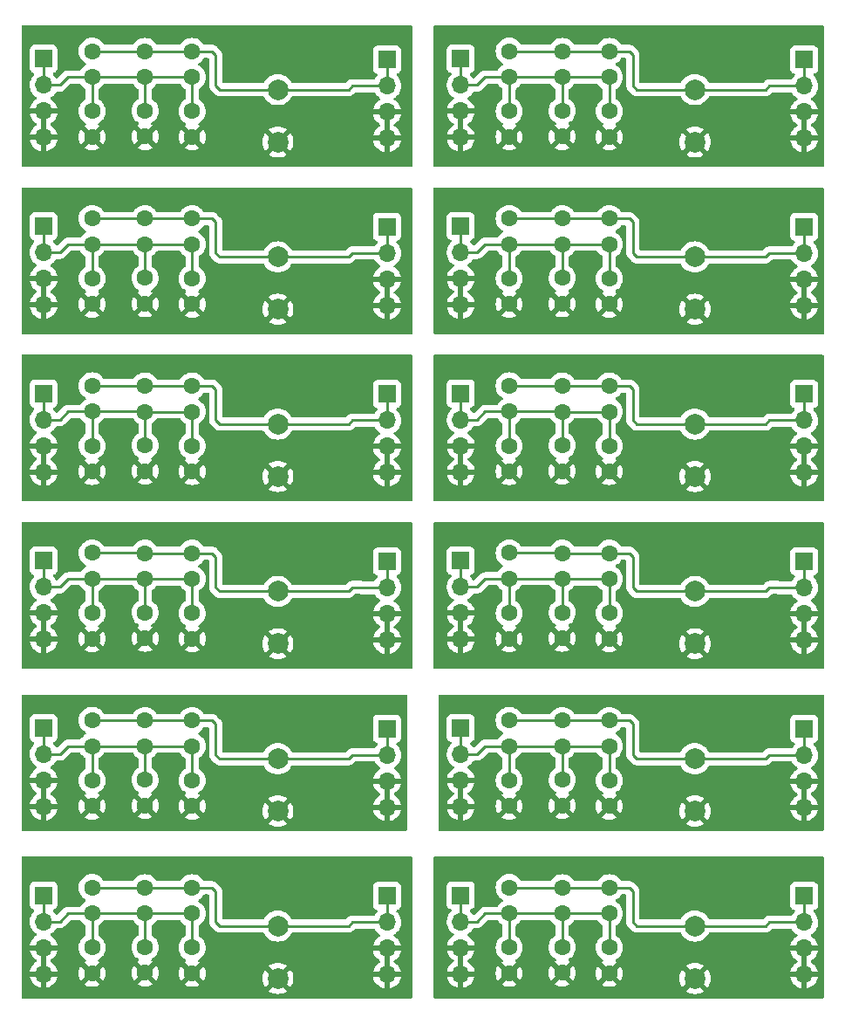
<source format=gbr>
%TF.GenerationSoftware,KiCad,Pcbnew,(6.0.7)*%
%TF.CreationDate,2024-06-12T17:23:34-04:00*%
%TF.ProjectId,DCR BPF V1 (Panel),44435220-4250-4462-9056-31202850616e,rev?*%
%TF.SameCoordinates,Original*%
%TF.FileFunction,Copper,L1,Top*%
%TF.FilePolarity,Positive*%
%FSLAX46Y46*%
G04 Gerber Fmt 4.6, Leading zero omitted, Abs format (unit mm)*
G04 Created by KiCad (PCBNEW (6.0.7)) date 2024-06-12 17:23:34*
%MOMM*%
%LPD*%
G01*
G04 APERTURE LIST*
%TA.AperFunction,ComponentPad*%
%ADD10C,1.600000*%
%TD*%
%TA.AperFunction,ComponentPad*%
%ADD11R,1.700000X1.700000*%
%TD*%
%TA.AperFunction,ComponentPad*%
%ADD12O,1.700000X1.700000*%
%TD*%
%TA.AperFunction,ComponentPad*%
%ADD13C,2.000000*%
%TD*%
%TA.AperFunction,Conductor*%
%ADD14C,0.250000*%
%TD*%
G04 APERTURE END LIST*
D10*
%TO.P,C3,1*%
%TO.N,Net-(C1-Pad1)*%
X99428000Y-144112000D03*
%TO.P,C3,2*%
%TO.N,GND*%
X99428000Y-146612000D03*
%TD*%
%TO.P,C2,1*%
%TO.N,Net-(C1-Pad1)*%
X54356000Y-111620500D03*
%TO.P,C2,2*%
%TO.N,GND*%
X54356000Y-114120500D03*
%TD*%
D11*
%TO.P,J2,1,Pin_1*%
%TO.N,Net-(C4-Pad2)*%
X118351000Y-139105500D03*
D12*
%TO.P,J2,2,Pin_2*%
X118351000Y-141645500D03*
%TO.P,J2,3,Pin_3*%
%TO.N,GND*%
X118351000Y-144185500D03*
%TO.P,J2,4,Pin_4*%
X118351000Y-146725500D03*
%TD*%
D13*
%TO.P,L1,1,1*%
%TO.N,Net-(C4-Pad2)*%
X67246500Y-93344500D03*
%TO.P,L1,2,2*%
%TO.N,GND*%
X67246500Y-98424500D03*
%TD*%
D10*
%TO.P,C1,1*%
%TO.N,Net-(C1-Pad1)*%
X49212500Y-111664000D03*
%TO.P,C1,2*%
%TO.N,GND*%
X49212500Y-114164000D03*
%TD*%
D13*
%TO.P,L1,1,1*%
%TO.N,Net-(C4-Pad2)*%
X107746500Y-142016500D03*
%TO.P,L1,2,2*%
%TO.N,GND*%
X107746500Y-147096500D03*
%TD*%
D10*
%TO.P,C5,1*%
%TO.N,Net-(C1-Pad1)*%
X54356000Y-140810000D03*
%TO.P,C5,2*%
%TO.N,Net-(C4-Pad2)*%
X54356000Y-138310000D03*
%TD*%
%TO.P,C5,1*%
%TO.N,Net-(C1-Pad1)*%
X54356000Y-75914000D03*
%TO.P,C5,2*%
%TO.N,Net-(C4-Pad2)*%
X54356000Y-73414000D03*
%TD*%
D11*
%TO.P,J1,1,Pin_1*%
%TO.N,Net-(C1-Pad1)*%
X85013500Y-139042000D03*
D12*
%TO.P,J1,2,Pin_2*%
X85013500Y-141582000D03*
%TO.P,J1,3,Pin_3*%
%TO.N,GND*%
X85013500Y-144122000D03*
%TO.P,J1,4,Pin_4*%
X85013500Y-146662000D03*
%TD*%
D11*
%TO.P,J2,1,Pin_1*%
%TO.N,Net-(C4-Pad2)*%
X118351000Y-106657500D03*
D12*
%TO.P,J2,2,Pin_2*%
X118351000Y-109197500D03*
%TO.P,J2,3,Pin_3*%
%TO.N,GND*%
X118351000Y-111737500D03*
%TO.P,J2,4,Pin_4*%
X118351000Y-114277500D03*
%TD*%
D11*
%TO.P,J1,1,Pin_1*%
%TO.N,Net-(C1-Pad1)*%
X85013500Y-122818000D03*
D12*
%TO.P,J1,2,Pin_2*%
X85013500Y-125358000D03*
%TO.P,J1,3,Pin_3*%
%TO.N,GND*%
X85013500Y-127898000D03*
%TO.P,J1,4,Pin_4*%
X85013500Y-130438000D03*
%TD*%
D10*
%TO.P,C4,1*%
%TO.N,Net-(C1-Pad1)*%
X49212500Y-75894000D03*
%TO.P,C4,2*%
%TO.N,Net-(C4-Pad2)*%
X49212500Y-73394000D03*
%TD*%
%TO.P,C6,1*%
%TO.N,Net-(C1-Pad1)*%
X99428000Y-75914000D03*
%TO.P,C6,2*%
%TO.N,Net-(C4-Pad2)*%
X99428000Y-73414000D03*
%TD*%
%TO.P,C1,1*%
%TO.N,Net-(C1-Pad1)*%
X49212500Y-127888000D03*
%TO.P,C1,2*%
%TO.N,GND*%
X49212500Y-130388000D03*
%TD*%
D13*
%TO.P,L1,1,1*%
%TO.N,Net-(C4-Pad2)*%
X107746500Y-60896500D03*
%TO.P,L1,2,2*%
%TO.N,GND*%
X107746500Y-65976500D03*
%TD*%
D11*
%TO.P,J1,1,Pin_1*%
%TO.N,Net-(C1-Pad1)*%
X85013500Y-106594000D03*
D12*
%TO.P,J1,2,Pin_2*%
X85013500Y-109134000D03*
%TO.P,J1,3,Pin_3*%
%TO.N,GND*%
X85013500Y-111674000D03*
%TO.P,J1,4,Pin_4*%
X85013500Y-114214000D03*
%TD*%
D11*
%TO.P,J1,1,Pin_1*%
%TO.N,Net-(C1-Pad1)*%
X85013500Y-90370000D03*
D12*
%TO.P,J1,2,Pin_2*%
X85013500Y-92910000D03*
%TO.P,J1,3,Pin_3*%
%TO.N,GND*%
X85013500Y-95450000D03*
%TO.P,J1,4,Pin_4*%
X85013500Y-97990000D03*
%TD*%
D10*
%TO.P,C4,1*%
%TO.N,Net-(C1-Pad1)*%
X89712500Y-75894000D03*
%TO.P,C4,2*%
%TO.N,Net-(C4-Pad2)*%
X89712500Y-73394000D03*
%TD*%
%TO.P,C6,1*%
%TO.N,Net-(C1-Pad1)*%
X99428000Y-92138000D03*
%TO.P,C6,2*%
%TO.N,Net-(C4-Pad2)*%
X99428000Y-89638000D03*
%TD*%
%TO.P,C6,1*%
%TO.N,Net-(C1-Pad1)*%
X58928000Y-124586000D03*
%TO.P,C6,2*%
%TO.N,Net-(C4-Pad2)*%
X58928000Y-122086000D03*
%TD*%
%TO.P,C5,1*%
%TO.N,Net-(C1-Pad1)*%
X54356000Y-59690000D03*
%TO.P,C5,2*%
%TO.N,Net-(C4-Pad2)*%
X54356000Y-57190000D03*
%TD*%
%TO.P,C3,1*%
%TO.N,Net-(C1-Pad1)*%
X58928000Y-79216000D03*
%TO.P,C3,2*%
%TO.N,GND*%
X58928000Y-81716000D03*
%TD*%
%TO.P,C5,1*%
%TO.N,Net-(C1-Pad1)*%
X54356000Y-108362000D03*
%TO.P,C5,2*%
%TO.N,Net-(C4-Pad2)*%
X54356000Y-105862000D03*
%TD*%
D11*
%TO.P,J2,1,Pin_1*%
%TO.N,Net-(C4-Pad2)*%
X77851000Y-74209500D03*
D12*
%TO.P,J2,2,Pin_2*%
X77851000Y-76749500D03*
%TO.P,J2,3,Pin_3*%
%TO.N,GND*%
X77851000Y-79289500D03*
%TO.P,J2,4,Pin_4*%
X77851000Y-81829500D03*
%TD*%
D10*
%TO.P,C5,1*%
%TO.N,Net-(C1-Pad1)*%
X54356000Y-92138000D03*
%TO.P,C5,2*%
%TO.N,Net-(C4-Pad2)*%
X54356000Y-89638000D03*
%TD*%
D11*
%TO.P,J2,1,Pin_1*%
%TO.N,Net-(C4-Pad2)*%
X77851000Y-139105500D03*
D12*
%TO.P,J2,2,Pin_2*%
X77851000Y-141645500D03*
%TO.P,J2,3,Pin_3*%
%TO.N,GND*%
X77851000Y-144185500D03*
%TO.P,J2,4,Pin_4*%
X77851000Y-146725500D03*
%TD*%
D10*
%TO.P,C1,1*%
%TO.N,Net-(C1-Pad1)*%
X89712500Y-62992000D03*
%TO.P,C1,2*%
%TO.N,GND*%
X89712500Y-65492000D03*
%TD*%
D11*
%TO.P,J2,1,Pin_1*%
%TO.N,Net-(C4-Pad2)*%
X118351000Y-57985500D03*
D12*
%TO.P,J2,2,Pin_2*%
X118351000Y-60525500D03*
%TO.P,J2,3,Pin_3*%
%TO.N,GND*%
X118351000Y-63065500D03*
%TO.P,J2,4,Pin_4*%
X118351000Y-65605500D03*
%TD*%
D11*
%TO.P,J2,1,Pin_1*%
%TO.N,Net-(C4-Pad2)*%
X77851000Y-122881500D03*
D12*
%TO.P,J2,2,Pin_2*%
X77851000Y-125421500D03*
%TO.P,J2,3,Pin_3*%
%TO.N,GND*%
X77851000Y-127961500D03*
%TO.P,J2,4,Pin_4*%
X77851000Y-130501500D03*
%TD*%
D10*
%TO.P,C3,1*%
%TO.N,Net-(C1-Pad1)*%
X99428000Y-79216000D03*
%TO.P,C3,2*%
%TO.N,GND*%
X99428000Y-81716000D03*
%TD*%
D11*
%TO.P,J1,1,Pin_1*%
%TO.N,Net-(C1-Pad1)*%
X44513500Y-74146000D03*
D12*
%TO.P,J1,2,Pin_2*%
X44513500Y-76686000D03*
%TO.P,J1,3,Pin_3*%
%TO.N,GND*%
X44513500Y-79226000D03*
%TO.P,J1,4,Pin_4*%
X44513500Y-81766000D03*
%TD*%
D10*
%TO.P,C6,1*%
%TO.N,Net-(C1-Pad1)*%
X58928000Y-59690000D03*
%TO.P,C6,2*%
%TO.N,Net-(C4-Pad2)*%
X58928000Y-57190000D03*
%TD*%
%TO.P,C3,1*%
%TO.N,Net-(C1-Pad1)*%
X58928000Y-62992000D03*
%TO.P,C3,2*%
%TO.N,GND*%
X58928000Y-65492000D03*
%TD*%
%TO.P,C2,1*%
%TO.N,Net-(C1-Pad1)*%
X94856000Y-144068500D03*
%TO.P,C2,2*%
%TO.N,GND*%
X94856000Y-146568500D03*
%TD*%
D11*
%TO.P,J1,1,Pin_1*%
%TO.N,Net-(C1-Pad1)*%
X85013500Y-74146000D03*
D12*
%TO.P,J1,2,Pin_2*%
X85013500Y-76686000D03*
%TO.P,J1,3,Pin_3*%
%TO.N,GND*%
X85013500Y-79226000D03*
%TO.P,J1,4,Pin_4*%
X85013500Y-81766000D03*
%TD*%
D13*
%TO.P,L1,1,1*%
%TO.N,Net-(C4-Pad2)*%
X67246500Y-77120500D03*
%TO.P,L1,2,2*%
%TO.N,GND*%
X67246500Y-82200500D03*
%TD*%
D10*
%TO.P,C5,1*%
%TO.N,Net-(C1-Pad1)*%
X94856000Y-124586000D03*
%TO.P,C5,2*%
%TO.N,Net-(C4-Pad2)*%
X94856000Y-122086000D03*
%TD*%
%TO.P,C6,1*%
%TO.N,Net-(C1-Pad1)*%
X58928000Y-92138000D03*
%TO.P,C6,2*%
%TO.N,Net-(C4-Pad2)*%
X58928000Y-89638000D03*
%TD*%
%TO.P,C4,1*%
%TO.N,Net-(C1-Pad1)*%
X89712500Y-124566000D03*
%TO.P,C4,2*%
%TO.N,Net-(C4-Pad2)*%
X89712500Y-122066000D03*
%TD*%
D11*
%TO.P,J1,1,Pin_1*%
%TO.N,Net-(C1-Pad1)*%
X44513500Y-90370000D03*
D12*
%TO.P,J1,2,Pin_2*%
X44513500Y-92910000D03*
%TO.P,J1,3,Pin_3*%
%TO.N,GND*%
X44513500Y-95450000D03*
%TO.P,J1,4,Pin_4*%
X44513500Y-97990000D03*
%TD*%
D10*
%TO.P,C1,1*%
%TO.N,Net-(C1-Pad1)*%
X49212500Y-144112000D03*
%TO.P,C1,2*%
%TO.N,GND*%
X49212500Y-146612000D03*
%TD*%
D11*
%TO.P,J1,1,Pin_1*%
%TO.N,Net-(C1-Pad1)*%
X44513500Y-139042000D03*
D12*
%TO.P,J1,2,Pin_2*%
X44513500Y-141582000D03*
%TO.P,J1,3,Pin_3*%
%TO.N,GND*%
X44513500Y-144122000D03*
%TO.P,J1,4,Pin_4*%
X44513500Y-146662000D03*
%TD*%
D10*
%TO.P,C1,1*%
%TO.N,Net-(C1-Pad1)*%
X89712500Y-79216000D03*
%TO.P,C1,2*%
%TO.N,GND*%
X89712500Y-81716000D03*
%TD*%
D11*
%TO.P,J2,1,Pin_1*%
%TO.N,Net-(C4-Pad2)*%
X77851000Y-106657500D03*
D12*
%TO.P,J2,2,Pin_2*%
X77851000Y-109197500D03*
%TO.P,J2,3,Pin_3*%
%TO.N,GND*%
X77851000Y-111737500D03*
%TO.P,J2,4,Pin_4*%
X77851000Y-114277500D03*
%TD*%
D11*
%TO.P,J2,1,Pin_1*%
%TO.N,Net-(C4-Pad2)*%
X118351000Y-90433500D03*
D12*
%TO.P,J2,2,Pin_2*%
X118351000Y-92973500D03*
%TO.P,J2,3,Pin_3*%
%TO.N,GND*%
X118351000Y-95513500D03*
%TO.P,J2,4,Pin_4*%
X118351000Y-98053500D03*
%TD*%
D10*
%TO.P,C4,1*%
%TO.N,Net-(C1-Pad1)*%
X89712500Y-92118000D03*
%TO.P,C4,2*%
%TO.N,Net-(C4-Pad2)*%
X89712500Y-89618000D03*
%TD*%
%TO.P,C1,1*%
%TO.N,Net-(C1-Pad1)*%
X49212500Y-95440000D03*
%TO.P,C1,2*%
%TO.N,GND*%
X49212500Y-97940000D03*
%TD*%
%TO.P,C3,1*%
%TO.N,Net-(C1-Pad1)*%
X58928000Y-144112000D03*
%TO.P,C3,2*%
%TO.N,GND*%
X58928000Y-146612000D03*
%TD*%
%TO.P,C4,1*%
%TO.N,Net-(C1-Pad1)*%
X49212500Y-140790000D03*
%TO.P,C4,2*%
%TO.N,Net-(C4-Pad2)*%
X49212500Y-138290000D03*
%TD*%
%TO.P,C6,1*%
%TO.N,Net-(C1-Pad1)*%
X58928000Y-108362000D03*
%TO.P,C6,2*%
%TO.N,Net-(C4-Pad2)*%
X58928000Y-105862000D03*
%TD*%
D11*
%TO.P,J1,1,Pin_1*%
%TO.N,Net-(C1-Pad1)*%
X44513500Y-57922000D03*
D12*
%TO.P,J1,2,Pin_2*%
X44513500Y-60462000D03*
%TO.P,J1,3,Pin_3*%
%TO.N,GND*%
X44513500Y-63002000D03*
%TO.P,J1,4,Pin_4*%
X44513500Y-65542000D03*
%TD*%
D10*
%TO.P,C2,1*%
%TO.N,Net-(C1-Pad1)*%
X94856000Y-62948500D03*
%TO.P,C2,2*%
%TO.N,GND*%
X94856000Y-65448500D03*
%TD*%
D11*
%TO.P,J2,1,Pin_1*%
%TO.N,Net-(C4-Pad2)*%
X77851000Y-90433500D03*
D12*
%TO.P,J2,2,Pin_2*%
X77851000Y-92973500D03*
%TO.P,J2,3,Pin_3*%
%TO.N,GND*%
X77851000Y-95513500D03*
%TO.P,J2,4,Pin_4*%
X77851000Y-98053500D03*
%TD*%
D10*
%TO.P,C2,1*%
%TO.N,Net-(C1-Pad1)*%
X94856000Y-79172500D03*
%TO.P,C2,2*%
%TO.N,GND*%
X94856000Y-81672500D03*
%TD*%
%TO.P,C4,1*%
%TO.N,Net-(C1-Pad1)*%
X49212500Y-59670000D03*
%TO.P,C4,2*%
%TO.N,Net-(C4-Pad2)*%
X49212500Y-57170000D03*
%TD*%
%TO.P,C5,1*%
%TO.N,Net-(C1-Pad1)*%
X94856000Y-75914000D03*
%TO.P,C5,2*%
%TO.N,Net-(C4-Pad2)*%
X94856000Y-73414000D03*
%TD*%
D13*
%TO.P,L1,1,1*%
%TO.N,Net-(C4-Pad2)*%
X107746500Y-77120500D03*
%TO.P,L1,2,2*%
%TO.N,GND*%
X107746500Y-82200500D03*
%TD*%
D10*
%TO.P,C2,1*%
%TO.N,Net-(C1-Pad1)*%
X54356000Y-95396500D03*
%TO.P,C2,2*%
%TO.N,GND*%
X54356000Y-97896500D03*
%TD*%
%TO.P,C4,1*%
%TO.N,Net-(C1-Pad1)*%
X89712500Y-108342000D03*
%TO.P,C4,2*%
%TO.N,Net-(C4-Pad2)*%
X89712500Y-105842000D03*
%TD*%
%TO.P,C1,1*%
%TO.N,Net-(C1-Pad1)*%
X49212500Y-62992000D03*
%TO.P,C1,2*%
%TO.N,GND*%
X49212500Y-65492000D03*
%TD*%
%TO.P,C1,1*%
%TO.N,Net-(C1-Pad1)*%
X89712500Y-127888000D03*
%TO.P,C1,2*%
%TO.N,GND*%
X89712500Y-130388000D03*
%TD*%
%TO.P,C2,1*%
%TO.N,Net-(C1-Pad1)*%
X54356000Y-144068500D03*
%TO.P,C2,2*%
%TO.N,GND*%
X54356000Y-146568500D03*
%TD*%
%TO.P,C2,1*%
%TO.N,Net-(C1-Pad1)*%
X94856000Y-95396500D03*
%TO.P,C2,2*%
%TO.N,GND*%
X94856000Y-97896500D03*
%TD*%
%TO.P,C5,1*%
%TO.N,Net-(C1-Pad1)*%
X94856000Y-59690000D03*
%TO.P,C5,2*%
%TO.N,Net-(C4-Pad2)*%
X94856000Y-57190000D03*
%TD*%
%TO.P,C3,1*%
%TO.N,Net-(C1-Pad1)*%
X99428000Y-95440000D03*
%TO.P,C3,2*%
%TO.N,GND*%
X99428000Y-97940000D03*
%TD*%
D13*
%TO.P,L1,1,1*%
%TO.N,Net-(C4-Pad2)*%
X67246500Y-109568500D03*
%TO.P,L1,2,2*%
%TO.N,GND*%
X67246500Y-114648500D03*
%TD*%
D10*
%TO.P,C2,1*%
%TO.N,Net-(C1-Pad1)*%
X54356000Y-79172500D03*
%TO.P,C2,2*%
%TO.N,GND*%
X54356000Y-81672500D03*
%TD*%
%TO.P,C6,1*%
%TO.N,Net-(C1-Pad1)*%
X99428000Y-108362000D03*
%TO.P,C6,2*%
%TO.N,Net-(C4-Pad2)*%
X99428000Y-105862000D03*
%TD*%
%TO.P,C3,1*%
%TO.N,Net-(C1-Pad1)*%
X58928000Y-127888000D03*
%TO.P,C3,2*%
%TO.N,GND*%
X58928000Y-130388000D03*
%TD*%
%TO.P,C4,1*%
%TO.N,Net-(C1-Pad1)*%
X89712500Y-59670000D03*
%TO.P,C4,2*%
%TO.N,Net-(C4-Pad2)*%
X89712500Y-57170000D03*
%TD*%
%TO.P,C1,1*%
%TO.N,Net-(C1-Pad1)*%
X89712500Y-144112000D03*
%TO.P,C1,2*%
%TO.N,GND*%
X89712500Y-146612000D03*
%TD*%
%TO.P,C6,1*%
%TO.N,Net-(C1-Pad1)*%
X58928000Y-75914000D03*
%TO.P,C6,2*%
%TO.N,Net-(C4-Pad2)*%
X58928000Y-73414000D03*
%TD*%
D11*
%TO.P,J1,1,Pin_1*%
%TO.N,Net-(C1-Pad1)*%
X85013500Y-57922000D03*
D12*
%TO.P,J1,2,Pin_2*%
X85013500Y-60462000D03*
%TO.P,J1,3,Pin_3*%
%TO.N,GND*%
X85013500Y-63002000D03*
%TO.P,J1,4,Pin_4*%
X85013500Y-65542000D03*
%TD*%
D11*
%TO.P,J2,1,Pin_1*%
%TO.N,Net-(C4-Pad2)*%
X77851000Y-57985500D03*
D12*
%TO.P,J2,2,Pin_2*%
X77851000Y-60525500D03*
%TO.P,J2,3,Pin_3*%
%TO.N,GND*%
X77851000Y-63065500D03*
%TO.P,J2,4,Pin_4*%
X77851000Y-65605500D03*
%TD*%
D10*
%TO.P,C1,1*%
%TO.N,Net-(C1-Pad1)*%
X89712500Y-111664000D03*
%TO.P,C1,2*%
%TO.N,GND*%
X89712500Y-114164000D03*
%TD*%
%TO.P,C4,1*%
%TO.N,Net-(C1-Pad1)*%
X49212500Y-108342000D03*
%TO.P,C4,2*%
%TO.N,Net-(C4-Pad2)*%
X49212500Y-105842000D03*
%TD*%
%TO.P,C5,1*%
%TO.N,Net-(C1-Pad1)*%
X94856000Y-140810000D03*
%TO.P,C5,2*%
%TO.N,Net-(C4-Pad2)*%
X94856000Y-138310000D03*
%TD*%
%TO.P,C4,1*%
%TO.N,Net-(C1-Pad1)*%
X89712500Y-140790000D03*
%TO.P,C4,2*%
%TO.N,Net-(C4-Pad2)*%
X89712500Y-138290000D03*
%TD*%
%TO.P,C2,1*%
%TO.N,Net-(C1-Pad1)*%
X54356000Y-127844500D03*
%TO.P,C2,2*%
%TO.N,GND*%
X54356000Y-130344500D03*
%TD*%
D13*
%TO.P,L1,1,1*%
%TO.N,Net-(C4-Pad2)*%
X67246500Y-125792500D03*
%TO.P,L1,2,2*%
%TO.N,GND*%
X67246500Y-130872500D03*
%TD*%
%TO.P,L1,1,1*%
%TO.N,Net-(C4-Pad2)*%
X67246500Y-60896500D03*
%TO.P,L1,2,2*%
%TO.N,GND*%
X67246500Y-65976500D03*
%TD*%
D11*
%TO.P,J1,1,Pin_1*%
%TO.N,Net-(C1-Pad1)*%
X44513500Y-106594000D03*
D12*
%TO.P,J1,2,Pin_2*%
X44513500Y-109134000D03*
%TO.P,J1,3,Pin_3*%
%TO.N,GND*%
X44513500Y-111674000D03*
%TO.P,J1,4,Pin_4*%
X44513500Y-114214000D03*
%TD*%
D10*
%TO.P,C3,1*%
%TO.N,Net-(C1-Pad1)*%
X99428000Y-111664000D03*
%TO.P,C3,2*%
%TO.N,GND*%
X99428000Y-114164000D03*
%TD*%
%TO.P,C5,1*%
%TO.N,Net-(C1-Pad1)*%
X54356000Y-124586000D03*
%TO.P,C5,2*%
%TO.N,Net-(C4-Pad2)*%
X54356000Y-122086000D03*
%TD*%
%TO.P,C1,1*%
%TO.N,Net-(C1-Pad1)*%
X89712500Y-95440000D03*
%TO.P,C1,2*%
%TO.N,GND*%
X89712500Y-97940000D03*
%TD*%
%TO.P,C5,1*%
%TO.N,Net-(C1-Pad1)*%
X94856000Y-92138000D03*
%TO.P,C5,2*%
%TO.N,Net-(C4-Pad2)*%
X94856000Y-89638000D03*
%TD*%
D13*
%TO.P,L1,1,1*%
%TO.N,Net-(C4-Pad2)*%
X107746500Y-125792500D03*
%TO.P,L1,2,2*%
%TO.N,GND*%
X107746500Y-130872500D03*
%TD*%
D10*
%TO.P,C4,1*%
%TO.N,Net-(C1-Pad1)*%
X49212500Y-92118000D03*
%TO.P,C4,2*%
%TO.N,Net-(C4-Pad2)*%
X49212500Y-89618000D03*
%TD*%
%TO.P,C4,1*%
%TO.N,Net-(C1-Pad1)*%
X49212500Y-124566000D03*
%TO.P,C4,2*%
%TO.N,Net-(C4-Pad2)*%
X49212500Y-122066000D03*
%TD*%
%TO.P,C2,1*%
%TO.N,Net-(C1-Pad1)*%
X94856000Y-111620500D03*
%TO.P,C2,2*%
%TO.N,GND*%
X94856000Y-114120500D03*
%TD*%
%TO.P,C3,1*%
%TO.N,Net-(C1-Pad1)*%
X58928000Y-95440000D03*
%TO.P,C3,2*%
%TO.N,GND*%
X58928000Y-97940000D03*
%TD*%
%TO.P,C3,1*%
%TO.N,Net-(C1-Pad1)*%
X99428000Y-127888000D03*
%TO.P,C3,2*%
%TO.N,GND*%
X99428000Y-130388000D03*
%TD*%
D13*
%TO.P,L1,1,1*%
%TO.N,Net-(C4-Pad2)*%
X107746500Y-93344500D03*
%TO.P,L1,2,2*%
%TO.N,GND*%
X107746500Y-98424500D03*
%TD*%
D10*
%TO.P,C5,1*%
%TO.N,Net-(C1-Pad1)*%
X94856000Y-108362000D03*
%TO.P,C5,2*%
%TO.N,Net-(C4-Pad2)*%
X94856000Y-105862000D03*
%TD*%
D11*
%TO.P,J2,1,Pin_1*%
%TO.N,Net-(C4-Pad2)*%
X118351000Y-74209500D03*
D12*
%TO.P,J2,2,Pin_2*%
X118351000Y-76749500D03*
%TO.P,J2,3,Pin_3*%
%TO.N,GND*%
X118351000Y-79289500D03*
%TO.P,J2,4,Pin_4*%
X118351000Y-81829500D03*
%TD*%
D10*
%TO.P,C6,1*%
%TO.N,Net-(C1-Pad1)*%
X99428000Y-124586000D03*
%TO.P,C6,2*%
%TO.N,Net-(C4-Pad2)*%
X99428000Y-122086000D03*
%TD*%
%TO.P,C6,1*%
%TO.N,Net-(C1-Pad1)*%
X58928000Y-140810000D03*
%TO.P,C6,2*%
%TO.N,Net-(C4-Pad2)*%
X58928000Y-138310000D03*
%TD*%
%TO.P,C2,1*%
%TO.N,Net-(C1-Pad1)*%
X54356000Y-62948500D03*
%TO.P,C2,2*%
%TO.N,GND*%
X54356000Y-65448500D03*
%TD*%
%TO.P,C2,1*%
%TO.N,Net-(C1-Pad1)*%
X94856000Y-127844500D03*
%TO.P,C2,2*%
%TO.N,GND*%
X94856000Y-130344500D03*
%TD*%
D13*
%TO.P,L1,1,1*%
%TO.N,Net-(C4-Pad2)*%
X107746500Y-109568500D03*
%TO.P,L1,2,2*%
%TO.N,GND*%
X107746500Y-114648500D03*
%TD*%
D10*
%TO.P,C1,1*%
%TO.N,Net-(C1-Pad1)*%
X49212500Y-79216000D03*
%TO.P,C1,2*%
%TO.N,GND*%
X49212500Y-81716000D03*
%TD*%
%TO.P,C3,1*%
%TO.N,Net-(C1-Pad1)*%
X99428000Y-62992000D03*
%TO.P,C3,2*%
%TO.N,GND*%
X99428000Y-65492000D03*
%TD*%
D11*
%TO.P,J2,1,Pin_1*%
%TO.N,Net-(C4-Pad2)*%
X118351000Y-122881500D03*
D12*
%TO.P,J2,2,Pin_2*%
X118351000Y-125421500D03*
%TO.P,J2,3,Pin_3*%
%TO.N,GND*%
X118351000Y-127961500D03*
%TO.P,J2,4,Pin_4*%
X118351000Y-130501500D03*
%TD*%
D10*
%TO.P,C6,1*%
%TO.N,Net-(C1-Pad1)*%
X99428000Y-140810000D03*
%TO.P,C6,2*%
%TO.N,Net-(C4-Pad2)*%
X99428000Y-138310000D03*
%TD*%
%TO.P,C6,1*%
%TO.N,Net-(C1-Pad1)*%
X99428000Y-59690000D03*
%TO.P,C6,2*%
%TO.N,Net-(C4-Pad2)*%
X99428000Y-57190000D03*
%TD*%
%TO.P,C3,1*%
%TO.N,Net-(C1-Pad1)*%
X58928000Y-111664000D03*
%TO.P,C3,2*%
%TO.N,GND*%
X58928000Y-114164000D03*
%TD*%
D11*
%TO.P,J1,1,Pin_1*%
%TO.N,Net-(C1-Pad1)*%
X44513500Y-122818000D03*
D12*
%TO.P,J1,2,Pin_2*%
X44513500Y-125358000D03*
%TO.P,J1,3,Pin_3*%
%TO.N,GND*%
X44513500Y-127898000D03*
%TO.P,J1,4,Pin_4*%
X44513500Y-130438000D03*
%TD*%
D13*
%TO.P,L1,1,1*%
%TO.N,Net-(C4-Pad2)*%
X67246500Y-142016500D03*
%TO.P,L1,2,2*%
%TO.N,GND*%
X67246500Y-147096500D03*
%TD*%
D14*
%TO.N,Net-(C1-Pad1)*%
X94836000Y-92118000D02*
X94856000Y-92138000D01*
X54356000Y-92138000D02*
X54356000Y-95396500D01*
X46883000Y-108342000D02*
X49212500Y-108342000D01*
X54356000Y-140810000D02*
X54356000Y-144068500D01*
X94856000Y-124586000D02*
X99428000Y-124586000D01*
X49212500Y-59670000D02*
X54336000Y-59670000D01*
X54336000Y-140790000D02*
X54356000Y-140810000D01*
X49212500Y-140790000D02*
X49212500Y-144112000D01*
X85013500Y-92910000D02*
X86591000Y-92910000D01*
X44513500Y-76686000D02*
X46091000Y-76686000D01*
X44513500Y-106594000D02*
X44513500Y-109134000D01*
X94836000Y-75894000D02*
X94856000Y-75914000D01*
X85013500Y-106594000D02*
X85013500Y-109134000D01*
X94856000Y-92138000D02*
X94856000Y-95396500D01*
X85013500Y-57922000D02*
X85013500Y-60462000D01*
X89712500Y-92118000D02*
X89712500Y-95440000D01*
X94856000Y-108362000D02*
X99428000Y-108362000D01*
X54356000Y-59690000D02*
X58928000Y-59690000D01*
X85013500Y-109134000D02*
X86591000Y-109134000D01*
X86591000Y-109134000D02*
X87383000Y-108342000D01*
X85013500Y-74146000D02*
X85013500Y-76686000D01*
X46091000Y-92910000D02*
X46883000Y-92118000D01*
X46883000Y-92118000D02*
X49212500Y-92118000D01*
X54356000Y-124586000D02*
X54356000Y-127844500D01*
X49212500Y-92118000D02*
X49212500Y-95440000D01*
X85013500Y-139042000D02*
X85013500Y-141582000D01*
X94856000Y-92138000D02*
X99428000Y-92138000D01*
X86591000Y-141582000D02*
X87383000Y-140790000D01*
X94836000Y-124566000D02*
X94856000Y-124586000D01*
X54336000Y-92118000D02*
X54356000Y-92138000D01*
X44513500Y-125358000D02*
X46091000Y-125358000D01*
X46091000Y-60462000D02*
X46883000Y-59670000D01*
X87383000Y-124566000D02*
X89712500Y-124566000D01*
X44513500Y-90370000D02*
X44513500Y-92910000D01*
X87383000Y-140790000D02*
X89712500Y-140790000D01*
X44513500Y-139042000D02*
X44513500Y-141582000D01*
X44513500Y-109134000D02*
X46091000Y-109134000D01*
X54356000Y-124586000D02*
X58928000Y-124586000D01*
X86591000Y-60462000D02*
X87383000Y-59670000D01*
X49212500Y-124566000D02*
X54336000Y-124566000D01*
X46091000Y-109134000D02*
X46883000Y-108342000D01*
X94856000Y-75914000D02*
X99428000Y-75914000D01*
X85013500Y-90370000D02*
X85013500Y-92910000D01*
X49212500Y-59670000D02*
X49212500Y-62992000D01*
X46883000Y-140790000D02*
X49212500Y-140790000D01*
X44513500Y-74146000D02*
X44513500Y-76686000D01*
X94856000Y-124586000D02*
X94856000Y-127844500D01*
X58928000Y-75914000D02*
X58928000Y-79216000D01*
X94856000Y-140810000D02*
X94856000Y-144068500D01*
X46883000Y-75894000D02*
X49212500Y-75894000D01*
X89712500Y-108342000D02*
X89712500Y-111664000D01*
X44513500Y-92910000D02*
X46091000Y-92910000D01*
X49212500Y-75894000D02*
X49212500Y-79216000D01*
X99428000Y-140810000D02*
X99428000Y-144112000D01*
X49212500Y-92118000D02*
X54336000Y-92118000D01*
X44513500Y-60462000D02*
X46091000Y-60462000D01*
X89712500Y-75894000D02*
X89712500Y-79216000D01*
X49212500Y-108342000D02*
X54336000Y-108342000D01*
X49212500Y-108342000D02*
X49212500Y-111664000D01*
X54356000Y-92138000D02*
X58928000Y-92138000D01*
X94836000Y-108342000D02*
X94856000Y-108362000D01*
X49212500Y-124566000D02*
X49212500Y-127888000D01*
X87383000Y-75894000D02*
X89712500Y-75894000D01*
X85013500Y-125358000D02*
X86591000Y-125358000D01*
X89712500Y-124566000D02*
X89712500Y-127888000D01*
X44513500Y-141582000D02*
X46091000Y-141582000D01*
X44513500Y-57922000D02*
X44513500Y-60462000D01*
X94856000Y-108362000D02*
X94856000Y-111620500D01*
X89712500Y-108342000D02*
X94836000Y-108342000D01*
X94856000Y-140810000D02*
X99428000Y-140810000D01*
X58928000Y-108362000D02*
X58928000Y-111664000D01*
X49212500Y-140790000D02*
X54336000Y-140790000D01*
X85013500Y-141582000D02*
X86591000Y-141582000D01*
X54356000Y-108362000D02*
X58928000Y-108362000D01*
X46091000Y-76686000D02*
X46883000Y-75894000D01*
X86591000Y-76686000D02*
X87383000Y-75894000D01*
X89712500Y-140790000D02*
X94836000Y-140790000D01*
X46091000Y-141582000D02*
X46883000Y-140790000D01*
X89712500Y-92118000D02*
X94836000Y-92118000D01*
X99428000Y-75914000D02*
X99428000Y-79216000D01*
X99428000Y-124586000D02*
X99428000Y-127888000D01*
X54336000Y-108342000D02*
X54356000Y-108362000D01*
X99428000Y-59690000D02*
X99428000Y-62992000D01*
X54336000Y-75894000D02*
X54356000Y-75914000D01*
X89712500Y-124566000D02*
X94836000Y-124566000D01*
X94836000Y-140790000D02*
X94856000Y-140810000D01*
X54356000Y-108362000D02*
X54356000Y-111620500D01*
X58928000Y-59690000D02*
X58928000Y-62992000D01*
X85013500Y-122818000D02*
X85013500Y-125358000D01*
X87383000Y-92118000D02*
X89712500Y-92118000D01*
X46883000Y-59670000D02*
X49212500Y-59670000D01*
X54356000Y-59690000D02*
X54356000Y-62948500D01*
X46091000Y-125358000D02*
X46883000Y-124566000D01*
X54356000Y-75914000D02*
X54356000Y-79172500D01*
X54336000Y-59670000D02*
X54356000Y-59690000D01*
X54336000Y-124566000D02*
X54356000Y-124586000D01*
X85013500Y-76686000D02*
X86591000Y-76686000D01*
X89712500Y-75894000D02*
X94836000Y-75894000D01*
X94836000Y-59670000D02*
X94856000Y-59690000D01*
X99428000Y-92138000D02*
X99428000Y-95440000D01*
X89712500Y-59670000D02*
X89712500Y-62992000D01*
X94856000Y-59690000D02*
X94856000Y-62948500D01*
X85013500Y-60462000D02*
X86591000Y-60462000D01*
X46883000Y-124566000D02*
X49212500Y-124566000D01*
X89712500Y-59670000D02*
X94836000Y-59670000D01*
X58928000Y-124586000D02*
X58928000Y-127888000D01*
X54356000Y-75914000D02*
X58928000Y-75914000D01*
X58928000Y-140810000D02*
X58928000Y-144112000D01*
X49212500Y-75894000D02*
X54336000Y-75894000D01*
X86591000Y-125358000D02*
X87383000Y-124566000D01*
X94856000Y-59690000D02*
X99428000Y-59690000D01*
X86591000Y-92910000D02*
X87383000Y-92118000D01*
X94856000Y-75914000D02*
X94856000Y-79172500D01*
X87383000Y-108342000D02*
X89712500Y-108342000D01*
X54356000Y-140810000D02*
X58928000Y-140810000D01*
X89712500Y-140790000D02*
X89712500Y-144112000D01*
X58928000Y-92138000D02*
X58928000Y-95440000D01*
X99428000Y-108362000D02*
X99428000Y-111664000D01*
X87383000Y-59670000D02*
X89712500Y-59670000D01*
X44513500Y-122818000D02*
X44513500Y-125358000D01*
%TO.N,Net-(C4-Pad2)*%
X75311000Y-60515500D02*
X75321000Y-60525500D01*
X101714000Y-76739500D02*
X102095000Y-77120500D01*
X75311000Y-76739500D02*
X75321000Y-76749500D01*
X67246500Y-142016500D02*
X74104500Y-142016500D01*
X115821000Y-60525500D02*
X118351000Y-60525500D01*
X102095000Y-125792500D02*
X107746500Y-125792500D01*
X115811000Y-141635500D02*
X115821000Y-141645500D01*
X67246500Y-60896500D02*
X74104500Y-60896500D01*
X118351000Y-122881500D02*
X118351000Y-125421500D01*
X99428000Y-89638000D02*
X101373000Y-89638000D01*
X101714000Y-122427000D02*
X101714000Y-125411500D01*
X94836000Y-89618000D02*
X94856000Y-89638000D01*
X54336000Y-105842000D02*
X54356000Y-105862000D01*
X49212500Y-105842000D02*
X54336000Y-105842000D01*
X115811000Y-109187500D02*
X115821000Y-109197500D01*
X77851000Y-90433500D02*
X77851000Y-92973500D01*
X99428000Y-57190000D02*
X101373000Y-57190000D01*
X54336000Y-89618000D02*
X54356000Y-89638000D01*
X118351000Y-57985500D02*
X118351000Y-60525500D01*
X89712500Y-89618000D02*
X94836000Y-89618000D01*
X114985500Y-109187500D02*
X115811000Y-109187500D01*
X102095000Y-142016500D02*
X107746500Y-142016500D01*
X101714000Y-125411500D02*
X102095000Y-125792500D01*
X61214000Y-92963500D02*
X61595000Y-93344500D01*
X99428000Y-122086000D02*
X101373000Y-122086000D01*
X107746500Y-109568500D02*
X114604500Y-109568500D01*
X54356000Y-89638000D02*
X58928000Y-89638000D01*
X115821000Y-141645500D02*
X118351000Y-141645500D01*
X75311000Y-125411500D02*
X75321000Y-125421500D01*
X67246500Y-109568500D02*
X74104500Y-109568500D01*
X101373000Y-73414000D02*
X101714000Y-73755000D01*
X115811000Y-92963500D02*
X115821000Y-92973500D01*
X74485500Y-125411500D02*
X75311000Y-125411500D01*
X54336000Y-122066000D02*
X54356000Y-122086000D01*
X61214000Y-141635500D02*
X61595000Y-142016500D01*
X61595000Y-109568500D02*
X67246500Y-109568500D01*
X75311000Y-141635500D02*
X75321000Y-141645500D01*
X115821000Y-76749500D02*
X118351000Y-76749500D01*
X54336000Y-73394000D02*
X54356000Y-73414000D01*
X107746500Y-125792500D02*
X114604500Y-125792500D01*
X114604500Y-109568500D02*
X114985500Y-109187500D01*
X77851000Y-122881500D02*
X77851000Y-125421500D01*
X94836000Y-57170000D02*
X94856000Y-57190000D01*
X77851000Y-74209500D02*
X77851000Y-76749500D01*
X89712500Y-73394000D02*
X94836000Y-73394000D01*
X49212500Y-57170000D02*
X54336000Y-57170000D01*
X61595000Y-142016500D02*
X67246500Y-142016500D01*
X115811000Y-76739500D02*
X115821000Y-76749500D01*
X114985500Y-125411500D02*
X115811000Y-125411500D01*
X54336000Y-57170000D02*
X54356000Y-57190000D01*
X60873000Y-73414000D02*
X61214000Y-73755000D01*
X74104500Y-77120500D02*
X74485500Y-76739500D01*
X61595000Y-93344500D02*
X67246500Y-93344500D01*
X61214000Y-109187500D02*
X61595000Y-109568500D01*
X107746500Y-142016500D02*
X114604500Y-142016500D01*
X101714000Y-60515500D02*
X102095000Y-60896500D01*
X60873000Y-57190000D02*
X61214000Y-57531000D01*
X54356000Y-122086000D02*
X58928000Y-122086000D01*
X61214000Y-138651000D02*
X61214000Y-141635500D01*
X61214000Y-60515500D02*
X61595000Y-60896500D01*
X94856000Y-89638000D02*
X99428000Y-89638000D01*
X75321000Y-141645500D02*
X77851000Y-141645500D01*
X60873000Y-138310000D02*
X61214000Y-138651000D01*
X89712500Y-105842000D02*
X94836000Y-105842000D01*
X101714000Y-109187500D02*
X102095000Y-109568500D01*
X49212500Y-138290000D02*
X54336000Y-138290000D01*
X101373000Y-105862000D02*
X101714000Y-106203000D01*
X114604500Y-60896500D02*
X114985500Y-60515500D01*
X114604500Y-77120500D02*
X114985500Y-76739500D01*
X61595000Y-60896500D02*
X67246500Y-60896500D01*
X101373000Y-122086000D02*
X101714000Y-122427000D01*
X54356000Y-138310000D02*
X58928000Y-138310000D01*
X115821000Y-125421500D02*
X118351000Y-125421500D01*
X118351000Y-106657500D02*
X118351000Y-109197500D01*
X60873000Y-89638000D02*
X61214000Y-89979000D01*
X77851000Y-139105500D02*
X77851000Y-141645500D01*
X102095000Y-93344500D02*
X107746500Y-93344500D01*
X74104500Y-93344500D02*
X74485500Y-92963500D01*
X101373000Y-138310000D02*
X101714000Y-138651000D01*
X54356000Y-57190000D02*
X58928000Y-57190000D01*
X94856000Y-73414000D02*
X99428000Y-73414000D01*
X74485500Y-60515500D02*
X75311000Y-60515500D01*
X61595000Y-77120500D02*
X67246500Y-77120500D01*
X118351000Y-74209500D02*
X118351000Y-76749500D01*
X114604500Y-93344500D02*
X114985500Y-92963500D01*
X67246500Y-93344500D02*
X74104500Y-93344500D01*
X101714000Y-89979000D02*
X101714000Y-92963500D01*
X58928000Y-57190000D02*
X60873000Y-57190000D01*
X74485500Y-76739500D02*
X75311000Y-76739500D01*
X89712500Y-122066000D02*
X94836000Y-122066000D01*
X115821000Y-92973500D02*
X118351000Y-92973500D01*
X61214000Y-57531000D02*
X61214000Y-60515500D01*
X75321000Y-60525500D02*
X77851000Y-60525500D01*
X54356000Y-105862000D02*
X58928000Y-105862000D01*
X58928000Y-89638000D02*
X60873000Y-89638000D01*
X107746500Y-93344500D02*
X114604500Y-93344500D01*
X101373000Y-89638000D02*
X101714000Y-89979000D01*
X107746500Y-60896500D02*
X114604500Y-60896500D01*
X67246500Y-125792500D02*
X74104500Y-125792500D01*
X61214000Y-125411500D02*
X61595000Y-125792500D01*
X74485500Y-92963500D02*
X75311000Y-92963500D01*
X61595000Y-125792500D02*
X67246500Y-125792500D01*
X74104500Y-142016500D02*
X74485500Y-141635500D01*
X67246500Y-77120500D02*
X74104500Y-77120500D01*
X58928000Y-73414000D02*
X60873000Y-73414000D01*
X89712500Y-57170000D02*
X94836000Y-57170000D01*
X60873000Y-122086000D02*
X61214000Y-122427000D01*
X101714000Y-57531000D02*
X101714000Y-60515500D01*
X74485500Y-109187500D02*
X75311000Y-109187500D01*
X89712500Y-138290000D02*
X94836000Y-138290000D01*
X49212500Y-89618000D02*
X54336000Y-89618000D01*
X99428000Y-138310000D02*
X101373000Y-138310000D01*
X94836000Y-138290000D02*
X94856000Y-138310000D01*
X61214000Y-73755000D02*
X61214000Y-76739500D01*
X102095000Y-60896500D02*
X107746500Y-60896500D01*
X74104500Y-109568500D02*
X74485500Y-109187500D01*
X115811000Y-60515500D02*
X115821000Y-60525500D01*
X58928000Y-138310000D02*
X60873000Y-138310000D01*
X101373000Y-57190000D02*
X101714000Y-57531000D01*
X74485500Y-141635500D02*
X75311000Y-141635500D01*
X58928000Y-105862000D02*
X60873000Y-105862000D01*
X94856000Y-57190000D02*
X99428000Y-57190000D01*
X115821000Y-109197500D02*
X118351000Y-109197500D01*
X75321000Y-125421500D02*
X77851000Y-125421500D01*
X58928000Y-122086000D02*
X60873000Y-122086000D01*
X61214000Y-76739500D02*
X61595000Y-77120500D01*
X94856000Y-138310000D02*
X99428000Y-138310000D01*
X114985500Y-60515500D02*
X115811000Y-60515500D01*
X101714000Y-141635500D02*
X102095000Y-142016500D01*
X101714000Y-92963500D02*
X102095000Y-93344500D01*
X118351000Y-90433500D02*
X118351000Y-92973500D01*
X114604500Y-142016500D02*
X114985500Y-141635500D01*
X60873000Y-105862000D02*
X61214000Y-106203000D01*
X61214000Y-106203000D02*
X61214000Y-109187500D01*
X75311000Y-92963500D02*
X75321000Y-92973500D01*
X77851000Y-106657500D02*
X77851000Y-109197500D01*
X94856000Y-105862000D02*
X99428000Y-105862000D01*
X94836000Y-73394000D02*
X94856000Y-73414000D01*
X61214000Y-89979000D02*
X61214000Y-92963500D01*
X75321000Y-76749500D02*
X77851000Y-76749500D01*
X61214000Y-122427000D02*
X61214000Y-125411500D01*
X94856000Y-122086000D02*
X99428000Y-122086000D01*
X107746500Y-77120500D02*
X114604500Y-77120500D01*
X114985500Y-92963500D02*
X115811000Y-92963500D01*
X94836000Y-122066000D02*
X94856000Y-122086000D01*
X77851000Y-57985500D02*
X77851000Y-60525500D01*
X75321000Y-92973500D02*
X77851000Y-92973500D01*
X118351000Y-139105500D02*
X118351000Y-141645500D01*
X74104500Y-125792500D02*
X74485500Y-125411500D01*
X99428000Y-73414000D02*
X101373000Y-73414000D01*
X114604500Y-125792500D02*
X114985500Y-125411500D01*
X115811000Y-125411500D02*
X115821000Y-125421500D01*
X102095000Y-109568500D02*
X107746500Y-109568500D01*
X114985500Y-141635500D02*
X115811000Y-141635500D01*
X101714000Y-138651000D02*
X101714000Y-141635500D01*
X49212500Y-122066000D02*
X54336000Y-122066000D01*
X101714000Y-106203000D02*
X101714000Y-109187500D01*
X102095000Y-77120500D02*
X107746500Y-77120500D01*
X94836000Y-105842000D02*
X94856000Y-105862000D01*
X75311000Y-109187500D02*
X75321000Y-109197500D01*
X54356000Y-73414000D02*
X58928000Y-73414000D01*
X114985500Y-76739500D02*
X115811000Y-76739500D01*
X99428000Y-105862000D02*
X101373000Y-105862000D01*
X49212500Y-73394000D02*
X54336000Y-73394000D01*
X54336000Y-138290000D02*
X54356000Y-138310000D01*
X74104500Y-60896500D02*
X74485500Y-60515500D01*
X75321000Y-109197500D02*
X77851000Y-109197500D01*
X101714000Y-73755000D02*
X101714000Y-76739500D01*
%TD*%
%TA.AperFunction,Conductor*%
%TO.N,GND*%
G36*
X80269621Y-86633502D02*
G01*
X80316114Y-86687158D01*
X80327500Y-86739500D01*
X80327500Y-100711500D01*
X80307498Y-100779621D01*
X80253842Y-100826114D01*
X80201500Y-100837500D01*
X42481000Y-100837500D01*
X42412879Y-100817498D01*
X42366386Y-100763842D01*
X42355000Y-100711500D01*
X42355000Y-99657170D01*
X66378660Y-99657170D01*
X66384387Y-99664820D01*
X66555542Y-99769705D01*
X66564337Y-99774187D01*
X66774488Y-99861234D01*
X66783873Y-99864283D01*
X67005054Y-99917385D01*
X67014801Y-99918928D01*
X67241570Y-99936775D01*
X67251430Y-99936775D01*
X67478199Y-99918928D01*
X67487946Y-99917385D01*
X67709127Y-99864283D01*
X67718512Y-99861234D01*
X67928663Y-99774187D01*
X67937458Y-99769705D01*
X68104945Y-99667068D01*
X68114407Y-99656610D01*
X68110624Y-99647834D01*
X67259312Y-98796522D01*
X67245368Y-98788908D01*
X67243535Y-98789039D01*
X67236920Y-98793290D01*
X66385420Y-99644790D01*
X66378660Y-99657170D01*
X42355000Y-99657170D01*
X42355000Y-98257966D01*
X43181757Y-98257966D01*
X43212065Y-98392446D01*
X43215145Y-98402275D01*
X43295270Y-98599603D01*
X43299913Y-98608794D01*
X43411194Y-98790388D01*
X43417277Y-98798699D01*
X43556713Y-98959667D01*
X43564080Y-98966883D01*
X43727934Y-99102916D01*
X43736381Y-99108831D01*
X43920256Y-99216279D01*
X43929542Y-99220729D01*
X44128501Y-99296703D01*
X44138399Y-99299579D01*
X44241750Y-99320606D01*
X44255799Y-99319410D01*
X44259500Y-99309065D01*
X44259500Y-99308517D01*
X44767500Y-99308517D01*
X44771564Y-99322359D01*
X44784978Y-99324393D01*
X44791684Y-99323534D01*
X44801762Y-99321392D01*
X45005755Y-99260191D01*
X45015342Y-99256433D01*
X45206595Y-99162739D01*
X45215445Y-99157464D01*
X45388828Y-99033792D01*
X45396700Y-99027139D01*
X45397781Y-99026062D01*
X48490993Y-99026062D01*
X48500289Y-99038077D01*
X48551494Y-99073931D01*
X48560989Y-99079414D01*
X48758447Y-99171490D01*
X48768739Y-99175236D01*
X48979188Y-99231625D01*
X48989981Y-99233528D01*
X49207025Y-99252517D01*
X49217975Y-99252517D01*
X49435019Y-99233528D01*
X49445812Y-99231625D01*
X49656261Y-99175236D01*
X49666553Y-99171490D01*
X49864011Y-99079414D01*
X49873506Y-99073931D01*
X49925548Y-99037491D01*
X49933924Y-99027012D01*
X49926856Y-99013566D01*
X49895852Y-98982562D01*
X53634493Y-98982562D01*
X53643789Y-98994577D01*
X53694994Y-99030431D01*
X53704489Y-99035914D01*
X53901947Y-99127990D01*
X53912239Y-99131736D01*
X54122688Y-99188125D01*
X54133481Y-99190028D01*
X54350525Y-99209017D01*
X54361475Y-99209017D01*
X54578519Y-99190028D01*
X54589312Y-99188125D01*
X54799761Y-99131736D01*
X54810053Y-99127990D01*
X55007511Y-99035914D01*
X55017006Y-99030431D01*
X55023246Y-99026062D01*
X58206493Y-99026062D01*
X58215789Y-99038077D01*
X58266994Y-99073931D01*
X58276489Y-99079414D01*
X58473947Y-99171490D01*
X58484239Y-99175236D01*
X58694688Y-99231625D01*
X58705481Y-99233528D01*
X58922525Y-99252517D01*
X58933475Y-99252517D01*
X59150519Y-99233528D01*
X59161312Y-99231625D01*
X59371761Y-99175236D01*
X59382053Y-99171490D01*
X59579511Y-99079414D01*
X59589006Y-99073931D01*
X59641048Y-99037491D01*
X59649424Y-99027012D01*
X59642356Y-99013566D01*
X58940812Y-98312022D01*
X58926868Y-98304408D01*
X58925035Y-98304539D01*
X58918420Y-98308790D01*
X58212923Y-99014287D01*
X58206493Y-99026062D01*
X55023246Y-99026062D01*
X55069048Y-98993991D01*
X55077424Y-98983512D01*
X55070356Y-98970066D01*
X54368812Y-98268522D01*
X54354868Y-98260908D01*
X54353035Y-98261039D01*
X54346420Y-98265290D01*
X53640923Y-98970787D01*
X53634493Y-98982562D01*
X49895852Y-98982562D01*
X49225312Y-98312022D01*
X49211368Y-98304408D01*
X49209535Y-98304539D01*
X49202920Y-98308790D01*
X48497423Y-99014287D01*
X48490993Y-99026062D01*
X45397781Y-99026062D01*
X45547552Y-98876812D01*
X45554230Y-98868965D01*
X45678503Y-98696020D01*
X45683813Y-98687183D01*
X45778170Y-98496267D01*
X45781969Y-98486672D01*
X45843877Y-98282910D01*
X45846055Y-98272837D01*
X45847486Y-98261962D01*
X45845275Y-98247778D01*
X45832117Y-98244000D01*
X44785615Y-98244000D01*
X44770376Y-98248475D01*
X44769171Y-98249865D01*
X44767500Y-98257548D01*
X44767500Y-99308517D01*
X44259500Y-99308517D01*
X44259500Y-98262115D01*
X44255025Y-98246876D01*
X44253635Y-98245671D01*
X44245952Y-98244000D01*
X43196725Y-98244000D01*
X43183194Y-98247973D01*
X43181757Y-98257966D01*
X42355000Y-98257966D01*
X42355000Y-97945475D01*
X47899983Y-97945475D01*
X47918972Y-98162519D01*
X47920875Y-98173312D01*
X47977264Y-98383761D01*
X47981010Y-98394053D01*
X48073086Y-98591511D01*
X48078569Y-98601006D01*
X48115009Y-98653048D01*
X48125488Y-98661424D01*
X48138934Y-98654356D01*
X48840478Y-97952812D01*
X48846856Y-97941132D01*
X49576908Y-97941132D01*
X49577039Y-97942965D01*
X49581290Y-97949580D01*
X50286787Y-98655077D01*
X50298562Y-98661507D01*
X50310577Y-98652211D01*
X50346431Y-98601006D01*
X50351914Y-98591511D01*
X50443990Y-98394053D01*
X50447736Y-98383761D01*
X50504125Y-98173312D01*
X50506028Y-98162519D01*
X50525017Y-97945475D01*
X50525017Y-97934525D01*
X50522169Y-97901975D01*
X53043483Y-97901975D01*
X53062472Y-98119019D01*
X53064375Y-98129812D01*
X53120764Y-98340261D01*
X53124510Y-98350553D01*
X53216586Y-98548011D01*
X53222069Y-98557506D01*
X53258509Y-98609548D01*
X53268988Y-98617924D01*
X53282434Y-98610856D01*
X53983978Y-97909312D01*
X53990356Y-97897632D01*
X54720408Y-97897632D01*
X54720539Y-97899465D01*
X54724790Y-97906080D01*
X55430287Y-98611577D01*
X55442062Y-98618007D01*
X55454077Y-98608711D01*
X55489931Y-98557506D01*
X55495414Y-98548011D01*
X55587490Y-98350553D01*
X55591236Y-98340261D01*
X55647625Y-98129812D01*
X55649528Y-98119019D01*
X55664711Y-97945475D01*
X57615483Y-97945475D01*
X57634472Y-98162519D01*
X57636375Y-98173312D01*
X57692764Y-98383761D01*
X57696510Y-98394053D01*
X57788586Y-98591511D01*
X57794069Y-98601006D01*
X57830509Y-98653048D01*
X57840988Y-98661424D01*
X57854434Y-98654356D01*
X58555978Y-97952812D01*
X58562356Y-97941132D01*
X59292408Y-97941132D01*
X59292539Y-97942965D01*
X59296790Y-97949580D01*
X60002287Y-98655077D01*
X60014062Y-98661507D01*
X60026077Y-98652211D01*
X60061931Y-98601006D01*
X60067414Y-98591511D01*
X60142993Y-98429430D01*
X65734225Y-98429430D01*
X65752072Y-98656199D01*
X65753615Y-98665946D01*
X65806717Y-98887127D01*
X65809766Y-98896512D01*
X65896813Y-99106663D01*
X65901295Y-99115458D01*
X66003932Y-99282945D01*
X66014390Y-99292407D01*
X66023166Y-99288624D01*
X66874478Y-98437312D01*
X66880856Y-98425632D01*
X67610908Y-98425632D01*
X67611039Y-98427465D01*
X67615290Y-98434080D01*
X68466790Y-99285580D01*
X68479170Y-99292340D01*
X68486820Y-99286613D01*
X68591705Y-99115458D01*
X68596187Y-99106663D01*
X68683234Y-98896512D01*
X68686283Y-98887127D01*
X68739385Y-98665946D01*
X68740928Y-98656199D01*
X68758775Y-98429430D01*
X68758775Y-98419570D01*
X68751054Y-98321466D01*
X76519257Y-98321466D01*
X76549565Y-98455946D01*
X76552645Y-98465775D01*
X76632770Y-98663103D01*
X76637413Y-98672294D01*
X76748694Y-98853888D01*
X76754777Y-98862199D01*
X76894213Y-99023167D01*
X76901580Y-99030383D01*
X77065434Y-99166416D01*
X77073881Y-99172331D01*
X77257756Y-99279779D01*
X77267042Y-99284229D01*
X77466001Y-99360203D01*
X77475899Y-99363079D01*
X77579250Y-99384106D01*
X77593299Y-99382910D01*
X77597000Y-99372565D01*
X77597000Y-99372017D01*
X78105000Y-99372017D01*
X78109064Y-99385859D01*
X78122478Y-99387893D01*
X78129184Y-99387034D01*
X78139262Y-99384892D01*
X78343255Y-99323691D01*
X78352842Y-99319933D01*
X78544095Y-99226239D01*
X78552945Y-99220964D01*
X78726328Y-99097292D01*
X78734200Y-99090639D01*
X78885052Y-98940312D01*
X78891730Y-98932465D01*
X79016003Y-98759520D01*
X79021313Y-98750683D01*
X79115670Y-98559767D01*
X79119469Y-98550172D01*
X79181377Y-98346410D01*
X79183555Y-98336337D01*
X79184986Y-98325462D01*
X79182775Y-98311278D01*
X79169617Y-98307500D01*
X78123115Y-98307500D01*
X78107876Y-98311975D01*
X78106671Y-98313365D01*
X78105000Y-98321048D01*
X78105000Y-99372017D01*
X77597000Y-99372017D01*
X77597000Y-98325615D01*
X77592525Y-98310376D01*
X77591135Y-98309171D01*
X77583452Y-98307500D01*
X76534225Y-98307500D01*
X76520694Y-98311473D01*
X76519257Y-98321466D01*
X68751054Y-98321466D01*
X68740928Y-98192801D01*
X68739385Y-98183054D01*
X68686283Y-97961873D01*
X68683234Y-97952488D01*
X68614970Y-97787683D01*
X76515389Y-97787683D01*
X76516912Y-97796107D01*
X76529292Y-97799500D01*
X77578885Y-97799500D01*
X77594124Y-97795025D01*
X77595329Y-97793635D01*
X77597000Y-97785952D01*
X77597000Y-97781385D01*
X78105000Y-97781385D01*
X78109475Y-97796624D01*
X78110865Y-97797829D01*
X78118548Y-97799500D01*
X79169344Y-97799500D01*
X79182875Y-97795527D01*
X79184180Y-97786447D01*
X79142214Y-97619375D01*
X79138894Y-97609624D01*
X79053972Y-97414314D01*
X79049105Y-97405239D01*
X78933426Y-97226426D01*
X78927136Y-97218257D01*
X78783806Y-97060740D01*
X78776273Y-97053715D01*
X78609139Y-96921722D01*
X78600552Y-96916017D01*
X78563116Y-96895351D01*
X78513146Y-96844919D01*
X78498374Y-96775476D01*
X78523490Y-96709071D01*
X78550842Y-96682464D01*
X78726327Y-96557292D01*
X78734200Y-96550639D01*
X78885052Y-96400312D01*
X78891730Y-96392465D01*
X79016003Y-96219520D01*
X79021313Y-96210683D01*
X79115670Y-96019767D01*
X79119469Y-96010172D01*
X79181377Y-95806410D01*
X79183555Y-95796337D01*
X79184986Y-95785462D01*
X79182775Y-95771278D01*
X79169617Y-95767500D01*
X78123115Y-95767500D01*
X78107876Y-95771975D01*
X78106671Y-95773365D01*
X78105000Y-95781048D01*
X78105000Y-97781385D01*
X77597000Y-97781385D01*
X77597000Y-95785615D01*
X77592525Y-95770376D01*
X77591135Y-95769171D01*
X77583452Y-95767500D01*
X76534225Y-95767500D01*
X76520694Y-95771473D01*
X76519257Y-95781466D01*
X76549565Y-95915946D01*
X76552645Y-95925775D01*
X76632770Y-96123103D01*
X76637413Y-96132294D01*
X76748694Y-96313888D01*
X76754777Y-96322199D01*
X76894213Y-96483167D01*
X76901580Y-96490383D01*
X77065434Y-96626416D01*
X77073881Y-96632331D01*
X77143479Y-96673001D01*
X77192203Y-96724640D01*
X77205274Y-96794423D01*
X77178543Y-96860194D01*
X77138087Y-96893553D01*
X77129462Y-96898042D01*
X77120738Y-96903536D01*
X76950433Y-97031405D01*
X76942726Y-97038248D01*
X76795590Y-97192217D01*
X76789104Y-97200227D01*
X76669098Y-97376149D01*
X76664000Y-97385123D01*
X76574338Y-97578283D01*
X76570775Y-97587970D01*
X76515389Y-97787683D01*
X68614970Y-97787683D01*
X68596187Y-97742337D01*
X68591705Y-97733542D01*
X68489068Y-97566055D01*
X68478610Y-97556593D01*
X68469834Y-97560376D01*
X67618522Y-98411688D01*
X67610908Y-98425632D01*
X66880856Y-98425632D01*
X66882092Y-98423368D01*
X66881961Y-98421535D01*
X66877710Y-98414920D01*
X66026210Y-97563420D01*
X66013830Y-97556660D01*
X66006180Y-97562387D01*
X65901295Y-97733542D01*
X65896813Y-97742337D01*
X65809766Y-97952488D01*
X65806717Y-97961873D01*
X65753615Y-98183054D01*
X65752072Y-98192801D01*
X65734225Y-98419570D01*
X65734225Y-98429430D01*
X60142993Y-98429430D01*
X60159490Y-98394053D01*
X60163236Y-98383761D01*
X60219625Y-98173312D01*
X60221528Y-98162519D01*
X60240517Y-97945475D01*
X60240517Y-97934525D01*
X60221528Y-97717481D01*
X60219625Y-97706688D01*
X60163236Y-97496239D01*
X60159490Y-97485947D01*
X60067414Y-97288489D01*
X60061931Y-97278994D01*
X60025491Y-97226952D01*
X60015012Y-97218576D01*
X60001566Y-97225644D01*
X59300022Y-97927188D01*
X59292408Y-97941132D01*
X58562356Y-97941132D01*
X58563592Y-97938868D01*
X58563461Y-97937035D01*
X58559210Y-97930420D01*
X57853713Y-97224923D01*
X57841938Y-97218493D01*
X57829923Y-97227789D01*
X57794069Y-97278994D01*
X57788586Y-97288489D01*
X57696510Y-97485947D01*
X57692764Y-97496239D01*
X57636375Y-97706688D01*
X57634472Y-97717481D01*
X57615483Y-97934525D01*
X57615483Y-97945475D01*
X55664711Y-97945475D01*
X55668517Y-97901975D01*
X55668517Y-97891025D01*
X55649528Y-97673981D01*
X55647625Y-97663188D01*
X55591236Y-97452739D01*
X55587490Y-97442447D01*
X55495414Y-97244989D01*
X55489931Y-97235494D01*
X55453491Y-97183452D01*
X55443012Y-97175076D01*
X55429566Y-97182144D01*
X54728022Y-97883688D01*
X54720408Y-97897632D01*
X53990356Y-97897632D01*
X53991592Y-97895368D01*
X53991461Y-97893535D01*
X53987210Y-97886920D01*
X53281713Y-97181423D01*
X53269938Y-97174993D01*
X53257923Y-97184289D01*
X53222069Y-97235494D01*
X53216586Y-97244989D01*
X53124510Y-97442447D01*
X53120764Y-97452739D01*
X53064375Y-97663188D01*
X53062472Y-97673981D01*
X53043483Y-97891025D01*
X53043483Y-97901975D01*
X50522169Y-97901975D01*
X50506028Y-97717481D01*
X50504125Y-97706688D01*
X50447736Y-97496239D01*
X50443990Y-97485947D01*
X50351914Y-97288489D01*
X50346431Y-97278994D01*
X50309991Y-97226952D01*
X50299512Y-97218576D01*
X50286066Y-97225644D01*
X49584522Y-97927188D01*
X49576908Y-97941132D01*
X48846856Y-97941132D01*
X48848092Y-97938868D01*
X48847961Y-97937035D01*
X48843710Y-97930420D01*
X48138213Y-97224923D01*
X48126438Y-97218493D01*
X48114423Y-97227789D01*
X48078569Y-97278994D01*
X48073086Y-97288489D01*
X47981010Y-97485947D01*
X47977264Y-97496239D01*
X47920875Y-97706688D01*
X47918972Y-97717481D01*
X47899983Y-97934525D01*
X47899983Y-97945475D01*
X42355000Y-97945475D01*
X42355000Y-97724183D01*
X43177889Y-97724183D01*
X43179412Y-97732607D01*
X43191792Y-97736000D01*
X44241385Y-97736000D01*
X44256624Y-97731525D01*
X44257829Y-97730135D01*
X44259500Y-97722452D01*
X44259500Y-97717885D01*
X44767500Y-97717885D01*
X44771975Y-97733124D01*
X44773365Y-97734329D01*
X44781048Y-97736000D01*
X45831844Y-97736000D01*
X45845375Y-97732027D01*
X45846680Y-97722947D01*
X45804714Y-97555875D01*
X45801394Y-97546124D01*
X45716472Y-97350814D01*
X45711605Y-97341739D01*
X45595926Y-97162926D01*
X45589636Y-97154757D01*
X45446306Y-96997240D01*
X45438773Y-96990215D01*
X45271639Y-96858222D01*
X45263052Y-96852517D01*
X45225616Y-96831851D01*
X45175646Y-96781419D01*
X45160874Y-96711976D01*
X45185990Y-96645571D01*
X45213342Y-96618964D01*
X45388827Y-96493792D01*
X45396700Y-96487139D01*
X45547552Y-96336812D01*
X45554230Y-96328965D01*
X45678503Y-96156020D01*
X45683813Y-96147183D01*
X45778170Y-95956267D01*
X45781969Y-95946672D01*
X45843877Y-95742910D01*
X45846055Y-95732837D01*
X45847486Y-95721962D01*
X45845275Y-95707778D01*
X45832117Y-95704000D01*
X44785615Y-95704000D01*
X44770376Y-95708475D01*
X44769171Y-95709865D01*
X44767500Y-95717548D01*
X44767500Y-97717885D01*
X44259500Y-97717885D01*
X44259500Y-95722115D01*
X44255025Y-95706876D01*
X44253635Y-95705671D01*
X44245952Y-95704000D01*
X43196725Y-95704000D01*
X43183194Y-95707973D01*
X43181757Y-95717966D01*
X43212065Y-95852446D01*
X43215145Y-95862275D01*
X43295270Y-96059603D01*
X43299913Y-96068794D01*
X43411194Y-96250388D01*
X43417277Y-96258699D01*
X43556713Y-96419667D01*
X43564080Y-96426883D01*
X43727934Y-96562916D01*
X43736381Y-96568831D01*
X43805979Y-96609501D01*
X43854703Y-96661140D01*
X43867774Y-96730923D01*
X43841043Y-96796694D01*
X43800587Y-96830053D01*
X43791962Y-96834542D01*
X43783238Y-96840036D01*
X43612933Y-96967905D01*
X43605226Y-96974748D01*
X43458090Y-97128717D01*
X43451604Y-97136727D01*
X43331598Y-97312649D01*
X43326500Y-97321623D01*
X43236838Y-97514783D01*
X43233275Y-97524470D01*
X43177889Y-97724183D01*
X42355000Y-97724183D01*
X42355000Y-92876695D01*
X43150751Y-92876695D01*
X43151048Y-92881848D01*
X43151048Y-92881851D01*
X43159979Y-93036740D01*
X43163610Y-93099715D01*
X43164747Y-93104761D01*
X43164748Y-93104767D01*
X43177965Y-93163412D01*
X43212722Y-93317639D01*
X43272514Y-93464890D01*
X43290162Y-93508351D01*
X43296766Y-93524616D01*
X43413487Y-93715088D01*
X43559750Y-93883938D01*
X43731626Y-94026632D01*
X43805455Y-94069774D01*
X43854179Y-94121412D01*
X43867250Y-94191195D01*
X43840519Y-94256967D01*
X43800062Y-94290327D01*
X43791957Y-94294546D01*
X43783238Y-94300036D01*
X43612933Y-94427905D01*
X43605226Y-94434748D01*
X43458090Y-94588717D01*
X43451604Y-94596727D01*
X43331598Y-94772649D01*
X43326500Y-94781623D01*
X43236838Y-94974783D01*
X43233275Y-94984470D01*
X43177889Y-95184183D01*
X43179412Y-95192607D01*
X43191792Y-95196000D01*
X45831844Y-95196000D01*
X45845375Y-95192027D01*
X45846680Y-95182947D01*
X45804714Y-95015875D01*
X45801394Y-95006124D01*
X45716472Y-94810814D01*
X45711605Y-94801739D01*
X45595926Y-94622926D01*
X45589636Y-94614757D01*
X45446306Y-94457240D01*
X45438773Y-94450215D01*
X45271639Y-94318222D01*
X45263056Y-94312520D01*
X45226102Y-94292120D01*
X45176131Y-94241687D01*
X45161359Y-94172245D01*
X45186475Y-94105839D01*
X45213827Y-94079232D01*
X45280797Y-94031463D01*
X45393360Y-93951173D01*
X45400047Y-93944510D01*
X45492085Y-93852792D01*
X45551596Y-93793489D01*
X45562304Y-93778588D01*
X45678935Y-93616277D01*
X45681953Y-93612077D01*
X45684246Y-93607437D01*
X45685946Y-93604608D01*
X45738174Y-93556518D01*
X45793951Y-93543500D01*
X46012233Y-93543500D01*
X46023416Y-93544027D01*
X46030909Y-93545702D01*
X46038835Y-93545453D01*
X46038836Y-93545453D01*
X46098986Y-93543562D01*
X46102945Y-93543500D01*
X46130856Y-93543500D01*
X46134791Y-93543003D01*
X46134856Y-93542995D01*
X46146693Y-93542062D01*
X46178951Y-93541048D01*
X46182970Y-93540922D01*
X46190889Y-93540673D01*
X46210343Y-93535021D01*
X46229700Y-93531013D01*
X46241930Y-93529468D01*
X46241931Y-93529468D01*
X46249797Y-93528474D01*
X46257168Y-93525555D01*
X46257170Y-93525555D01*
X46290912Y-93512196D01*
X46302142Y-93508351D01*
X46336983Y-93498229D01*
X46336984Y-93498229D01*
X46344593Y-93496018D01*
X46351412Y-93491985D01*
X46351417Y-93491983D01*
X46362028Y-93485707D01*
X46379776Y-93477012D01*
X46398617Y-93469552D01*
X46434387Y-93443564D01*
X46444307Y-93437048D01*
X46475535Y-93418580D01*
X46475538Y-93418578D01*
X46482362Y-93414542D01*
X46496683Y-93400221D01*
X46511717Y-93387380D01*
X46528107Y-93375472D01*
X46556298Y-93341395D01*
X46564288Y-93332616D01*
X47108499Y-92788405D01*
X47170811Y-92754379D01*
X47197594Y-92751500D01*
X47993106Y-92751500D01*
X48061227Y-92771502D01*
X48096319Y-92805229D01*
X48203143Y-92957789D01*
X48206302Y-92962300D01*
X48368200Y-93124198D01*
X48372708Y-93127355D01*
X48372711Y-93127357D01*
X48525271Y-93234181D01*
X48569599Y-93289638D01*
X48579000Y-93337394D01*
X48579000Y-94220606D01*
X48558998Y-94288727D01*
X48525271Y-94323819D01*
X48372711Y-94430643D01*
X48372708Y-94430645D01*
X48368200Y-94433802D01*
X48206302Y-94595700D01*
X48203145Y-94600208D01*
X48203143Y-94600211D01*
X48148495Y-94678257D01*
X48074977Y-94783251D01*
X48072654Y-94788233D01*
X48072651Y-94788238D01*
X48032514Y-94874314D01*
X47978216Y-94990757D01*
X47976794Y-94996065D01*
X47976793Y-94996067D01*
X47926718Y-95182947D01*
X47918957Y-95211913D01*
X47899002Y-95440000D01*
X47918957Y-95668087D01*
X47920381Y-95673400D01*
X47920381Y-95673402D01*
X47946043Y-95769171D01*
X47978216Y-95889243D01*
X47980539Y-95894224D01*
X47980539Y-95894225D01*
X48072651Y-96091762D01*
X48072654Y-96091767D01*
X48074977Y-96096749D01*
X48116479Y-96156020D01*
X48178572Y-96244697D01*
X48206302Y-96284300D01*
X48368200Y-96446198D01*
X48372708Y-96449355D01*
X48372711Y-96449357D01*
X48436171Y-96493792D01*
X48555751Y-96577523D01*
X48560735Y-96579847D01*
X48563028Y-96581171D01*
X48612021Y-96632553D01*
X48625457Y-96702267D01*
X48599071Y-96768178D01*
X48563028Y-96799409D01*
X48551498Y-96806066D01*
X48499452Y-96842509D01*
X48491076Y-96852988D01*
X48498144Y-96866434D01*
X49199688Y-97567978D01*
X49213632Y-97575592D01*
X49215465Y-97575461D01*
X49222080Y-97571210D01*
X49927577Y-96865713D01*
X49934007Y-96853938D01*
X49924711Y-96841923D01*
X49873502Y-96806066D01*
X49861972Y-96799409D01*
X49812979Y-96748027D01*
X49799542Y-96678313D01*
X49825929Y-96612402D01*
X49861972Y-96581171D01*
X49864265Y-96579847D01*
X49869249Y-96577523D01*
X49988829Y-96493792D01*
X50052289Y-96449357D01*
X50052292Y-96449355D01*
X50056800Y-96446198D01*
X50218698Y-96284300D01*
X50246429Y-96244697D01*
X50308521Y-96156020D01*
X50350023Y-96096749D01*
X50352346Y-96091767D01*
X50352349Y-96091762D01*
X50444461Y-95894225D01*
X50444461Y-95894224D01*
X50446784Y-95889243D01*
X50478958Y-95769171D01*
X50504619Y-95673402D01*
X50504619Y-95673400D01*
X50506043Y-95668087D01*
X50525998Y-95440000D01*
X50506043Y-95211913D01*
X50498282Y-95182947D01*
X50448207Y-94996067D01*
X50448206Y-94996065D01*
X50446784Y-94990757D01*
X50392486Y-94874314D01*
X50352349Y-94788238D01*
X50352346Y-94788233D01*
X50350023Y-94783251D01*
X50276505Y-94678257D01*
X50221857Y-94600211D01*
X50221855Y-94600208D01*
X50218698Y-94595700D01*
X50056800Y-94433802D01*
X50052292Y-94430645D01*
X50052289Y-94430643D01*
X49899729Y-94323819D01*
X49855401Y-94268362D01*
X49846000Y-94220606D01*
X49846000Y-93337394D01*
X49866002Y-93269273D01*
X49899729Y-93234181D01*
X50052289Y-93127357D01*
X50052292Y-93127355D01*
X50056800Y-93124198D01*
X50218698Y-92962300D01*
X50221857Y-92957789D01*
X50328681Y-92805229D01*
X50384138Y-92760901D01*
X50431894Y-92751500D01*
X53122602Y-92751500D01*
X53190723Y-92771502D01*
X53225815Y-92805229D01*
X53343611Y-92973458D01*
X53349802Y-92982300D01*
X53511700Y-93144198D01*
X53516208Y-93147355D01*
X53516211Y-93147357D01*
X53668771Y-93254181D01*
X53713099Y-93309638D01*
X53722500Y-93357394D01*
X53722500Y-94177106D01*
X53702498Y-94245227D01*
X53668771Y-94280319D01*
X53516211Y-94387143D01*
X53516208Y-94387145D01*
X53511700Y-94390302D01*
X53349802Y-94552200D01*
X53346645Y-94556708D01*
X53346643Y-94556711D01*
X53319343Y-94595700D01*
X53218477Y-94739751D01*
X53216154Y-94744733D01*
X53216151Y-94744738D01*
X53124039Y-94942275D01*
X53121716Y-94947257D01*
X53120294Y-94952565D01*
X53120293Y-94952567D01*
X53086315Y-95079375D01*
X53062457Y-95168413D01*
X53042502Y-95396500D01*
X53062457Y-95624587D01*
X53063881Y-95629900D01*
X53063881Y-95629902D01*
X53108478Y-95796337D01*
X53121716Y-95845743D01*
X53124039Y-95850724D01*
X53124039Y-95850725D01*
X53216151Y-96048262D01*
X53216154Y-96048267D01*
X53218477Y-96053249D01*
X53290438Y-96156020D01*
X53334902Y-96219520D01*
X53349802Y-96240800D01*
X53511700Y-96402698D01*
X53516208Y-96405855D01*
X53516211Y-96405857D01*
X53568259Y-96442301D01*
X53699251Y-96534023D01*
X53704235Y-96536347D01*
X53706528Y-96537671D01*
X53755521Y-96589053D01*
X53768957Y-96658767D01*
X53742571Y-96724678D01*
X53706528Y-96755909D01*
X53694998Y-96762566D01*
X53642952Y-96799009D01*
X53634576Y-96809488D01*
X53641644Y-96822934D01*
X54343188Y-97524478D01*
X54357132Y-97532092D01*
X54358965Y-97531961D01*
X54365580Y-97527710D01*
X55071077Y-96822213D01*
X55077507Y-96810438D01*
X55068211Y-96798423D01*
X55017002Y-96762566D01*
X55005472Y-96755909D01*
X54956479Y-96704527D01*
X54943042Y-96634813D01*
X54969429Y-96568902D01*
X55005472Y-96537671D01*
X55007765Y-96536347D01*
X55012749Y-96534023D01*
X55143741Y-96442301D01*
X55195789Y-96405857D01*
X55195792Y-96405855D01*
X55200300Y-96402698D01*
X55362198Y-96240800D01*
X55377099Y-96219520D01*
X55421562Y-96156020D01*
X55493523Y-96053249D01*
X55495846Y-96048267D01*
X55495849Y-96048262D01*
X55587961Y-95850725D01*
X55587961Y-95850724D01*
X55590284Y-95845743D01*
X55603523Y-95796337D01*
X55648119Y-95629902D01*
X55648119Y-95629900D01*
X55649543Y-95624587D01*
X55669498Y-95396500D01*
X55649543Y-95168413D01*
X55625685Y-95079375D01*
X55591707Y-94952567D01*
X55591706Y-94952565D01*
X55590284Y-94947257D01*
X55587961Y-94942275D01*
X55495849Y-94744738D01*
X55495846Y-94744733D01*
X55493523Y-94739751D01*
X55392657Y-94595700D01*
X55365357Y-94556711D01*
X55365355Y-94556708D01*
X55362198Y-94552200D01*
X55200300Y-94390302D01*
X55195792Y-94387145D01*
X55195789Y-94387143D01*
X55043229Y-94280319D01*
X54998901Y-94224862D01*
X54989500Y-94177106D01*
X54989500Y-93357394D01*
X55009502Y-93289273D01*
X55043229Y-93254181D01*
X55195789Y-93147357D01*
X55195792Y-93147355D01*
X55200300Y-93144198D01*
X55362198Y-92982300D01*
X55368360Y-92973500D01*
X55472181Y-92825229D01*
X55527638Y-92780901D01*
X55575394Y-92771500D01*
X57708606Y-92771500D01*
X57776727Y-92791502D01*
X57811819Y-92825229D01*
X57915640Y-92973500D01*
X57921802Y-92982300D01*
X58083700Y-93144198D01*
X58088208Y-93147355D01*
X58088211Y-93147357D01*
X58240771Y-93254181D01*
X58285099Y-93309638D01*
X58294500Y-93357394D01*
X58294500Y-94220606D01*
X58274498Y-94288727D01*
X58240771Y-94323819D01*
X58088211Y-94430643D01*
X58088208Y-94430645D01*
X58083700Y-94433802D01*
X57921802Y-94595700D01*
X57918645Y-94600208D01*
X57918643Y-94600211D01*
X57863995Y-94678257D01*
X57790477Y-94783251D01*
X57788154Y-94788233D01*
X57788151Y-94788238D01*
X57748014Y-94874314D01*
X57693716Y-94990757D01*
X57692294Y-94996065D01*
X57692293Y-94996067D01*
X57642218Y-95182947D01*
X57634457Y-95211913D01*
X57614502Y-95440000D01*
X57634457Y-95668087D01*
X57635881Y-95673400D01*
X57635881Y-95673402D01*
X57661543Y-95769171D01*
X57693716Y-95889243D01*
X57696039Y-95894224D01*
X57696039Y-95894225D01*
X57788151Y-96091762D01*
X57788154Y-96091767D01*
X57790477Y-96096749D01*
X57831979Y-96156020D01*
X57894072Y-96244697D01*
X57921802Y-96284300D01*
X58083700Y-96446198D01*
X58088208Y-96449355D01*
X58088211Y-96449357D01*
X58151671Y-96493792D01*
X58271251Y-96577523D01*
X58276235Y-96579847D01*
X58278528Y-96581171D01*
X58327521Y-96632553D01*
X58340957Y-96702267D01*
X58314571Y-96768178D01*
X58278528Y-96799409D01*
X58266998Y-96806066D01*
X58214952Y-96842509D01*
X58206576Y-96852988D01*
X58213644Y-96866434D01*
X58915188Y-97567978D01*
X58929132Y-97575592D01*
X58930965Y-97575461D01*
X58937580Y-97571210D01*
X59316400Y-97192390D01*
X66378593Y-97192390D01*
X66382376Y-97201166D01*
X67233688Y-98052478D01*
X67247632Y-98060092D01*
X67249465Y-98059961D01*
X67256080Y-98055710D01*
X68107580Y-97204210D01*
X68114340Y-97191830D01*
X68108613Y-97184180D01*
X67937458Y-97079295D01*
X67928663Y-97074813D01*
X67718512Y-96987766D01*
X67709127Y-96984717D01*
X67487946Y-96931615D01*
X67478199Y-96930072D01*
X67251430Y-96912225D01*
X67241570Y-96912225D01*
X67014801Y-96930072D01*
X67005054Y-96931615D01*
X66783873Y-96984717D01*
X66774488Y-96987766D01*
X66564337Y-97074813D01*
X66555542Y-97079295D01*
X66388055Y-97181932D01*
X66378593Y-97192390D01*
X59316400Y-97192390D01*
X59643077Y-96865713D01*
X59649507Y-96853938D01*
X59640211Y-96841923D01*
X59589002Y-96806066D01*
X59577472Y-96799409D01*
X59528479Y-96748027D01*
X59515042Y-96678313D01*
X59541429Y-96612402D01*
X59577472Y-96581171D01*
X59579765Y-96579847D01*
X59584749Y-96577523D01*
X59704329Y-96493792D01*
X59767789Y-96449357D01*
X59767792Y-96449355D01*
X59772300Y-96446198D01*
X59934198Y-96284300D01*
X59961929Y-96244697D01*
X60024021Y-96156020D01*
X60065523Y-96096749D01*
X60067846Y-96091767D01*
X60067849Y-96091762D01*
X60159961Y-95894225D01*
X60159961Y-95894224D01*
X60162284Y-95889243D01*
X60194458Y-95769171D01*
X60220119Y-95673402D01*
X60220119Y-95673400D01*
X60221543Y-95668087D01*
X60241498Y-95440000D01*
X60221543Y-95211913D01*
X60213782Y-95182947D01*
X60163707Y-94996067D01*
X60163706Y-94996065D01*
X60162284Y-94990757D01*
X60107986Y-94874314D01*
X60067849Y-94788238D01*
X60067846Y-94788233D01*
X60065523Y-94783251D01*
X59992005Y-94678257D01*
X59937357Y-94600211D01*
X59937355Y-94600208D01*
X59934198Y-94595700D01*
X59772300Y-94433802D01*
X59767792Y-94430645D01*
X59767789Y-94430643D01*
X59615229Y-94323819D01*
X59570901Y-94268362D01*
X59561500Y-94220606D01*
X59561500Y-93357394D01*
X59581502Y-93289273D01*
X59615229Y-93254181D01*
X59767789Y-93147357D01*
X59767792Y-93147355D01*
X59772300Y-93144198D01*
X59934198Y-92982300D01*
X59940390Y-92973458D01*
X60011738Y-92871562D01*
X60065523Y-92794749D01*
X60067846Y-92789767D01*
X60067849Y-92789762D01*
X60159961Y-92592225D01*
X60159961Y-92592224D01*
X60162284Y-92587243D01*
X60176497Y-92534202D01*
X60220119Y-92371402D01*
X60220119Y-92371400D01*
X60221543Y-92366087D01*
X60241498Y-92138000D01*
X60221543Y-91909913D01*
X60220023Y-91904240D01*
X60163707Y-91694067D01*
X60163706Y-91694065D01*
X60162284Y-91688757D01*
X60151313Y-91665229D01*
X60067849Y-91486238D01*
X60067846Y-91486233D01*
X60065523Y-91481251D01*
X59965018Y-91337715D01*
X59937357Y-91298211D01*
X59937355Y-91298208D01*
X59934198Y-91293700D01*
X59772300Y-91131802D01*
X59767792Y-91128645D01*
X59767789Y-91128643D01*
X59589253Y-91003631D01*
X59584749Y-91000477D01*
X59579767Y-90998154D01*
X59577973Y-90997118D01*
X59528981Y-90945734D01*
X59515546Y-90876021D01*
X59541934Y-90810110D01*
X59577973Y-90778882D01*
X59579767Y-90777846D01*
X59584749Y-90775523D01*
X59664124Y-90719944D01*
X59767789Y-90647357D01*
X59767792Y-90647355D01*
X59772300Y-90644198D01*
X59934198Y-90482300D01*
X59937357Y-90477789D01*
X60044181Y-90325229D01*
X60099638Y-90280901D01*
X60147394Y-90271500D01*
X60454500Y-90271500D01*
X60522621Y-90291502D01*
X60569114Y-90345158D01*
X60580500Y-90397500D01*
X60580500Y-92884733D01*
X60579973Y-92895916D01*
X60578298Y-92903409D01*
X60578547Y-92911335D01*
X60578547Y-92911336D01*
X60580438Y-92971486D01*
X60580500Y-92975445D01*
X60580500Y-93003356D01*
X60580997Y-93007290D01*
X60580997Y-93007291D01*
X60581005Y-93007356D01*
X60581938Y-93019193D01*
X60583327Y-93063389D01*
X60588978Y-93082839D01*
X60592987Y-93102200D01*
X60595526Y-93122297D01*
X60598445Y-93129668D01*
X60598445Y-93129670D01*
X60611804Y-93163412D01*
X60615649Y-93174642D01*
X60627982Y-93217093D01*
X60632015Y-93223912D01*
X60632017Y-93223917D01*
X60638293Y-93234528D01*
X60646988Y-93252276D01*
X60654448Y-93271117D01*
X60659110Y-93277533D01*
X60659110Y-93277534D01*
X60680436Y-93306887D01*
X60686952Y-93316807D01*
X60701494Y-93341395D01*
X60709458Y-93354862D01*
X60723779Y-93369183D01*
X60736619Y-93384216D01*
X60748528Y-93400607D01*
X60770254Y-93418580D01*
X60782605Y-93428798D01*
X60791384Y-93436788D01*
X61091343Y-93736747D01*
X61098887Y-93745037D01*
X61103000Y-93751518D01*
X61108777Y-93756943D01*
X61152667Y-93798158D01*
X61155509Y-93800913D01*
X61175230Y-93820634D01*
X61178425Y-93823112D01*
X61187447Y-93830818D01*
X61219679Y-93861086D01*
X61226628Y-93864906D01*
X61237432Y-93870846D01*
X61253956Y-93881699D01*
X61269959Y-93894113D01*
X61310543Y-93911676D01*
X61321173Y-93916883D01*
X61359940Y-93938195D01*
X61367617Y-93940166D01*
X61367622Y-93940168D01*
X61379558Y-93943232D01*
X61398266Y-93949637D01*
X61416855Y-93957681D01*
X61424680Y-93958920D01*
X61424682Y-93958921D01*
X61460519Y-93964597D01*
X61472140Y-93967004D01*
X61503959Y-93975173D01*
X61514970Y-93978000D01*
X61535231Y-93978000D01*
X61554940Y-93979551D01*
X61574943Y-93982719D01*
X61582835Y-93981973D01*
X61588062Y-93981479D01*
X61618954Y-93978559D01*
X61630811Y-93978000D01*
X65794934Y-93978000D01*
X65863055Y-93998002D01*
X65902367Y-94038165D01*
X66019741Y-94229702D01*
X66019745Y-94229708D01*
X66022324Y-94233916D01*
X66176531Y-94414469D01*
X66180287Y-94417677D01*
X66195468Y-94430643D01*
X66357084Y-94568676D01*
X66361292Y-94571255D01*
X66361298Y-94571259D01*
X66555317Y-94690154D01*
X66559537Y-94692740D01*
X66564107Y-94694633D01*
X66564111Y-94694635D01*
X66767168Y-94778743D01*
X66778906Y-94783605D01*
X66854440Y-94801739D01*
X67004976Y-94837880D01*
X67004982Y-94837881D01*
X67009789Y-94839035D01*
X67246500Y-94857665D01*
X67483211Y-94839035D01*
X67488018Y-94837881D01*
X67488024Y-94837880D01*
X67638560Y-94801739D01*
X67714094Y-94783605D01*
X67725832Y-94778743D01*
X67928889Y-94694635D01*
X67928893Y-94694633D01*
X67933463Y-94692740D01*
X67937683Y-94690154D01*
X68131702Y-94571259D01*
X68131708Y-94571255D01*
X68135916Y-94568676D01*
X68297532Y-94430643D01*
X68312713Y-94417677D01*
X68316469Y-94414469D01*
X68470676Y-94233916D01*
X68473255Y-94229708D01*
X68473259Y-94229702D01*
X68590633Y-94038165D01*
X68643281Y-93990534D01*
X68698066Y-93978000D01*
X74025733Y-93978000D01*
X74036916Y-93978527D01*
X74044409Y-93980202D01*
X74052335Y-93979953D01*
X74052336Y-93979953D01*
X74112486Y-93978062D01*
X74116445Y-93978000D01*
X74144356Y-93978000D01*
X74148291Y-93977503D01*
X74148356Y-93977495D01*
X74160193Y-93976562D01*
X74192451Y-93975548D01*
X74196470Y-93975422D01*
X74204389Y-93975173D01*
X74223843Y-93969521D01*
X74243200Y-93965513D01*
X74255430Y-93963968D01*
X74255431Y-93963968D01*
X74263297Y-93962974D01*
X74270668Y-93960055D01*
X74270670Y-93960055D01*
X74304412Y-93946696D01*
X74315642Y-93942851D01*
X74350483Y-93932729D01*
X74350484Y-93932729D01*
X74358093Y-93930518D01*
X74364912Y-93926485D01*
X74364917Y-93926483D01*
X74375528Y-93920207D01*
X74393276Y-93911512D01*
X74412117Y-93904052D01*
X74432487Y-93889253D01*
X74447887Y-93878064D01*
X74457807Y-93871548D01*
X74489035Y-93853080D01*
X74489038Y-93853078D01*
X74495862Y-93849042D01*
X74510183Y-93834721D01*
X74525217Y-93821880D01*
X74526932Y-93820634D01*
X74541607Y-93809972D01*
X74569798Y-93775895D01*
X74577788Y-93767116D01*
X74710999Y-93633905D01*
X74773311Y-93599879D01*
X74800094Y-93597000D01*
X75186107Y-93597000D01*
X75217442Y-93600959D01*
X75240970Y-93607000D01*
X75261224Y-93607000D01*
X75280934Y-93608551D01*
X75300943Y-93611720D01*
X75308835Y-93610974D01*
X75344961Y-93607559D01*
X75356819Y-93607000D01*
X76575274Y-93607000D01*
X76643395Y-93627002D01*
X76682707Y-93667165D01*
X76750987Y-93778588D01*
X76897250Y-93947438D01*
X77069126Y-94090132D01*
X77122656Y-94121412D01*
X77142955Y-94133274D01*
X77191679Y-94184912D01*
X77204750Y-94254695D01*
X77178019Y-94320467D01*
X77137562Y-94353827D01*
X77129457Y-94358046D01*
X77120738Y-94363536D01*
X76950433Y-94491405D01*
X76942726Y-94498248D01*
X76795590Y-94652217D01*
X76789104Y-94660227D01*
X76669098Y-94836149D01*
X76664000Y-94845123D01*
X76574338Y-95038283D01*
X76570775Y-95047970D01*
X76515389Y-95247683D01*
X76516912Y-95256107D01*
X76529292Y-95259500D01*
X79169344Y-95259500D01*
X79182875Y-95255527D01*
X79184180Y-95246447D01*
X79142214Y-95079375D01*
X79138894Y-95069624D01*
X79053972Y-94874314D01*
X79049105Y-94865239D01*
X78933426Y-94686426D01*
X78927136Y-94678257D01*
X78783806Y-94520740D01*
X78776273Y-94513715D01*
X78609139Y-94381722D01*
X78600556Y-94376020D01*
X78563602Y-94355620D01*
X78513631Y-94305187D01*
X78498859Y-94235745D01*
X78523975Y-94169339D01*
X78551327Y-94142732D01*
X78603049Y-94105839D01*
X78730860Y-94014673D01*
X78747590Y-93998002D01*
X78841868Y-93904052D01*
X78889096Y-93856989D01*
X78894807Y-93849042D01*
X79016435Y-93679777D01*
X79019453Y-93675577D01*
X79023611Y-93667165D01*
X79116136Y-93479953D01*
X79116137Y-93479951D01*
X79118430Y-93475311D01*
X79161784Y-93332616D01*
X79181865Y-93266523D01*
X79181865Y-93266521D01*
X79183370Y-93261569D01*
X79212529Y-93040090D01*
X79212611Y-93036740D01*
X79214074Y-92976865D01*
X79214074Y-92976861D01*
X79214156Y-92973500D01*
X79195852Y-92750861D01*
X79141431Y-92534202D01*
X79052354Y-92329340D01*
X78931014Y-92141777D01*
X78927532Y-92137950D01*
X78783798Y-91979988D01*
X78752746Y-91916142D01*
X78761141Y-91845643D01*
X78806317Y-91790875D01*
X78832761Y-91777206D01*
X78939297Y-91737267D01*
X78947705Y-91734115D01*
X79064261Y-91646761D01*
X79151615Y-91530205D01*
X79202745Y-91393816D01*
X79209500Y-91331634D01*
X79209500Y-89535366D01*
X79202745Y-89473184D01*
X79151615Y-89336795D01*
X79064261Y-89220239D01*
X78947705Y-89132885D01*
X78811316Y-89081755D01*
X78749134Y-89075000D01*
X76952866Y-89075000D01*
X76890684Y-89081755D01*
X76754295Y-89132885D01*
X76637739Y-89220239D01*
X76550385Y-89336795D01*
X76499255Y-89473184D01*
X76492500Y-89535366D01*
X76492500Y-91331634D01*
X76499255Y-91393816D01*
X76550385Y-91530205D01*
X76637739Y-91646761D01*
X76754295Y-91734115D01*
X76762704Y-91737267D01*
X76762705Y-91737268D01*
X76871451Y-91778035D01*
X76928216Y-91820676D01*
X76952916Y-91887238D01*
X76937709Y-91956587D01*
X76918316Y-91983068D01*
X76791629Y-92115638D01*
X76788715Y-92119910D01*
X76788714Y-92119911D01*
X76676095Y-92285004D01*
X76621184Y-92330007D01*
X76572007Y-92340000D01*
X75445893Y-92340000D01*
X75414558Y-92336041D01*
X75406959Y-92334090D01*
X75391030Y-92330000D01*
X75370776Y-92330000D01*
X75351065Y-92328449D01*
X75348534Y-92328048D01*
X75331057Y-92325280D01*
X75323165Y-92326026D01*
X75287039Y-92329441D01*
X75275181Y-92330000D01*
X74564263Y-92330000D01*
X74553079Y-92329473D01*
X74545591Y-92327799D01*
X74537668Y-92328048D01*
X74477533Y-92329938D01*
X74473575Y-92330000D01*
X74445644Y-92330000D01*
X74441729Y-92330495D01*
X74441725Y-92330495D01*
X74441667Y-92330503D01*
X74441638Y-92330506D01*
X74429796Y-92331439D01*
X74385610Y-92332827D01*
X74374547Y-92336041D01*
X74366158Y-92338478D01*
X74346806Y-92342486D01*
X74334568Y-92344032D01*
X74334566Y-92344033D01*
X74326703Y-92345026D01*
X74285586Y-92361306D01*
X74274385Y-92365141D01*
X74231906Y-92377482D01*
X74225087Y-92381515D01*
X74225082Y-92381517D01*
X74214471Y-92387793D01*
X74196721Y-92396490D01*
X74177883Y-92403948D01*
X74171467Y-92408609D01*
X74171466Y-92408610D01*
X74142125Y-92429928D01*
X74132201Y-92436447D01*
X74100960Y-92454922D01*
X74100955Y-92454926D01*
X74094137Y-92458958D01*
X74079813Y-92473282D01*
X74064781Y-92486121D01*
X74048393Y-92498028D01*
X74022395Y-92529454D01*
X74020212Y-92532093D01*
X74012222Y-92540873D01*
X73879000Y-92674095D01*
X73816688Y-92708121D01*
X73789905Y-92711000D01*
X68698066Y-92711000D01*
X68629945Y-92690998D01*
X68590633Y-92650835D01*
X68473259Y-92459298D01*
X68473255Y-92459292D01*
X68470676Y-92455084D01*
X68316469Y-92274531D01*
X68135916Y-92120324D01*
X68131708Y-92117745D01*
X68131702Y-92117741D01*
X67937683Y-91998846D01*
X67933463Y-91996260D01*
X67928893Y-91994367D01*
X67928889Y-91994365D01*
X67718667Y-91907289D01*
X67718665Y-91907288D01*
X67714094Y-91905395D01*
X67633891Y-91886140D01*
X67488024Y-91851120D01*
X67488018Y-91851119D01*
X67483211Y-91849965D01*
X67246500Y-91831335D01*
X67009789Y-91849965D01*
X67004982Y-91851119D01*
X67004976Y-91851120D01*
X66859109Y-91886140D01*
X66778906Y-91905395D01*
X66774335Y-91907288D01*
X66774333Y-91907289D01*
X66564111Y-91994365D01*
X66564107Y-91994367D01*
X66559537Y-91996260D01*
X66555317Y-91998846D01*
X66361298Y-92117741D01*
X66361292Y-92117745D01*
X66357084Y-92120324D01*
X66176531Y-92274531D01*
X66022324Y-92455084D01*
X66019745Y-92459292D01*
X66019741Y-92459298D01*
X65902367Y-92650835D01*
X65849719Y-92698466D01*
X65794934Y-92711000D01*
X61973500Y-92711000D01*
X61905379Y-92690998D01*
X61858886Y-92637342D01*
X61847500Y-92585000D01*
X61847500Y-90057767D01*
X61848027Y-90046584D01*
X61849702Y-90039091D01*
X61847562Y-89971000D01*
X61847500Y-89967043D01*
X61847500Y-89939144D01*
X61846996Y-89935153D01*
X61846063Y-89923311D01*
X61844923Y-89887036D01*
X61844674Y-89879111D01*
X61842462Y-89871497D01*
X61842461Y-89871492D01*
X61839023Y-89859659D01*
X61835012Y-89840295D01*
X61833467Y-89828064D01*
X61832474Y-89820203D01*
X61829557Y-89812836D01*
X61829556Y-89812831D01*
X61816198Y-89779092D01*
X61812354Y-89767865D01*
X61802230Y-89733022D01*
X61800018Y-89725407D01*
X61789707Y-89707972D01*
X61781012Y-89690224D01*
X61773552Y-89671383D01*
X61747564Y-89635613D01*
X61741048Y-89625693D01*
X61722578Y-89594463D01*
X61718542Y-89587638D01*
X61712936Y-89582031D01*
X61704220Y-89573315D01*
X61691379Y-89558281D01*
X61684131Y-89548305D01*
X61684130Y-89548304D01*
X61679472Y-89541893D01*
X61645407Y-89513712D01*
X61636626Y-89505722D01*
X61376647Y-89245742D01*
X61369113Y-89237463D01*
X61365000Y-89230982D01*
X61315347Y-89184355D01*
X61312506Y-89181601D01*
X61292770Y-89161865D01*
X61289573Y-89159385D01*
X61280551Y-89151680D01*
X61254100Y-89126841D01*
X61248321Y-89121414D01*
X61241375Y-89117595D01*
X61241372Y-89117593D01*
X61230566Y-89111652D01*
X61214047Y-89100801D01*
X61213583Y-89100441D01*
X61198041Y-89088386D01*
X61190772Y-89085241D01*
X61190768Y-89085238D01*
X61157463Y-89070826D01*
X61146813Y-89065609D01*
X61108060Y-89044305D01*
X61088437Y-89039267D01*
X61069734Y-89032863D01*
X61058420Y-89027967D01*
X61058419Y-89027967D01*
X61051145Y-89024819D01*
X61043322Y-89023580D01*
X61043312Y-89023577D01*
X61007476Y-89017901D01*
X60995856Y-89015495D01*
X60960711Y-89006472D01*
X60960710Y-89006472D01*
X60953030Y-89004500D01*
X60932776Y-89004500D01*
X60913065Y-89002949D01*
X60900886Y-89001020D01*
X60893057Y-88999780D01*
X60885165Y-89000526D01*
X60849039Y-89003941D01*
X60837181Y-89004500D01*
X60147394Y-89004500D01*
X60079273Y-88984498D01*
X60044181Y-88950771D01*
X59937357Y-88798211D01*
X59937355Y-88798208D01*
X59934198Y-88793700D01*
X59772300Y-88631802D01*
X59767792Y-88628645D01*
X59767789Y-88628643D01*
X59689611Y-88573902D01*
X59584749Y-88500477D01*
X59579767Y-88498154D01*
X59579762Y-88498151D01*
X59382225Y-88406039D01*
X59382224Y-88406039D01*
X59377243Y-88403716D01*
X59371935Y-88402294D01*
X59371933Y-88402293D01*
X59161402Y-88345881D01*
X59161400Y-88345881D01*
X59156087Y-88344457D01*
X58928000Y-88324502D01*
X58699913Y-88344457D01*
X58694600Y-88345881D01*
X58694598Y-88345881D01*
X58484067Y-88402293D01*
X58484065Y-88402294D01*
X58478757Y-88403716D01*
X58473776Y-88406039D01*
X58473775Y-88406039D01*
X58276238Y-88498151D01*
X58276233Y-88498154D01*
X58271251Y-88500477D01*
X58166389Y-88573902D01*
X58088211Y-88628643D01*
X58088208Y-88628645D01*
X58083700Y-88631802D01*
X57921802Y-88793700D01*
X57918645Y-88798208D01*
X57918643Y-88798211D01*
X57811819Y-88950771D01*
X57756362Y-88995099D01*
X57708606Y-89004500D01*
X55575394Y-89004500D01*
X55507273Y-88984498D01*
X55472181Y-88950771D01*
X55365357Y-88798211D01*
X55365355Y-88798208D01*
X55362198Y-88793700D01*
X55200300Y-88631802D01*
X55195792Y-88628645D01*
X55195789Y-88628643D01*
X55117611Y-88573902D01*
X55012749Y-88500477D01*
X55007767Y-88498154D01*
X55007762Y-88498151D01*
X54810225Y-88406039D01*
X54810224Y-88406039D01*
X54805243Y-88403716D01*
X54799935Y-88402294D01*
X54799933Y-88402293D01*
X54589402Y-88345881D01*
X54589400Y-88345881D01*
X54584087Y-88344457D01*
X54356000Y-88324502D01*
X54127913Y-88344457D01*
X54122600Y-88345881D01*
X54122598Y-88345881D01*
X53912067Y-88402293D01*
X53912065Y-88402294D01*
X53906757Y-88403716D01*
X53901776Y-88406039D01*
X53901775Y-88406039D01*
X53704238Y-88498151D01*
X53704233Y-88498154D01*
X53699251Y-88500477D01*
X53594389Y-88573902D01*
X53516211Y-88628643D01*
X53516208Y-88628645D01*
X53511700Y-88631802D01*
X53349802Y-88793700D01*
X53346645Y-88798208D01*
X53346643Y-88798211D01*
X53253824Y-88930771D01*
X53198367Y-88975099D01*
X53150611Y-88984500D01*
X50431894Y-88984500D01*
X50363773Y-88964498D01*
X50328681Y-88930771D01*
X50221857Y-88778211D01*
X50221855Y-88778208D01*
X50218698Y-88773700D01*
X50056800Y-88611802D01*
X50052292Y-88608645D01*
X50052289Y-88608643D01*
X49974111Y-88553902D01*
X49869249Y-88480477D01*
X49864267Y-88478154D01*
X49864262Y-88478151D01*
X49666725Y-88386039D01*
X49666724Y-88386039D01*
X49661743Y-88383716D01*
X49656435Y-88382294D01*
X49656433Y-88382293D01*
X49445902Y-88325881D01*
X49445900Y-88325881D01*
X49440587Y-88324457D01*
X49212500Y-88304502D01*
X48984413Y-88324457D01*
X48979100Y-88325881D01*
X48979098Y-88325881D01*
X48768567Y-88382293D01*
X48768565Y-88382294D01*
X48763257Y-88383716D01*
X48758276Y-88386039D01*
X48758275Y-88386039D01*
X48560738Y-88478151D01*
X48560733Y-88478154D01*
X48555751Y-88480477D01*
X48450889Y-88553902D01*
X48372711Y-88608643D01*
X48372708Y-88608645D01*
X48368200Y-88611802D01*
X48206302Y-88773700D01*
X48203145Y-88778208D01*
X48203143Y-88778211D01*
X48192298Y-88793700D01*
X48074977Y-88961251D01*
X48072654Y-88966233D01*
X48072651Y-88966238D01*
X47983820Y-89156739D01*
X47978216Y-89168757D01*
X47976794Y-89174065D01*
X47976793Y-89174067D01*
X47933190Y-89336795D01*
X47918957Y-89389913D01*
X47899002Y-89618000D01*
X47918957Y-89846087D01*
X47920381Y-89851400D01*
X47920381Y-89851402D01*
X47970673Y-90039091D01*
X47978216Y-90067243D01*
X47980539Y-90072224D01*
X47980539Y-90072225D01*
X48072651Y-90269762D01*
X48072654Y-90269767D01*
X48074977Y-90274749D01*
X48206302Y-90462300D01*
X48368200Y-90624198D01*
X48372708Y-90627355D01*
X48372711Y-90627357D01*
X48401274Y-90647357D01*
X48555751Y-90755523D01*
X48560733Y-90757846D01*
X48562527Y-90758882D01*
X48611519Y-90810266D01*
X48624954Y-90879979D01*
X48598566Y-90945890D01*
X48562527Y-90977118D01*
X48560733Y-90978154D01*
X48555751Y-90980477D01*
X48527188Y-91000477D01*
X48372711Y-91108643D01*
X48372708Y-91108645D01*
X48368200Y-91111802D01*
X48206302Y-91273700D01*
X48203145Y-91278208D01*
X48203143Y-91278211D01*
X48096319Y-91430771D01*
X48040862Y-91475099D01*
X47993106Y-91484500D01*
X46961767Y-91484500D01*
X46950584Y-91483973D01*
X46943091Y-91482298D01*
X46935165Y-91482547D01*
X46935164Y-91482547D01*
X46875014Y-91484438D01*
X46871055Y-91484500D01*
X46843144Y-91484500D01*
X46839210Y-91484997D01*
X46839209Y-91484997D01*
X46839144Y-91485005D01*
X46827307Y-91485938D01*
X46795490Y-91486938D01*
X46791029Y-91487078D01*
X46783110Y-91487327D01*
X46765454Y-91492456D01*
X46763658Y-91492978D01*
X46744306Y-91496986D01*
X46737235Y-91497880D01*
X46724203Y-91499526D01*
X46716834Y-91502443D01*
X46716832Y-91502444D01*
X46683097Y-91515800D01*
X46671869Y-91519645D01*
X46629407Y-91531982D01*
X46622584Y-91536017D01*
X46622582Y-91536018D01*
X46611972Y-91542293D01*
X46594224Y-91550988D01*
X46575383Y-91558448D01*
X46568967Y-91563110D01*
X46568966Y-91563110D01*
X46539613Y-91584436D01*
X46529693Y-91590952D01*
X46498465Y-91609420D01*
X46498462Y-91609422D01*
X46491638Y-91613458D01*
X46477317Y-91627779D01*
X46462284Y-91640619D01*
X46445893Y-91652528D01*
X46440842Y-91658633D01*
X46440837Y-91658638D01*
X46417701Y-91686604D01*
X46409713Y-91695382D01*
X45873940Y-92231155D01*
X45811628Y-92265181D01*
X45740813Y-92260116D01*
X45683977Y-92217569D01*
X45679053Y-92210500D01*
X45596322Y-92082617D01*
X45596320Y-92082614D01*
X45593514Y-92078277D01*
X45590032Y-92074450D01*
X45446298Y-91916488D01*
X45415246Y-91852642D01*
X45423641Y-91782143D01*
X45468817Y-91727375D01*
X45495261Y-91713706D01*
X45601797Y-91673767D01*
X45610205Y-91670615D01*
X45726761Y-91583261D01*
X45814115Y-91466705D01*
X45865245Y-91330316D01*
X45872000Y-91268134D01*
X45872000Y-89471866D01*
X45865245Y-89409684D01*
X45814115Y-89273295D01*
X45726761Y-89156739D01*
X45610205Y-89069385D01*
X45473816Y-89018255D01*
X45411634Y-89011500D01*
X43615366Y-89011500D01*
X43553184Y-89018255D01*
X43416795Y-89069385D01*
X43300239Y-89156739D01*
X43212885Y-89273295D01*
X43161755Y-89409684D01*
X43155000Y-89471866D01*
X43155000Y-91268134D01*
X43161755Y-91330316D01*
X43212885Y-91466705D01*
X43300239Y-91583261D01*
X43416795Y-91670615D01*
X43425204Y-91673767D01*
X43425205Y-91673768D01*
X43533951Y-91714535D01*
X43590716Y-91757176D01*
X43615416Y-91823738D01*
X43600209Y-91893087D01*
X43580816Y-91919568D01*
X43454129Y-92052138D01*
X43328243Y-92236680D01*
X43284922Y-92330007D01*
X43238541Y-92429928D01*
X43234188Y-92439305D01*
X43174489Y-92654570D01*
X43150751Y-92876695D01*
X42355000Y-92876695D01*
X42355000Y-86739500D01*
X42375002Y-86671379D01*
X42428658Y-86624886D01*
X42481000Y-86613500D01*
X80201500Y-86613500D01*
X80269621Y-86633502D01*
G37*
%TD.AperFunction*%
%TD*%
%TA.AperFunction,Conductor*%
%TO.N,GND*%
G36*
X79770621Y-119590002D02*
G01*
X79817114Y-119643658D01*
X79828500Y-119696000D01*
X79828500Y-132651000D01*
X79808498Y-132719121D01*
X79754842Y-132765614D01*
X79702500Y-132777000D01*
X42481000Y-132777000D01*
X42412879Y-132756998D01*
X42366386Y-132703342D01*
X42355000Y-132651000D01*
X42355000Y-132105170D01*
X66378660Y-132105170D01*
X66384387Y-132112820D01*
X66555542Y-132217705D01*
X66564337Y-132222187D01*
X66774488Y-132309234D01*
X66783873Y-132312283D01*
X67005054Y-132365385D01*
X67014801Y-132366928D01*
X67241570Y-132384775D01*
X67251430Y-132384775D01*
X67478199Y-132366928D01*
X67487946Y-132365385D01*
X67709127Y-132312283D01*
X67718512Y-132309234D01*
X67928663Y-132222187D01*
X67937458Y-132217705D01*
X68104945Y-132115068D01*
X68114407Y-132104610D01*
X68110624Y-132095834D01*
X67259312Y-131244522D01*
X67245368Y-131236908D01*
X67243535Y-131237039D01*
X67236920Y-131241290D01*
X66385420Y-132092790D01*
X66378660Y-132105170D01*
X42355000Y-132105170D01*
X42355000Y-130705966D01*
X43181757Y-130705966D01*
X43212065Y-130840446D01*
X43215145Y-130850275D01*
X43295270Y-131047603D01*
X43299913Y-131056794D01*
X43411194Y-131238388D01*
X43417277Y-131246699D01*
X43556713Y-131407667D01*
X43564080Y-131414883D01*
X43727934Y-131550916D01*
X43736381Y-131556831D01*
X43920256Y-131664279D01*
X43929542Y-131668729D01*
X44128501Y-131744703D01*
X44138399Y-131747579D01*
X44241750Y-131768606D01*
X44255799Y-131767410D01*
X44259500Y-131757065D01*
X44259500Y-131756517D01*
X44767500Y-131756517D01*
X44771564Y-131770359D01*
X44784978Y-131772393D01*
X44791684Y-131771534D01*
X44801762Y-131769392D01*
X45005755Y-131708191D01*
X45015342Y-131704433D01*
X45206595Y-131610739D01*
X45215445Y-131605464D01*
X45388828Y-131481792D01*
X45396700Y-131475139D01*
X45397781Y-131474062D01*
X48490993Y-131474062D01*
X48500289Y-131486077D01*
X48551494Y-131521931D01*
X48560989Y-131527414D01*
X48758447Y-131619490D01*
X48768739Y-131623236D01*
X48979188Y-131679625D01*
X48989981Y-131681528D01*
X49207025Y-131700517D01*
X49217975Y-131700517D01*
X49435019Y-131681528D01*
X49445812Y-131679625D01*
X49656261Y-131623236D01*
X49666553Y-131619490D01*
X49864011Y-131527414D01*
X49873506Y-131521931D01*
X49925548Y-131485491D01*
X49933924Y-131475012D01*
X49926856Y-131461566D01*
X49895852Y-131430562D01*
X53634493Y-131430562D01*
X53643789Y-131442577D01*
X53694994Y-131478431D01*
X53704489Y-131483914D01*
X53901947Y-131575990D01*
X53912239Y-131579736D01*
X54122688Y-131636125D01*
X54133481Y-131638028D01*
X54350525Y-131657017D01*
X54361475Y-131657017D01*
X54578519Y-131638028D01*
X54589312Y-131636125D01*
X54799761Y-131579736D01*
X54810053Y-131575990D01*
X55007511Y-131483914D01*
X55017006Y-131478431D01*
X55023246Y-131474062D01*
X58206493Y-131474062D01*
X58215789Y-131486077D01*
X58266994Y-131521931D01*
X58276489Y-131527414D01*
X58473947Y-131619490D01*
X58484239Y-131623236D01*
X58694688Y-131679625D01*
X58705481Y-131681528D01*
X58922525Y-131700517D01*
X58933475Y-131700517D01*
X59150519Y-131681528D01*
X59161312Y-131679625D01*
X59371761Y-131623236D01*
X59382053Y-131619490D01*
X59579511Y-131527414D01*
X59589006Y-131521931D01*
X59641048Y-131485491D01*
X59649424Y-131475012D01*
X59642356Y-131461566D01*
X58940812Y-130760022D01*
X58926868Y-130752408D01*
X58925035Y-130752539D01*
X58918420Y-130756790D01*
X58212923Y-131462287D01*
X58206493Y-131474062D01*
X55023246Y-131474062D01*
X55069048Y-131441991D01*
X55077424Y-131431512D01*
X55070356Y-131418066D01*
X54368812Y-130716522D01*
X54354868Y-130708908D01*
X54353035Y-130709039D01*
X54346420Y-130713290D01*
X53640923Y-131418787D01*
X53634493Y-131430562D01*
X49895852Y-131430562D01*
X49225312Y-130760022D01*
X49211368Y-130752408D01*
X49209535Y-130752539D01*
X49202920Y-130756790D01*
X48497423Y-131462287D01*
X48490993Y-131474062D01*
X45397781Y-131474062D01*
X45547552Y-131324812D01*
X45554230Y-131316965D01*
X45678503Y-131144020D01*
X45683813Y-131135183D01*
X45778170Y-130944267D01*
X45781969Y-130934672D01*
X45843877Y-130730910D01*
X45846055Y-130720837D01*
X45847486Y-130709962D01*
X45845275Y-130695778D01*
X45832117Y-130692000D01*
X44785615Y-130692000D01*
X44770376Y-130696475D01*
X44769171Y-130697865D01*
X44767500Y-130705548D01*
X44767500Y-131756517D01*
X44259500Y-131756517D01*
X44259500Y-130710115D01*
X44255025Y-130694876D01*
X44253635Y-130693671D01*
X44245952Y-130692000D01*
X43196725Y-130692000D01*
X43183194Y-130695973D01*
X43181757Y-130705966D01*
X42355000Y-130705966D01*
X42355000Y-130393475D01*
X47899983Y-130393475D01*
X47918972Y-130610519D01*
X47920875Y-130621312D01*
X47977264Y-130831761D01*
X47981010Y-130842053D01*
X48073086Y-131039511D01*
X48078569Y-131049006D01*
X48115009Y-131101048D01*
X48125488Y-131109424D01*
X48138934Y-131102356D01*
X48840478Y-130400812D01*
X48846856Y-130389132D01*
X49576908Y-130389132D01*
X49577039Y-130390965D01*
X49581290Y-130397580D01*
X50286787Y-131103077D01*
X50298562Y-131109507D01*
X50310577Y-131100211D01*
X50346431Y-131049006D01*
X50351914Y-131039511D01*
X50443990Y-130842053D01*
X50447736Y-130831761D01*
X50504125Y-130621312D01*
X50506028Y-130610519D01*
X50525017Y-130393475D01*
X50525017Y-130382525D01*
X50522169Y-130349975D01*
X53043483Y-130349975D01*
X53062472Y-130567019D01*
X53064375Y-130577812D01*
X53120764Y-130788261D01*
X53124510Y-130798553D01*
X53216586Y-130996011D01*
X53222069Y-131005506D01*
X53258509Y-131057548D01*
X53268988Y-131065924D01*
X53282434Y-131058856D01*
X53983978Y-130357312D01*
X53990356Y-130345632D01*
X54720408Y-130345632D01*
X54720539Y-130347465D01*
X54724790Y-130354080D01*
X55430287Y-131059577D01*
X55442062Y-131066007D01*
X55454077Y-131056711D01*
X55489931Y-131005506D01*
X55495414Y-130996011D01*
X55587490Y-130798553D01*
X55591236Y-130788261D01*
X55647625Y-130577812D01*
X55649528Y-130567019D01*
X55664711Y-130393475D01*
X57615483Y-130393475D01*
X57634472Y-130610519D01*
X57636375Y-130621312D01*
X57692764Y-130831761D01*
X57696510Y-130842053D01*
X57788586Y-131039511D01*
X57794069Y-131049006D01*
X57830509Y-131101048D01*
X57840988Y-131109424D01*
X57854434Y-131102356D01*
X58555978Y-130400812D01*
X58562356Y-130389132D01*
X59292408Y-130389132D01*
X59292539Y-130390965D01*
X59296790Y-130397580D01*
X60002287Y-131103077D01*
X60014062Y-131109507D01*
X60026077Y-131100211D01*
X60061931Y-131049006D01*
X60067414Y-131039511D01*
X60142993Y-130877430D01*
X65734225Y-130877430D01*
X65752072Y-131104199D01*
X65753615Y-131113946D01*
X65806717Y-131335127D01*
X65809766Y-131344512D01*
X65896813Y-131554663D01*
X65901295Y-131563458D01*
X66003932Y-131730945D01*
X66014390Y-131740407D01*
X66023166Y-131736624D01*
X66874478Y-130885312D01*
X66880856Y-130873632D01*
X67610908Y-130873632D01*
X67611039Y-130875465D01*
X67615290Y-130882080D01*
X68466790Y-131733580D01*
X68479170Y-131740340D01*
X68486820Y-131734613D01*
X68591705Y-131563458D01*
X68596187Y-131554663D01*
X68683234Y-131344512D01*
X68686283Y-131335127D01*
X68739385Y-131113946D01*
X68740928Y-131104199D01*
X68758775Y-130877430D01*
X68758775Y-130867570D01*
X68751054Y-130769466D01*
X76519257Y-130769466D01*
X76549565Y-130903946D01*
X76552645Y-130913775D01*
X76632770Y-131111103D01*
X76637413Y-131120294D01*
X76748694Y-131301888D01*
X76754777Y-131310199D01*
X76894213Y-131471167D01*
X76901580Y-131478383D01*
X77065434Y-131614416D01*
X77073881Y-131620331D01*
X77257756Y-131727779D01*
X77267042Y-131732229D01*
X77466001Y-131808203D01*
X77475899Y-131811079D01*
X77579250Y-131832106D01*
X77593299Y-131830910D01*
X77597000Y-131820565D01*
X77597000Y-131820017D01*
X78105000Y-131820017D01*
X78109064Y-131833859D01*
X78122478Y-131835893D01*
X78129184Y-131835034D01*
X78139262Y-131832892D01*
X78343255Y-131771691D01*
X78352842Y-131767933D01*
X78544095Y-131674239D01*
X78552945Y-131668964D01*
X78726328Y-131545292D01*
X78734200Y-131538639D01*
X78885052Y-131388312D01*
X78891730Y-131380465D01*
X79016003Y-131207520D01*
X79021313Y-131198683D01*
X79115670Y-131007767D01*
X79119469Y-130998172D01*
X79181377Y-130794410D01*
X79183555Y-130784337D01*
X79184986Y-130773462D01*
X79182775Y-130759278D01*
X79169617Y-130755500D01*
X78123115Y-130755500D01*
X78107876Y-130759975D01*
X78106671Y-130761365D01*
X78105000Y-130769048D01*
X78105000Y-131820017D01*
X77597000Y-131820017D01*
X77597000Y-130773615D01*
X77592525Y-130758376D01*
X77591135Y-130757171D01*
X77583452Y-130755500D01*
X76534225Y-130755500D01*
X76520694Y-130759473D01*
X76519257Y-130769466D01*
X68751054Y-130769466D01*
X68740928Y-130640801D01*
X68739385Y-130631054D01*
X68686283Y-130409873D01*
X68683234Y-130400488D01*
X68614970Y-130235683D01*
X76515389Y-130235683D01*
X76516912Y-130244107D01*
X76529292Y-130247500D01*
X77578885Y-130247500D01*
X77594124Y-130243025D01*
X77595329Y-130241635D01*
X77597000Y-130233952D01*
X77597000Y-130229385D01*
X78105000Y-130229385D01*
X78109475Y-130244624D01*
X78110865Y-130245829D01*
X78118548Y-130247500D01*
X79169344Y-130247500D01*
X79182875Y-130243527D01*
X79184180Y-130234447D01*
X79142214Y-130067375D01*
X79138894Y-130057624D01*
X79053972Y-129862314D01*
X79049105Y-129853239D01*
X78933426Y-129674426D01*
X78927136Y-129666257D01*
X78783806Y-129508740D01*
X78776273Y-129501715D01*
X78609139Y-129369722D01*
X78600552Y-129364017D01*
X78563116Y-129343351D01*
X78513146Y-129292919D01*
X78498374Y-129223476D01*
X78523490Y-129157071D01*
X78550842Y-129130464D01*
X78726327Y-129005292D01*
X78734200Y-128998639D01*
X78885052Y-128848312D01*
X78891730Y-128840465D01*
X79016003Y-128667520D01*
X79021313Y-128658683D01*
X79115670Y-128467767D01*
X79119469Y-128458172D01*
X79181377Y-128254410D01*
X79183555Y-128244337D01*
X79184986Y-128233462D01*
X79182775Y-128219278D01*
X79169617Y-128215500D01*
X78123115Y-128215500D01*
X78107876Y-128219975D01*
X78106671Y-128221365D01*
X78105000Y-128229048D01*
X78105000Y-130229385D01*
X77597000Y-130229385D01*
X77597000Y-128233615D01*
X77592525Y-128218376D01*
X77591135Y-128217171D01*
X77583452Y-128215500D01*
X76534225Y-128215500D01*
X76520694Y-128219473D01*
X76519257Y-128229466D01*
X76549565Y-128363946D01*
X76552645Y-128373775D01*
X76632770Y-128571103D01*
X76637413Y-128580294D01*
X76748694Y-128761888D01*
X76754777Y-128770199D01*
X76894213Y-128931167D01*
X76901580Y-128938383D01*
X77065434Y-129074416D01*
X77073881Y-129080331D01*
X77143479Y-129121001D01*
X77192203Y-129172640D01*
X77205274Y-129242423D01*
X77178543Y-129308194D01*
X77138087Y-129341553D01*
X77129462Y-129346042D01*
X77120738Y-129351536D01*
X76950433Y-129479405D01*
X76942726Y-129486248D01*
X76795590Y-129640217D01*
X76789104Y-129648227D01*
X76669098Y-129824149D01*
X76664000Y-129833123D01*
X76574338Y-130026283D01*
X76570775Y-130035970D01*
X76515389Y-130235683D01*
X68614970Y-130235683D01*
X68596187Y-130190337D01*
X68591705Y-130181542D01*
X68489068Y-130014055D01*
X68478610Y-130004593D01*
X68469834Y-130008376D01*
X67618522Y-130859688D01*
X67610908Y-130873632D01*
X66880856Y-130873632D01*
X66882092Y-130871368D01*
X66881961Y-130869535D01*
X66877710Y-130862920D01*
X66026210Y-130011420D01*
X66013830Y-130004660D01*
X66006180Y-130010387D01*
X65901295Y-130181542D01*
X65896813Y-130190337D01*
X65809766Y-130400488D01*
X65806717Y-130409873D01*
X65753615Y-130631054D01*
X65752072Y-130640801D01*
X65734225Y-130867570D01*
X65734225Y-130877430D01*
X60142993Y-130877430D01*
X60159490Y-130842053D01*
X60163236Y-130831761D01*
X60219625Y-130621312D01*
X60221528Y-130610519D01*
X60240517Y-130393475D01*
X60240517Y-130382525D01*
X60221528Y-130165481D01*
X60219625Y-130154688D01*
X60163236Y-129944239D01*
X60159490Y-129933947D01*
X60067414Y-129736489D01*
X60061931Y-129726994D01*
X60025491Y-129674952D01*
X60015012Y-129666576D01*
X60001566Y-129673644D01*
X59300022Y-130375188D01*
X59292408Y-130389132D01*
X58562356Y-130389132D01*
X58563592Y-130386868D01*
X58563461Y-130385035D01*
X58559210Y-130378420D01*
X57853713Y-129672923D01*
X57841938Y-129666493D01*
X57829923Y-129675789D01*
X57794069Y-129726994D01*
X57788586Y-129736489D01*
X57696510Y-129933947D01*
X57692764Y-129944239D01*
X57636375Y-130154688D01*
X57634472Y-130165481D01*
X57615483Y-130382525D01*
X57615483Y-130393475D01*
X55664711Y-130393475D01*
X55668517Y-130349975D01*
X55668517Y-130339025D01*
X55649528Y-130121981D01*
X55647625Y-130111188D01*
X55591236Y-129900739D01*
X55587490Y-129890447D01*
X55495414Y-129692989D01*
X55489931Y-129683494D01*
X55453491Y-129631452D01*
X55443012Y-129623076D01*
X55429566Y-129630144D01*
X54728022Y-130331688D01*
X54720408Y-130345632D01*
X53990356Y-130345632D01*
X53991592Y-130343368D01*
X53991461Y-130341535D01*
X53987210Y-130334920D01*
X53281713Y-129629423D01*
X53269938Y-129622993D01*
X53257923Y-129632289D01*
X53222069Y-129683494D01*
X53216586Y-129692989D01*
X53124510Y-129890447D01*
X53120764Y-129900739D01*
X53064375Y-130111188D01*
X53062472Y-130121981D01*
X53043483Y-130339025D01*
X53043483Y-130349975D01*
X50522169Y-130349975D01*
X50506028Y-130165481D01*
X50504125Y-130154688D01*
X50447736Y-129944239D01*
X50443990Y-129933947D01*
X50351914Y-129736489D01*
X50346431Y-129726994D01*
X50309991Y-129674952D01*
X50299512Y-129666576D01*
X50286066Y-129673644D01*
X49584522Y-130375188D01*
X49576908Y-130389132D01*
X48846856Y-130389132D01*
X48848092Y-130386868D01*
X48847961Y-130385035D01*
X48843710Y-130378420D01*
X48138213Y-129672923D01*
X48126438Y-129666493D01*
X48114423Y-129675789D01*
X48078569Y-129726994D01*
X48073086Y-129736489D01*
X47981010Y-129933947D01*
X47977264Y-129944239D01*
X47920875Y-130154688D01*
X47918972Y-130165481D01*
X47899983Y-130382525D01*
X47899983Y-130393475D01*
X42355000Y-130393475D01*
X42355000Y-130172183D01*
X43177889Y-130172183D01*
X43179412Y-130180607D01*
X43191792Y-130184000D01*
X44241385Y-130184000D01*
X44256624Y-130179525D01*
X44257829Y-130178135D01*
X44259500Y-130170452D01*
X44259500Y-130165885D01*
X44767500Y-130165885D01*
X44771975Y-130181124D01*
X44773365Y-130182329D01*
X44781048Y-130184000D01*
X45831844Y-130184000D01*
X45845375Y-130180027D01*
X45846680Y-130170947D01*
X45804714Y-130003875D01*
X45801394Y-129994124D01*
X45716472Y-129798814D01*
X45711605Y-129789739D01*
X45595926Y-129610926D01*
X45589636Y-129602757D01*
X45446306Y-129445240D01*
X45438773Y-129438215D01*
X45271639Y-129306222D01*
X45263052Y-129300517D01*
X45225616Y-129279851D01*
X45175646Y-129229419D01*
X45160874Y-129159976D01*
X45185990Y-129093571D01*
X45213342Y-129066964D01*
X45388827Y-128941792D01*
X45396700Y-128935139D01*
X45547552Y-128784812D01*
X45554230Y-128776965D01*
X45678503Y-128604020D01*
X45683813Y-128595183D01*
X45778170Y-128404267D01*
X45781969Y-128394672D01*
X45843877Y-128190910D01*
X45846055Y-128180837D01*
X45847486Y-128169962D01*
X45845275Y-128155778D01*
X45832117Y-128152000D01*
X44785615Y-128152000D01*
X44770376Y-128156475D01*
X44769171Y-128157865D01*
X44767500Y-128165548D01*
X44767500Y-130165885D01*
X44259500Y-130165885D01*
X44259500Y-128170115D01*
X44255025Y-128154876D01*
X44253635Y-128153671D01*
X44245952Y-128152000D01*
X43196725Y-128152000D01*
X43183194Y-128155973D01*
X43181757Y-128165966D01*
X43212065Y-128300446D01*
X43215145Y-128310275D01*
X43295270Y-128507603D01*
X43299913Y-128516794D01*
X43411194Y-128698388D01*
X43417277Y-128706699D01*
X43556713Y-128867667D01*
X43564080Y-128874883D01*
X43727934Y-129010916D01*
X43736381Y-129016831D01*
X43805979Y-129057501D01*
X43854703Y-129109140D01*
X43867774Y-129178923D01*
X43841043Y-129244694D01*
X43800587Y-129278053D01*
X43791962Y-129282542D01*
X43783238Y-129288036D01*
X43612933Y-129415905D01*
X43605226Y-129422748D01*
X43458090Y-129576717D01*
X43451604Y-129584727D01*
X43331598Y-129760649D01*
X43326500Y-129769623D01*
X43236838Y-129962783D01*
X43233275Y-129972470D01*
X43177889Y-130172183D01*
X42355000Y-130172183D01*
X42355000Y-125324695D01*
X43150751Y-125324695D01*
X43151048Y-125329848D01*
X43151048Y-125329851D01*
X43159979Y-125484740D01*
X43163610Y-125547715D01*
X43164747Y-125552761D01*
X43164748Y-125552767D01*
X43177965Y-125611412D01*
X43212722Y-125765639D01*
X43272514Y-125912890D01*
X43290162Y-125956351D01*
X43296766Y-125972616D01*
X43413487Y-126163088D01*
X43559750Y-126331938D01*
X43731626Y-126474632D01*
X43805455Y-126517774D01*
X43854179Y-126569412D01*
X43867250Y-126639195D01*
X43840519Y-126704967D01*
X43800062Y-126738327D01*
X43791957Y-126742546D01*
X43783238Y-126748036D01*
X43612933Y-126875905D01*
X43605226Y-126882748D01*
X43458090Y-127036717D01*
X43451604Y-127044727D01*
X43331598Y-127220649D01*
X43326500Y-127229623D01*
X43236838Y-127422783D01*
X43233275Y-127432470D01*
X43177889Y-127632183D01*
X43179412Y-127640607D01*
X43191792Y-127644000D01*
X45831844Y-127644000D01*
X45845375Y-127640027D01*
X45846680Y-127630947D01*
X45804714Y-127463875D01*
X45801394Y-127454124D01*
X45716472Y-127258814D01*
X45711605Y-127249739D01*
X45595926Y-127070926D01*
X45589636Y-127062757D01*
X45446306Y-126905240D01*
X45438773Y-126898215D01*
X45271639Y-126766222D01*
X45263056Y-126760520D01*
X45226102Y-126740120D01*
X45176131Y-126689687D01*
X45161359Y-126620245D01*
X45186475Y-126553839D01*
X45213827Y-126527232D01*
X45280797Y-126479463D01*
X45393360Y-126399173D01*
X45400047Y-126392510D01*
X45492085Y-126300792D01*
X45551596Y-126241489D01*
X45562304Y-126226588D01*
X45678935Y-126064277D01*
X45681953Y-126060077D01*
X45684246Y-126055437D01*
X45685946Y-126052608D01*
X45738174Y-126004518D01*
X45793951Y-125991500D01*
X46012233Y-125991500D01*
X46023416Y-125992027D01*
X46030909Y-125993702D01*
X46038835Y-125993453D01*
X46038836Y-125993453D01*
X46098986Y-125991562D01*
X46102945Y-125991500D01*
X46130856Y-125991500D01*
X46134791Y-125991003D01*
X46134856Y-125990995D01*
X46146693Y-125990062D01*
X46178951Y-125989048D01*
X46182970Y-125988922D01*
X46190889Y-125988673D01*
X46210343Y-125983021D01*
X46229700Y-125979013D01*
X46241930Y-125977468D01*
X46241931Y-125977468D01*
X46249797Y-125976474D01*
X46257168Y-125973555D01*
X46257170Y-125973555D01*
X46290912Y-125960196D01*
X46302142Y-125956351D01*
X46336983Y-125946229D01*
X46336984Y-125946229D01*
X46344593Y-125944018D01*
X46351412Y-125939985D01*
X46351417Y-125939983D01*
X46362028Y-125933707D01*
X46379776Y-125925012D01*
X46398617Y-125917552D01*
X46434387Y-125891564D01*
X46444307Y-125885048D01*
X46475535Y-125866580D01*
X46475538Y-125866578D01*
X46482362Y-125862542D01*
X46496683Y-125848221D01*
X46511717Y-125835380D01*
X46528107Y-125823472D01*
X46556298Y-125789395D01*
X46564288Y-125780616D01*
X47108499Y-125236405D01*
X47170811Y-125202379D01*
X47197594Y-125199500D01*
X47993106Y-125199500D01*
X48061227Y-125219502D01*
X48096319Y-125253229D01*
X48203143Y-125405789D01*
X48206302Y-125410300D01*
X48368200Y-125572198D01*
X48372708Y-125575355D01*
X48372711Y-125575357D01*
X48525271Y-125682181D01*
X48569599Y-125737638D01*
X48579000Y-125785394D01*
X48579000Y-126668606D01*
X48558998Y-126736727D01*
X48525271Y-126771819D01*
X48372711Y-126878643D01*
X48372708Y-126878645D01*
X48368200Y-126881802D01*
X48206302Y-127043700D01*
X48203145Y-127048208D01*
X48203143Y-127048211D01*
X48148495Y-127126257D01*
X48074977Y-127231251D01*
X48072654Y-127236233D01*
X48072651Y-127236238D01*
X48032514Y-127322314D01*
X47978216Y-127438757D01*
X47976794Y-127444065D01*
X47976793Y-127444067D01*
X47926718Y-127630947D01*
X47918957Y-127659913D01*
X47899002Y-127888000D01*
X47918957Y-128116087D01*
X47920381Y-128121400D01*
X47920381Y-128121402D01*
X47946043Y-128217171D01*
X47978216Y-128337243D01*
X47980539Y-128342224D01*
X47980539Y-128342225D01*
X48072651Y-128539762D01*
X48072654Y-128539767D01*
X48074977Y-128544749D01*
X48116479Y-128604020D01*
X48178572Y-128692697D01*
X48206302Y-128732300D01*
X48368200Y-128894198D01*
X48372708Y-128897355D01*
X48372711Y-128897357D01*
X48436171Y-128941792D01*
X48555751Y-129025523D01*
X48560735Y-129027847D01*
X48563028Y-129029171D01*
X48612021Y-129080553D01*
X48625457Y-129150267D01*
X48599071Y-129216178D01*
X48563028Y-129247409D01*
X48551498Y-129254066D01*
X48499452Y-129290509D01*
X48491076Y-129300988D01*
X48498144Y-129314434D01*
X49199688Y-130015978D01*
X49213632Y-130023592D01*
X49215465Y-130023461D01*
X49222080Y-130019210D01*
X49927577Y-129313713D01*
X49934007Y-129301938D01*
X49924711Y-129289923D01*
X49873502Y-129254066D01*
X49861972Y-129247409D01*
X49812979Y-129196027D01*
X49799542Y-129126313D01*
X49825929Y-129060402D01*
X49861972Y-129029171D01*
X49864265Y-129027847D01*
X49869249Y-129025523D01*
X49988829Y-128941792D01*
X50052289Y-128897357D01*
X50052292Y-128897355D01*
X50056800Y-128894198D01*
X50218698Y-128732300D01*
X50246429Y-128692697D01*
X50308521Y-128604020D01*
X50350023Y-128544749D01*
X50352346Y-128539767D01*
X50352349Y-128539762D01*
X50444461Y-128342225D01*
X50444461Y-128342224D01*
X50446784Y-128337243D01*
X50478958Y-128217171D01*
X50504619Y-128121402D01*
X50504619Y-128121400D01*
X50506043Y-128116087D01*
X50525998Y-127888000D01*
X50506043Y-127659913D01*
X50498282Y-127630947D01*
X50448207Y-127444067D01*
X50448206Y-127444065D01*
X50446784Y-127438757D01*
X50392486Y-127322314D01*
X50352349Y-127236238D01*
X50352346Y-127236233D01*
X50350023Y-127231251D01*
X50276505Y-127126257D01*
X50221857Y-127048211D01*
X50221855Y-127048208D01*
X50218698Y-127043700D01*
X50056800Y-126881802D01*
X50052292Y-126878645D01*
X50052289Y-126878643D01*
X49899729Y-126771819D01*
X49855401Y-126716362D01*
X49846000Y-126668606D01*
X49846000Y-125785394D01*
X49866002Y-125717273D01*
X49899729Y-125682181D01*
X50052289Y-125575357D01*
X50052292Y-125575355D01*
X50056800Y-125572198D01*
X50218698Y-125410300D01*
X50221857Y-125405789D01*
X50328681Y-125253229D01*
X50384138Y-125208901D01*
X50431894Y-125199500D01*
X53122602Y-125199500D01*
X53190723Y-125219502D01*
X53225815Y-125253229D01*
X53343611Y-125421458D01*
X53349802Y-125430300D01*
X53511700Y-125592198D01*
X53516208Y-125595355D01*
X53516211Y-125595357D01*
X53668771Y-125702181D01*
X53713099Y-125757638D01*
X53722500Y-125805394D01*
X53722500Y-126625106D01*
X53702498Y-126693227D01*
X53668771Y-126728319D01*
X53516211Y-126835143D01*
X53516208Y-126835145D01*
X53511700Y-126838302D01*
X53349802Y-127000200D01*
X53346645Y-127004708D01*
X53346643Y-127004711D01*
X53319343Y-127043700D01*
X53218477Y-127187751D01*
X53216154Y-127192733D01*
X53216151Y-127192738D01*
X53124039Y-127390275D01*
X53121716Y-127395257D01*
X53120294Y-127400565D01*
X53120293Y-127400567D01*
X53086315Y-127527375D01*
X53062457Y-127616413D01*
X53042502Y-127844500D01*
X53062457Y-128072587D01*
X53063881Y-128077900D01*
X53063881Y-128077902D01*
X53108478Y-128244337D01*
X53121716Y-128293743D01*
X53124039Y-128298724D01*
X53124039Y-128298725D01*
X53216151Y-128496262D01*
X53216154Y-128496267D01*
X53218477Y-128501249D01*
X53290438Y-128604020D01*
X53334902Y-128667520D01*
X53349802Y-128688800D01*
X53511700Y-128850698D01*
X53516208Y-128853855D01*
X53516211Y-128853857D01*
X53568259Y-128890301D01*
X53699251Y-128982023D01*
X53704235Y-128984347D01*
X53706528Y-128985671D01*
X53755521Y-129037053D01*
X53768957Y-129106767D01*
X53742571Y-129172678D01*
X53706528Y-129203909D01*
X53694998Y-129210566D01*
X53642952Y-129247009D01*
X53634576Y-129257488D01*
X53641644Y-129270934D01*
X54343188Y-129972478D01*
X54357132Y-129980092D01*
X54358965Y-129979961D01*
X54365580Y-129975710D01*
X55071077Y-129270213D01*
X55077507Y-129258438D01*
X55068211Y-129246423D01*
X55017002Y-129210566D01*
X55005472Y-129203909D01*
X54956479Y-129152527D01*
X54943042Y-129082813D01*
X54969429Y-129016902D01*
X55005472Y-128985671D01*
X55007765Y-128984347D01*
X55012749Y-128982023D01*
X55143741Y-128890301D01*
X55195789Y-128853857D01*
X55195792Y-128853855D01*
X55200300Y-128850698D01*
X55362198Y-128688800D01*
X55377099Y-128667520D01*
X55421562Y-128604020D01*
X55493523Y-128501249D01*
X55495846Y-128496267D01*
X55495849Y-128496262D01*
X55587961Y-128298725D01*
X55587961Y-128298724D01*
X55590284Y-128293743D01*
X55603523Y-128244337D01*
X55648119Y-128077902D01*
X55648119Y-128077900D01*
X55649543Y-128072587D01*
X55669498Y-127844500D01*
X55649543Y-127616413D01*
X55625685Y-127527375D01*
X55591707Y-127400567D01*
X55591706Y-127400565D01*
X55590284Y-127395257D01*
X55587961Y-127390275D01*
X55495849Y-127192738D01*
X55495846Y-127192733D01*
X55493523Y-127187751D01*
X55392657Y-127043700D01*
X55365357Y-127004711D01*
X55365355Y-127004708D01*
X55362198Y-127000200D01*
X55200300Y-126838302D01*
X55195792Y-126835145D01*
X55195789Y-126835143D01*
X55043229Y-126728319D01*
X54998901Y-126672862D01*
X54989500Y-126625106D01*
X54989500Y-125805394D01*
X55009502Y-125737273D01*
X55043229Y-125702181D01*
X55195789Y-125595357D01*
X55195792Y-125595355D01*
X55200300Y-125592198D01*
X55362198Y-125430300D01*
X55368360Y-125421500D01*
X55472181Y-125273229D01*
X55527638Y-125228901D01*
X55575394Y-125219500D01*
X57708606Y-125219500D01*
X57776727Y-125239502D01*
X57811819Y-125273229D01*
X57915640Y-125421500D01*
X57921802Y-125430300D01*
X58083700Y-125592198D01*
X58088208Y-125595355D01*
X58088211Y-125595357D01*
X58240771Y-125702181D01*
X58285099Y-125757638D01*
X58294500Y-125805394D01*
X58294500Y-126668606D01*
X58274498Y-126736727D01*
X58240771Y-126771819D01*
X58088211Y-126878643D01*
X58088208Y-126878645D01*
X58083700Y-126881802D01*
X57921802Y-127043700D01*
X57918645Y-127048208D01*
X57918643Y-127048211D01*
X57863995Y-127126257D01*
X57790477Y-127231251D01*
X57788154Y-127236233D01*
X57788151Y-127236238D01*
X57748014Y-127322314D01*
X57693716Y-127438757D01*
X57692294Y-127444065D01*
X57692293Y-127444067D01*
X57642218Y-127630947D01*
X57634457Y-127659913D01*
X57614502Y-127888000D01*
X57634457Y-128116087D01*
X57635881Y-128121400D01*
X57635881Y-128121402D01*
X57661543Y-128217171D01*
X57693716Y-128337243D01*
X57696039Y-128342224D01*
X57696039Y-128342225D01*
X57788151Y-128539762D01*
X57788154Y-128539767D01*
X57790477Y-128544749D01*
X57831979Y-128604020D01*
X57894072Y-128692697D01*
X57921802Y-128732300D01*
X58083700Y-128894198D01*
X58088208Y-128897355D01*
X58088211Y-128897357D01*
X58151671Y-128941792D01*
X58271251Y-129025523D01*
X58276235Y-129027847D01*
X58278528Y-129029171D01*
X58327521Y-129080553D01*
X58340957Y-129150267D01*
X58314571Y-129216178D01*
X58278528Y-129247409D01*
X58266998Y-129254066D01*
X58214952Y-129290509D01*
X58206576Y-129300988D01*
X58213644Y-129314434D01*
X58915188Y-130015978D01*
X58929132Y-130023592D01*
X58930965Y-130023461D01*
X58937580Y-130019210D01*
X59316400Y-129640390D01*
X66378593Y-129640390D01*
X66382376Y-129649166D01*
X67233688Y-130500478D01*
X67247632Y-130508092D01*
X67249465Y-130507961D01*
X67256080Y-130503710D01*
X68107580Y-129652210D01*
X68114340Y-129639830D01*
X68108613Y-129632180D01*
X67937458Y-129527295D01*
X67928663Y-129522813D01*
X67718512Y-129435766D01*
X67709127Y-129432717D01*
X67487946Y-129379615D01*
X67478199Y-129378072D01*
X67251430Y-129360225D01*
X67241570Y-129360225D01*
X67014801Y-129378072D01*
X67005054Y-129379615D01*
X66783873Y-129432717D01*
X66774488Y-129435766D01*
X66564337Y-129522813D01*
X66555542Y-129527295D01*
X66388055Y-129629932D01*
X66378593Y-129640390D01*
X59316400Y-129640390D01*
X59643077Y-129313713D01*
X59649507Y-129301938D01*
X59640211Y-129289923D01*
X59589002Y-129254066D01*
X59577472Y-129247409D01*
X59528479Y-129196027D01*
X59515042Y-129126313D01*
X59541429Y-129060402D01*
X59577472Y-129029171D01*
X59579765Y-129027847D01*
X59584749Y-129025523D01*
X59704329Y-128941792D01*
X59767789Y-128897357D01*
X59767792Y-128897355D01*
X59772300Y-128894198D01*
X59934198Y-128732300D01*
X59961929Y-128692697D01*
X60024021Y-128604020D01*
X60065523Y-128544749D01*
X60067846Y-128539767D01*
X60067849Y-128539762D01*
X60159961Y-128342225D01*
X60159961Y-128342224D01*
X60162284Y-128337243D01*
X60194458Y-128217171D01*
X60220119Y-128121402D01*
X60220119Y-128121400D01*
X60221543Y-128116087D01*
X60241498Y-127888000D01*
X60221543Y-127659913D01*
X60213782Y-127630947D01*
X60163707Y-127444067D01*
X60163706Y-127444065D01*
X60162284Y-127438757D01*
X60107986Y-127322314D01*
X60067849Y-127236238D01*
X60067846Y-127236233D01*
X60065523Y-127231251D01*
X59992005Y-127126257D01*
X59937357Y-127048211D01*
X59937355Y-127048208D01*
X59934198Y-127043700D01*
X59772300Y-126881802D01*
X59767792Y-126878645D01*
X59767789Y-126878643D01*
X59615229Y-126771819D01*
X59570901Y-126716362D01*
X59561500Y-126668606D01*
X59561500Y-125805394D01*
X59581502Y-125737273D01*
X59615229Y-125702181D01*
X59767789Y-125595357D01*
X59767792Y-125595355D01*
X59772300Y-125592198D01*
X59934198Y-125430300D01*
X59940390Y-125421458D01*
X60011738Y-125319562D01*
X60065523Y-125242749D01*
X60067846Y-125237767D01*
X60067849Y-125237762D01*
X60159961Y-125040225D01*
X60159961Y-125040224D01*
X60162284Y-125035243D01*
X60176497Y-124982202D01*
X60220119Y-124819402D01*
X60220119Y-124819400D01*
X60221543Y-124814087D01*
X60241498Y-124586000D01*
X60221543Y-124357913D01*
X60220023Y-124352240D01*
X60163707Y-124142067D01*
X60163706Y-124142065D01*
X60162284Y-124136757D01*
X60151313Y-124113229D01*
X60067849Y-123934238D01*
X60067846Y-123934233D01*
X60065523Y-123929251D01*
X59965018Y-123785715D01*
X59937357Y-123746211D01*
X59937355Y-123746208D01*
X59934198Y-123741700D01*
X59772300Y-123579802D01*
X59767792Y-123576645D01*
X59767789Y-123576643D01*
X59589253Y-123451631D01*
X59584749Y-123448477D01*
X59579767Y-123446154D01*
X59577973Y-123445118D01*
X59528981Y-123393734D01*
X59515546Y-123324021D01*
X59541934Y-123258110D01*
X59577973Y-123226882D01*
X59579767Y-123225846D01*
X59584749Y-123223523D01*
X59664124Y-123167944D01*
X59767789Y-123095357D01*
X59767792Y-123095355D01*
X59772300Y-123092198D01*
X59934198Y-122930300D01*
X59937357Y-122925789D01*
X60044181Y-122773229D01*
X60099638Y-122728901D01*
X60147394Y-122719500D01*
X60454500Y-122719500D01*
X60522621Y-122739502D01*
X60569114Y-122793158D01*
X60580500Y-122845500D01*
X60580500Y-125332733D01*
X60579973Y-125343916D01*
X60578298Y-125351409D01*
X60578547Y-125359335D01*
X60578547Y-125359336D01*
X60580438Y-125419486D01*
X60580500Y-125423445D01*
X60580500Y-125451356D01*
X60580997Y-125455290D01*
X60580997Y-125455291D01*
X60581005Y-125455356D01*
X60581938Y-125467193D01*
X60583327Y-125511389D01*
X60588978Y-125530839D01*
X60592987Y-125550200D01*
X60595526Y-125570297D01*
X60598445Y-125577668D01*
X60598445Y-125577670D01*
X60611804Y-125611412D01*
X60615649Y-125622642D01*
X60627982Y-125665093D01*
X60632015Y-125671912D01*
X60632017Y-125671917D01*
X60638293Y-125682528D01*
X60646988Y-125700276D01*
X60654448Y-125719117D01*
X60659110Y-125725533D01*
X60659110Y-125725534D01*
X60680436Y-125754887D01*
X60686952Y-125764807D01*
X60701494Y-125789395D01*
X60709458Y-125802862D01*
X60723779Y-125817183D01*
X60736619Y-125832216D01*
X60748528Y-125848607D01*
X60770254Y-125866580D01*
X60782605Y-125876798D01*
X60791384Y-125884788D01*
X61091343Y-126184747D01*
X61098887Y-126193037D01*
X61103000Y-126199518D01*
X61108777Y-126204943D01*
X61152667Y-126246158D01*
X61155509Y-126248913D01*
X61175230Y-126268634D01*
X61178425Y-126271112D01*
X61187447Y-126278818D01*
X61219679Y-126309086D01*
X61226628Y-126312906D01*
X61237432Y-126318846D01*
X61253956Y-126329699D01*
X61269959Y-126342113D01*
X61310543Y-126359676D01*
X61321173Y-126364883D01*
X61359940Y-126386195D01*
X61367617Y-126388166D01*
X61367622Y-126388168D01*
X61379558Y-126391232D01*
X61398266Y-126397637D01*
X61416855Y-126405681D01*
X61424680Y-126406920D01*
X61424682Y-126406921D01*
X61460519Y-126412597D01*
X61472140Y-126415004D01*
X61503959Y-126423173D01*
X61514970Y-126426000D01*
X61535231Y-126426000D01*
X61554940Y-126427551D01*
X61574943Y-126430719D01*
X61582835Y-126429973D01*
X61588062Y-126429479D01*
X61618954Y-126426559D01*
X61630811Y-126426000D01*
X65794934Y-126426000D01*
X65863055Y-126446002D01*
X65902367Y-126486165D01*
X66019741Y-126677702D01*
X66019745Y-126677708D01*
X66022324Y-126681916D01*
X66176531Y-126862469D01*
X66180287Y-126865677D01*
X66195468Y-126878643D01*
X66357084Y-127016676D01*
X66361292Y-127019255D01*
X66361298Y-127019259D01*
X66555317Y-127138154D01*
X66559537Y-127140740D01*
X66564107Y-127142633D01*
X66564111Y-127142635D01*
X66767168Y-127226743D01*
X66778906Y-127231605D01*
X66854440Y-127249739D01*
X67004976Y-127285880D01*
X67004982Y-127285881D01*
X67009789Y-127287035D01*
X67246500Y-127305665D01*
X67483211Y-127287035D01*
X67488018Y-127285881D01*
X67488024Y-127285880D01*
X67638560Y-127249739D01*
X67714094Y-127231605D01*
X67725832Y-127226743D01*
X67928889Y-127142635D01*
X67928893Y-127142633D01*
X67933463Y-127140740D01*
X67937683Y-127138154D01*
X68131702Y-127019259D01*
X68131708Y-127019255D01*
X68135916Y-127016676D01*
X68297532Y-126878643D01*
X68312713Y-126865677D01*
X68316469Y-126862469D01*
X68470676Y-126681916D01*
X68473255Y-126677708D01*
X68473259Y-126677702D01*
X68590633Y-126486165D01*
X68643281Y-126438534D01*
X68698066Y-126426000D01*
X74025733Y-126426000D01*
X74036916Y-126426527D01*
X74044409Y-126428202D01*
X74052335Y-126427953D01*
X74052336Y-126427953D01*
X74112486Y-126426062D01*
X74116445Y-126426000D01*
X74144356Y-126426000D01*
X74148291Y-126425503D01*
X74148356Y-126425495D01*
X74160193Y-126424562D01*
X74192451Y-126423548D01*
X74196470Y-126423422D01*
X74204389Y-126423173D01*
X74223843Y-126417521D01*
X74243200Y-126413513D01*
X74255430Y-126411968D01*
X74255431Y-126411968D01*
X74263297Y-126410974D01*
X74270668Y-126408055D01*
X74270670Y-126408055D01*
X74304412Y-126394696D01*
X74315642Y-126390851D01*
X74350483Y-126380729D01*
X74350484Y-126380729D01*
X74358093Y-126378518D01*
X74364912Y-126374485D01*
X74364917Y-126374483D01*
X74375528Y-126368207D01*
X74393276Y-126359512D01*
X74412117Y-126352052D01*
X74432487Y-126337253D01*
X74447887Y-126326064D01*
X74457807Y-126319548D01*
X74489035Y-126301080D01*
X74489038Y-126301078D01*
X74495862Y-126297042D01*
X74510183Y-126282721D01*
X74525217Y-126269880D01*
X74526932Y-126268634D01*
X74541607Y-126257972D01*
X74569798Y-126223895D01*
X74577788Y-126215116D01*
X74710999Y-126081905D01*
X74773311Y-126047879D01*
X74800094Y-126045000D01*
X75186107Y-126045000D01*
X75217442Y-126048959D01*
X75240970Y-126055000D01*
X75261224Y-126055000D01*
X75280934Y-126056551D01*
X75300943Y-126059720D01*
X75308835Y-126058974D01*
X75344961Y-126055559D01*
X75356819Y-126055000D01*
X76575274Y-126055000D01*
X76643395Y-126075002D01*
X76682707Y-126115165D01*
X76750987Y-126226588D01*
X76897250Y-126395438D01*
X77069126Y-126538132D01*
X77122656Y-126569412D01*
X77142955Y-126581274D01*
X77191679Y-126632912D01*
X77204750Y-126702695D01*
X77178019Y-126768467D01*
X77137562Y-126801827D01*
X77129457Y-126806046D01*
X77120738Y-126811536D01*
X76950433Y-126939405D01*
X76942726Y-126946248D01*
X76795590Y-127100217D01*
X76789104Y-127108227D01*
X76669098Y-127284149D01*
X76664000Y-127293123D01*
X76574338Y-127486283D01*
X76570775Y-127495970D01*
X76515389Y-127695683D01*
X76516912Y-127704107D01*
X76529292Y-127707500D01*
X79169344Y-127707500D01*
X79182875Y-127703527D01*
X79184180Y-127694447D01*
X79142214Y-127527375D01*
X79138894Y-127517624D01*
X79053972Y-127322314D01*
X79049105Y-127313239D01*
X78933426Y-127134426D01*
X78927136Y-127126257D01*
X78783806Y-126968740D01*
X78776273Y-126961715D01*
X78609139Y-126829722D01*
X78600556Y-126824020D01*
X78563602Y-126803620D01*
X78513631Y-126753187D01*
X78498859Y-126683745D01*
X78523975Y-126617339D01*
X78551327Y-126590732D01*
X78603049Y-126553839D01*
X78730860Y-126462673D01*
X78747590Y-126446002D01*
X78841868Y-126352052D01*
X78889096Y-126304989D01*
X78894807Y-126297042D01*
X79016435Y-126127777D01*
X79019453Y-126123577D01*
X79023611Y-126115165D01*
X79116136Y-125927953D01*
X79116137Y-125927951D01*
X79118430Y-125923311D01*
X79161784Y-125780616D01*
X79181865Y-125714523D01*
X79181865Y-125714521D01*
X79183370Y-125709569D01*
X79212529Y-125488090D01*
X79212611Y-125484740D01*
X79214074Y-125424865D01*
X79214074Y-125424861D01*
X79214156Y-125421500D01*
X79195852Y-125198861D01*
X79141431Y-124982202D01*
X79052354Y-124777340D01*
X78931014Y-124589777D01*
X78927532Y-124585950D01*
X78783798Y-124427988D01*
X78752746Y-124364142D01*
X78761141Y-124293643D01*
X78806317Y-124238875D01*
X78832761Y-124225206D01*
X78939297Y-124185267D01*
X78947705Y-124182115D01*
X79064261Y-124094761D01*
X79151615Y-123978205D01*
X79202745Y-123841816D01*
X79209500Y-123779634D01*
X79209500Y-121983366D01*
X79202745Y-121921184D01*
X79151615Y-121784795D01*
X79064261Y-121668239D01*
X78947705Y-121580885D01*
X78811316Y-121529755D01*
X78749134Y-121523000D01*
X76952866Y-121523000D01*
X76890684Y-121529755D01*
X76754295Y-121580885D01*
X76637739Y-121668239D01*
X76550385Y-121784795D01*
X76499255Y-121921184D01*
X76492500Y-121983366D01*
X76492500Y-123779634D01*
X76499255Y-123841816D01*
X76550385Y-123978205D01*
X76637739Y-124094761D01*
X76754295Y-124182115D01*
X76762704Y-124185267D01*
X76762705Y-124185268D01*
X76871451Y-124226035D01*
X76928216Y-124268676D01*
X76952916Y-124335238D01*
X76937709Y-124404587D01*
X76918316Y-124431068D01*
X76791629Y-124563638D01*
X76788715Y-124567910D01*
X76788714Y-124567911D01*
X76676095Y-124733004D01*
X76621184Y-124778007D01*
X76572007Y-124788000D01*
X75445893Y-124788000D01*
X75414558Y-124784041D01*
X75406959Y-124782090D01*
X75391030Y-124778000D01*
X75370776Y-124778000D01*
X75351065Y-124776449D01*
X75348534Y-124776048D01*
X75331057Y-124773280D01*
X75323165Y-124774026D01*
X75287039Y-124777441D01*
X75275181Y-124778000D01*
X74564263Y-124778000D01*
X74553079Y-124777473D01*
X74545591Y-124775799D01*
X74537668Y-124776048D01*
X74477533Y-124777938D01*
X74473575Y-124778000D01*
X74445644Y-124778000D01*
X74441729Y-124778495D01*
X74441725Y-124778495D01*
X74441667Y-124778503D01*
X74441638Y-124778506D01*
X74429796Y-124779439D01*
X74385610Y-124780827D01*
X74374547Y-124784041D01*
X74366158Y-124786478D01*
X74346806Y-124790486D01*
X74334568Y-124792032D01*
X74334566Y-124792033D01*
X74326703Y-124793026D01*
X74285586Y-124809306D01*
X74274385Y-124813141D01*
X74231906Y-124825482D01*
X74225087Y-124829515D01*
X74225082Y-124829517D01*
X74214471Y-124835793D01*
X74196721Y-124844490D01*
X74177883Y-124851948D01*
X74171467Y-124856609D01*
X74171466Y-124856610D01*
X74142125Y-124877928D01*
X74132201Y-124884447D01*
X74100960Y-124902922D01*
X74100955Y-124902926D01*
X74094137Y-124906958D01*
X74079813Y-124921282D01*
X74064781Y-124934121D01*
X74048393Y-124946028D01*
X74022395Y-124977454D01*
X74020212Y-124980093D01*
X74012222Y-124988873D01*
X73879000Y-125122095D01*
X73816688Y-125156121D01*
X73789905Y-125159000D01*
X68698066Y-125159000D01*
X68629945Y-125138998D01*
X68590633Y-125098835D01*
X68473259Y-124907298D01*
X68473255Y-124907292D01*
X68470676Y-124903084D01*
X68316469Y-124722531D01*
X68135916Y-124568324D01*
X68131708Y-124565745D01*
X68131702Y-124565741D01*
X67937683Y-124446846D01*
X67933463Y-124444260D01*
X67928893Y-124442367D01*
X67928889Y-124442365D01*
X67718667Y-124355289D01*
X67718665Y-124355288D01*
X67714094Y-124353395D01*
X67633891Y-124334140D01*
X67488024Y-124299120D01*
X67488018Y-124299119D01*
X67483211Y-124297965D01*
X67246500Y-124279335D01*
X67009789Y-124297965D01*
X67004982Y-124299119D01*
X67004976Y-124299120D01*
X66859109Y-124334140D01*
X66778906Y-124353395D01*
X66774335Y-124355288D01*
X66774333Y-124355289D01*
X66564111Y-124442365D01*
X66564107Y-124442367D01*
X66559537Y-124444260D01*
X66555317Y-124446846D01*
X66361298Y-124565741D01*
X66361292Y-124565745D01*
X66357084Y-124568324D01*
X66176531Y-124722531D01*
X66022324Y-124903084D01*
X66019745Y-124907292D01*
X66019741Y-124907298D01*
X65902367Y-125098835D01*
X65849719Y-125146466D01*
X65794934Y-125159000D01*
X61973500Y-125159000D01*
X61905379Y-125138998D01*
X61858886Y-125085342D01*
X61847500Y-125033000D01*
X61847500Y-122505767D01*
X61848027Y-122494584D01*
X61849702Y-122487091D01*
X61847562Y-122419000D01*
X61847500Y-122415043D01*
X61847500Y-122387144D01*
X61846996Y-122383153D01*
X61846063Y-122371311D01*
X61844923Y-122335036D01*
X61844674Y-122327111D01*
X61842462Y-122319497D01*
X61842461Y-122319492D01*
X61839023Y-122307659D01*
X61835012Y-122288295D01*
X61833467Y-122276064D01*
X61832474Y-122268203D01*
X61829557Y-122260836D01*
X61829556Y-122260831D01*
X61816198Y-122227092D01*
X61812354Y-122215865D01*
X61802230Y-122181022D01*
X61800018Y-122173407D01*
X61789707Y-122155972D01*
X61781012Y-122138224D01*
X61773552Y-122119383D01*
X61747564Y-122083613D01*
X61741048Y-122073693D01*
X61722578Y-122042463D01*
X61718542Y-122035638D01*
X61712936Y-122030031D01*
X61704220Y-122021315D01*
X61691379Y-122006281D01*
X61684131Y-121996305D01*
X61684130Y-121996304D01*
X61679472Y-121989893D01*
X61645407Y-121961712D01*
X61636626Y-121953722D01*
X61376647Y-121693742D01*
X61369113Y-121685463D01*
X61365000Y-121678982D01*
X61315347Y-121632355D01*
X61312506Y-121629601D01*
X61292770Y-121609865D01*
X61289573Y-121607385D01*
X61280551Y-121599680D01*
X61254100Y-121574841D01*
X61248321Y-121569414D01*
X61241375Y-121565595D01*
X61241372Y-121565593D01*
X61230566Y-121559652D01*
X61214047Y-121548801D01*
X61213583Y-121548441D01*
X61198041Y-121536386D01*
X61190772Y-121533241D01*
X61190768Y-121533238D01*
X61157463Y-121518826D01*
X61146813Y-121513609D01*
X61108060Y-121492305D01*
X61088437Y-121487267D01*
X61069734Y-121480863D01*
X61058420Y-121475967D01*
X61058419Y-121475967D01*
X61051145Y-121472819D01*
X61043322Y-121471580D01*
X61043312Y-121471577D01*
X61007476Y-121465901D01*
X60995856Y-121463495D01*
X60960711Y-121454472D01*
X60960710Y-121454472D01*
X60953030Y-121452500D01*
X60932776Y-121452500D01*
X60913065Y-121450949D01*
X60900886Y-121449020D01*
X60893057Y-121447780D01*
X60885165Y-121448526D01*
X60849039Y-121451941D01*
X60837181Y-121452500D01*
X60147394Y-121452500D01*
X60079273Y-121432498D01*
X60044181Y-121398771D01*
X59937357Y-121246211D01*
X59937355Y-121246208D01*
X59934198Y-121241700D01*
X59772300Y-121079802D01*
X59767792Y-121076645D01*
X59767789Y-121076643D01*
X59689611Y-121021902D01*
X59584749Y-120948477D01*
X59579767Y-120946154D01*
X59579762Y-120946151D01*
X59382225Y-120854039D01*
X59382224Y-120854039D01*
X59377243Y-120851716D01*
X59371935Y-120850294D01*
X59371933Y-120850293D01*
X59161402Y-120793881D01*
X59161400Y-120793881D01*
X59156087Y-120792457D01*
X58928000Y-120772502D01*
X58699913Y-120792457D01*
X58694600Y-120793881D01*
X58694598Y-120793881D01*
X58484067Y-120850293D01*
X58484065Y-120850294D01*
X58478757Y-120851716D01*
X58473776Y-120854039D01*
X58473775Y-120854039D01*
X58276238Y-120946151D01*
X58276233Y-120946154D01*
X58271251Y-120948477D01*
X58166389Y-121021902D01*
X58088211Y-121076643D01*
X58088208Y-121076645D01*
X58083700Y-121079802D01*
X57921802Y-121241700D01*
X57918645Y-121246208D01*
X57918643Y-121246211D01*
X57811819Y-121398771D01*
X57756362Y-121443099D01*
X57708606Y-121452500D01*
X55575394Y-121452500D01*
X55507273Y-121432498D01*
X55472181Y-121398771D01*
X55365357Y-121246211D01*
X55365355Y-121246208D01*
X55362198Y-121241700D01*
X55200300Y-121079802D01*
X55195792Y-121076645D01*
X55195789Y-121076643D01*
X55117611Y-121021902D01*
X55012749Y-120948477D01*
X55007767Y-120946154D01*
X55007762Y-120946151D01*
X54810225Y-120854039D01*
X54810224Y-120854039D01*
X54805243Y-120851716D01*
X54799935Y-120850294D01*
X54799933Y-120850293D01*
X54589402Y-120793881D01*
X54589400Y-120793881D01*
X54584087Y-120792457D01*
X54356000Y-120772502D01*
X54127913Y-120792457D01*
X54122600Y-120793881D01*
X54122598Y-120793881D01*
X53912067Y-120850293D01*
X53912065Y-120850294D01*
X53906757Y-120851716D01*
X53901776Y-120854039D01*
X53901775Y-120854039D01*
X53704238Y-120946151D01*
X53704233Y-120946154D01*
X53699251Y-120948477D01*
X53594389Y-121021902D01*
X53516211Y-121076643D01*
X53516208Y-121076645D01*
X53511700Y-121079802D01*
X53349802Y-121241700D01*
X53346645Y-121246208D01*
X53346643Y-121246211D01*
X53253824Y-121378771D01*
X53198367Y-121423099D01*
X53150611Y-121432500D01*
X50431894Y-121432500D01*
X50363773Y-121412498D01*
X50328681Y-121378771D01*
X50221857Y-121226211D01*
X50221855Y-121226208D01*
X50218698Y-121221700D01*
X50056800Y-121059802D01*
X50052292Y-121056645D01*
X50052289Y-121056643D01*
X49974111Y-121001902D01*
X49869249Y-120928477D01*
X49864267Y-120926154D01*
X49864262Y-120926151D01*
X49666725Y-120834039D01*
X49666724Y-120834039D01*
X49661743Y-120831716D01*
X49656435Y-120830294D01*
X49656433Y-120830293D01*
X49445902Y-120773881D01*
X49445900Y-120773881D01*
X49440587Y-120772457D01*
X49212500Y-120752502D01*
X48984413Y-120772457D01*
X48979100Y-120773881D01*
X48979098Y-120773881D01*
X48768567Y-120830293D01*
X48768565Y-120830294D01*
X48763257Y-120831716D01*
X48758276Y-120834039D01*
X48758275Y-120834039D01*
X48560738Y-120926151D01*
X48560733Y-120926154D01*
X48555751Y-120928477D01*
X48450889Y-121001902D01*
X48372711Y-121056643D01*
X48372708Y-121056645D01*
X48368200Y-121059802D01*
X48206302Y-121221700D01*
X48203145Y-121226208D01*
X48203143Y-121226211D01*
X48192298Y-121241700D01*
X48074977Y-121409251D01*
X48072654Y-121414233D01*
X48072651Y-121414238D01*
X47983820Y-121604739D01*
X47978216Y-121616757D01*
X47976794Y-121622065D01*
X47976793Y-121622067D01*
X47933190Y-121784795D01*
X47918957Y-121837913D01*
X47899002Y-122066000D01*
X47918957Y-122294087D01*
X47920381Y-122299400D01*
X47920381Y-122299402D01*
X47970673Y-122487091D01*
X47978216Y-122515243D01*
X47980539Y-122520224D01*
X47980539Y-122520225D01*
X48072651Y-122717762D01*
X48072654Y-122717767D01*
X48074977Y-122722749D01*
X48206302Y-122910300D01*
X48368200Y-123072198D01*
X48372708Y-123075355D01*
X48372711Y-123075357D01*
X48401274Y-123095357D01*
X48555751Y-123203523D01*
X48560733Y-123205846D01*
X48562527Y-123206882D01*
X48611519Y-123258266D01*
X48624954Y-123327979D01*
X48598566Y-123393890D01*
X48562527Y-123425118D01*
X48560733Y-123426154D01*
X48555751Y-123428477D01*
X48527188Y-123448477D01*
X48372711Y-123556643D01*
X48372708Y-123556645D01*
X48368200Y-123559802D01*
X48206302Y-123721700D01*
X48203145Y-123726208D01*
X48203143Y-123726211D01*
X48096319Y-123878771D01*
X48040862Y-123923099D01*
X47993106Y-123932500D01*
X46961767Y-123932500D01*
X46950584Y-123931973D01*
X46943091Y-123930298D01*
X46935165Y-123930547D01*
X46935164Y-123930547D01*
X46875014Y-123932438D01*
X46871055Y-123932500D01*
X46843144Y-123932500D01*
X46839210Y-123932997D01*
X46839209Y-123932997D01*
X46839144Y-123933005D01*
X46827307Y-123933938D01*
X46795490Y-123934938D01*
X46791029Y-123935078D01*
X46783110Y-123935327D01*
X46765454Y-123940456D01*
X46763658Y-123940978D01*
X46744306Y-123944986D01*
X46737235Y-123945880D01*
X46724203Y-123947526D01*
X46716834Y-123950443D01*
X46716832Y-123950444D01*
X46683097Y-123963800D01*
X46671869Y-123967645D01*
X46629407Y-123979982D01*
X46622584Y-123984017D01*
X46622582Y-123984018D01*
X46611972Y-123990293D01*
X46594224Y-123998988D01*
X46575383Y-124006448D01*
X46568967Y-124011110D01*
X46568966Y-124011110D01*
X46539613Y-124032436D01*
X46529693Y-124038952D01*
X46498465Y-124057420D01*
X46498462Y-124057422D01*
X46491638Y-124061458D01*
X46477317Y-124075779D01*
X46462284Y-124088619D01*
X46445893Y-124100528D01*
X46440842Y-124106633D01*
X46440837Y-124106638D01*
X46417701Y-124134604D01*
X46409713Y-124143382D01*
X45873940Y-124679155D01*
X45811628Y-124713181D01*
X45740813Y-124708116D01*
X45683977Y-124665569D01*
X45679053Y-124658500D01*
X45596322Y-124530617D01*
X45596320Y-124530614D01*
X45593514Y-124526277D01*
X45590032Y-124522450D01*
X45446298Y-124364488D01*
X45415246Y-124300642D01*
X45423641Y-124230143D01*
X45468817Y-124175375D01*
X45495261Y-124161706D01*
X45601797Y-124121767D01*
X45610205Y-124118615D01*
X45726761Y-124031261D01*
X45814115Y-123914705D01*
X45865245Y-123778316D01*
X45872000Y-123716134D01*
X45872000Y-121919866D01*
X45865245Y-121857684D01*
X45814115Y-121721295D01*
X45726761Y-121604739D01*
X45610205Y-121517385D01*
X45473816Y-121466255D01*
X45411634Y-121459500D01*
X43615366Y-121459500D01*
X43553184Y-121466255D01*
X43416795Y-121517385D01*
X43300239Y-121604739D01*
X43212885Y-121721295D01*
X43161755Y-121857684D01*
X43155000Y-121919866D01*
X43155000Y-123716134D01*
X43161755Y-123778316D01*
X43212885Y-123914705D01*
X43300239Y-124031261D01*
X43416795Y-124118615D01*
X43425204Y-124121767D01*
X43425205Y-124121768D01*
X43533951Y-124162535D01*
X43590716Y-124205176D01*
X43615416Y-124271738D01*
X43600209Y-124341087D01*
X43580816Y-124367568D01*
X43454129Y-124500138D01*
X43328243Y-124684680D01*
X43284922Y-124778007D01*
X43238541Y-124877928D01*
X43234188Y-124887305D01*
X43174489Y-125102570D01*
X43150751Y-125324695D01*
X42355000Y-125324695D01*
X42355000Y-119696000D01*
X42375002Y-119627879D01*
X42428658Y-119581386D01*
X42481000Y-119570000D01*
X79702500Y-119570000D01*
X79770621Y-119590002D01*
G37*
%TD.AperFunction*%
%TD*%
%TA.AperFunction,Conductor*%
%TO.N,GND*%
G36*
X120210621Y-70409502D02*
G01*
X120257114Y-70463158D01*
X120268500Y-70515500D01*
X120268500Y-84487500D01*
X120248498Y-84555621D01*
X120194842Y-84602114D01*
X120142500Y-84613500D01*
X82472500Y-84613500D01*
X82404379Y-84593498D01*
X82357886Y-84539842D01*
X82346500Y-84487500D01*
X82346500Y-83433170D01*
X106878660Y-83433170D01*
X106884387Y-83440820D01*
X107055542Y-83545705D01*
X107064337Y-83550187D01*
X107274488Y-83637234D01*
X107283873Y-83640283D01*
X107505054Y-83693385D01*
X107514801Y-83694928D01*
X107741570Y-83712775D01*
X107751430Y-83712775D01*
X107978199Y-83694928D01*
X107987946Y-83693385D01*
X108209127Y-83640283D01*
X108218512Y-83637234D01*
X108428663Y-83550187D01*
X108437458Y-83545705D01*
X108604945Y-83443068D01*
X108614407Y-83432610D01*
X108610624Y-83423834D01*
X107759312Y-82572522D01*
X107745368Y-82564908D01*
X107743535Y-82565039D01*
X107736920Y-82569290D01*
X106885420Y-83420790D01*
X106878660Y-83433170D01*
X82346500Y-83433170D01*
X82346500Y-82033966D01*
X83681757Y-82033966D01*
X83712065Y-82168446D01*
X83715145Y-82178275D01*
X83795270Y-82375603D01*
X83799913Y-82384794D01*
X83911194Y-82566388D01*
X83917277Y-82574699D01*
X84056713Y-82735667D01*
X84064080Y-82742883D01*
X84227934Y-82878916D01*
X84236381Y-82884831D01*
X84420256Y-82992279D01*
X84429542Y-82996729D01*
X84628501Y-83072703D01*
X84638399Y-83075579D01*
X84741750Y-83096606D01*
X84755799Y-83095410D01*
X84759500Y-83085065D01*
X84759500Y-83084517D01*
X85267500Y-83084517D01*
X85271564Y-83098359D01*
X85284978Y-83100393D01*
X85291684Y-83099534D01*
X85301762Y-83097392D01*
X85505755Y-83036191D01*
X85515342Y-83032433D01*
X85706595Y-82938739D01*
X85715445Y-82933464D01*
X85888828Y-82809792D01*
X85896700Y-82803139D01*
X85897781Y-82802062D01*
X88990993Y-82802062D01*
X89000289Y-82814077D01*
X89051494Y-82849931D01*
X89060989Y-82855414D01*
X89258447Y-82947490D01*
X89268739Y-82951236D01*
X89479188Y-83007625D01*
X89489981Y-83009528D01*
X89707025Y-83028517D01*
X89717975Y-83028517D01*
X89935019Y-83009528D01*
X89945812Y-83007625D01*
X90156261Y-82951236D01*
X90166553Y-82947490D01*
X90364011Y-82855414D01*
X90373506Y-82849931D01*
X90425548Y-82813491D01*
X90433924Y-82803012D01*
X90426856Y-82789566D01*
X90395852Y-82758562D01*
X94134493Y-82758562D01*
X94143789Y-82770577D01*
X94194994Y-82806431D01*
X94204489Y-82811914D01*
X94401947Y-82903990D01*
X94412239Y-82907736D01*
X94622688Y-82964125D01*
X94633481Y-82966028D01*
X94850525Y-82985017D01*
X94861475Y-82985017D01*
X95078519Y-82966028D01*
X95089312Y-82964125D01*
X95299761Y-82907736D01*
X95310053Y-82903990D01*
X95507511Y-82811914D01*
X95517006Y-82806431D01*
X95523246Y-82802062D01*
X98706493Y-82802062D01*
X98715789Y-82814077D01*
X98766994Y-82849931D01*
X98776489Y-82855414D01*
X98973947Y-82947490D01*
X98984239Y-82951236D01*
X99194688Y-83007625D01*
X99205481Y-83009528D01*
X99422525Y-83028517D01*
X99433475Y-83028517D01*
X99650519Y-83009528D01*
X99661312Y-83007625D01*
X99871761Y-82951236D01*
X99882053Y-82947490D01*
X100079511Y-82855414D01*
X100089006Y-82849931D01*
X100141048Y-82813491D01*
X100149424Y-82803012D01*
X100142356Y-82789566D01*
X99440812Y-82088022D01*
X99426868Y-82080408D01*
X99425035Y-82080539D01*
X99418420Y-82084790D01*
X98712923Y-82790287D01*
X98706493Y-82802062D01*
X95523246Y-82802062D01*
X95569048Y-82769991D01*
X95577424Y-82759512D01*
X95570356Y-82746066D01*
X94868812Y-82044522D01*
X94854868Y-82036908D01*
X94853035Y-82037039D01*
X94846420Y-82041290D01*
X94140923Y-82746787D01*
X94134493Y-82758562D01*
X90395852Y-82758562D01*
X89725312Y-82088022D01*
X89711368Y-82080408D01*
X89709535Y-82080539D01*
X89702920Y-82084790D01*
X88997423Y-82790287D01*
X88990993Y-82802062D01*
X85897781Y-82802062D01*
X86047552Y-82652812D01*
X86054230Y-82644965D01*
X86178503Y-82472020D01*
X86183813Y-82463183D01*
X86278170Y-82272267D01*
X86281969Y-82262672D01*
X86343877Y-82058910D01*
X86346055Y-82048837D01*
X86347486Y-82037962D01*
X86345275Y-82023778D01*
X86332117Y-82020000D01*
X85285615Y-82020000D01*
X85270376Y-82024475D01*
X85269171Y-82025865D01*
X85267500Y-82033548D01*
X85267500Y-83084517D01*
X84759500Y-83084517D01*
X84759500Y-82038115D01*
X84755025Y-82022876D01*
X84753635Y-82021671D01*
X84745952Y-82020000D01*
X83696725Y-82020000D01*
X83683194Y-82023973D01*
X83681757Y-82033966D01*
X82346500Y-82033966D01*
X82346500Y-81721475D01*
X88399983Y-81721475D01*
X88418972Y-81938519D01*
X88420875Y-81949312D01*
X88477264Y-82159761D01*
X88481010Y-82170053D01*
X88573086Y-82367511D01*
X88578569Y-82377006D01*
X88615009Y-82429048D01*
X88625488Y-82437424D01*
X88638934Y-82430356D01*
X89340478Y-81728812D01*
X89346856Y-81717132D01*
X90076908Y-81717132D01*
X90077039Y-81718965D01*
X90081290Y-81725580D01*
X90786787Y-82431077D01*
X90798562Y-82437507D01*
X90810577Y-82428211D01*
X90846431Y-82377006D01*
X90851914Y-82367511D01*
X90943990Y-82170053D01*
X90947736Y-82159761D01*
X91004125Y-81949312D01*
X91006028Y-81938519D01*
X91025017Y-81721475D01*
X91025017Y-81710525D01*
X91022169Y-81677975D01*
X93543483Y-81677975D01*
X93562472Y-81895019D01*
X93564375Y-81905812D01*
X93620764Y-82116261D01*
X93624510Y-82126553D01*
X93716586Y-82324011D01*
X93722069Y-82333506D01*
X93758509Y-82385548D01*
X93768988Y-82393924D01*
X93782434Y-82386856D01*
X94483978Y-81685312D01*
X94490356Y-81673632D01*
X95220408Y-81673632D01*
X95220539Y-81675465D01*
X95224790Y-81682080D01*
X95930287Y-82387577D01*
X95942062Y-82394007D01*
X95954077Y-82384711D01*
X95989931Y-82333506D01*
X95995414Y-82324011D01*
X96087490Y-82126553D01*
X96091236Y-82116261D01*
X96147625Y-81905812D01*
X96149528Y-81895019D01*
X96164711Y-81721475D01*
X98115483Y-81721475D01*
X98134472Y-81938519D01*
X98136375Y-81949312D01*
X98192764Y-82159761D01*
X98196510Y-82170053D01*
X98288586Y-82367511D01*
X98294069Y-82377006D01*
X98330509Y-82429048D01*
X98340988Y-82437424D01*
X98354434Y-82430356D01*
X99055978Y-81728812D01*
X99062356Y-81717132D01*
X99792408Y-81717132D01*
X99792539Y-81718965D01*
X99796790Y-81725580D01*
X100502287Y-82431077D01*
X100514062Y-82437507D01*
X100526077Y-82428211D01*
X100561931Y-82377006D01*
X100567414Y-82367511D01*
X100642993Y-82205430D01*
X106234225Y-82205430D01*
X106252072Y-82432199D01*
X106253615Y-82441946D01*
X106306717Y-82663127D01*
X106309766Y-82672512D01*
X106396813Y-82882663D01*
X106401295Y-82891458D01*
X106503932Y-83058945D01*
X106514390Y-83068407D01*
X106523166Y-83064624D01*
X107374478Y-82213312D01*
X107380856Y-82201632D01*
X108110908Y-82201632D01*
X108111039Y-82203465D01*
X108115290Y-82210080D01*
X108966790Y-83061580D01*
X108979170Y-83068340D01*
X108986820Y-83062613D01*
X109091705Y-82891458D01*
X109096187Y-82882663D01*
X109183234Y-82672512D01*
X109186283Y-82663127D01*
X109239385Y-82441946D01*
X109240928Y-82432199D01*
X109258775Y-82205430D01*
X109258775Y-82195570D01*
X109251054Y-82097466D01*
X117019257Y-82097466D01*
X117049565Y-82231946D01*
X117052645Y-82241775D01*
X117132770Y-82439103D01*
X117137413Y-82448294D01*
X117248694Y-82629888D01*
X117254777Y-82638199D01*
X117394213Y-82799167D01*
X117401580Y-82806383D01*
X117565434Y-82942416D01*
X117573881Y-82948331D01*
X117757756Y-83055779D01*
X117767042Y-83060229D01*
X117966001Y-83136203D01*
X117975899Y-83139079D01*
X118079250Y-83160106D01*
X118093299Y-83158910D01*
X118097000Y-83148565D01*
X118097000Y-83148017D01*
X118605000Y-83148017D01*
X118609064Y-83161859D01*
X118622478Y-83163893D01*
X118629184Y-83163034D01*
X118639262Y-83160892D01*
X118843255Y-83099691D01*
X118852842Y-83095933D01*
X119044095Y-83002239D01*
X119052945Y-82996964D01*
X119226328Y-82873292D01*
X119234200Y-82866639D01*
X119385052Y-82716312D01*
X119391730Y-82708465D01*
X119516003Y-82535520D01*
X119521313Y-82526683D01*
X119615670Y-82335767D01*
X119619469Y-82326172D01*
X119681377Y-82122410D01*
X119683555Y-82112337D01*
X119684986Y-82101462D01*
X119682775Y-82087278D01*
X119669617Y-82083500D01*
X118623115Y-82083500D01*
X118607876Y-82087975D01*
X118606671Y-82089365D01*
X118605000Y-82097048D01*
X118605000Y-83148017D01*
X118097000Y-83148017D01*
X118097000Y-82101615D01*
X118092525Y-82086376D01*
X118091135Y-82085171D01*
X118083452Y-82083500D01*
X117034225Y-82083500D01*
X117020694Y-82087473D01*
X117019257Y-82097466D01*
X109251054Y-82097466D01*
X109240928Y-81968801D01*
X109239385Y-81959054D01*
X109186283Y-81737873D01*
X109183234Y-81728488D01*
X109114970Y-81563683D01*
X117015389Y-81563683D01*
X117016912Y-81572107D01*
X117029292Y-81575500D01*
X118078885Y-81575500D01*
X118094124Y-81571025D01*
X118095329Y-81569635D01*
X118097000Y-81561952D01*
X118097000Y-81557385D01*
X118605000Y-81557385D01*
X118609475Y-81572624D01*
X118610865Y-81573829D01*
X118618548Y-81575500D01*
X119669344Y-81575500D01*
X119682875Y-81571527D01*
X119684180Y-81562447D01*
X119642214Y-81395375D01*
X119638894Y-81385624D01*
X119553972Y-81190314D01*
X119549105Y-81181239D01*
X119433426Y-81002426D01*
X119427136Y-80994257D01*
X119283806Y-80836740D01*
X119276273Y-80829715D01*
X119109139Y-80697722D01*
X119100552Y-80692017D01*
X119063116Y-80671351D01*
X119013146Y-80620919D01*
X118998374Y-80551476D01*
X119023490Y-80485071D01*
X119050842Y-80458464D01*
X119226327Y-80333292D01*
X119234200Y-80326639D01*
X119385052Y-80176312D01*
X119391730Y-80168465D01*
X119516003Y-79995520D01*
X119521313Y-79986683D01*
X119615670Y-79795767D01*
X119619469Y-79786172D01*
X119681377Y-79582410D01*
X119683555Y-79572337D01*
X119684986Y-79561462D01*
X119682775Y-79547278D01*
X119669617Y-79543500D01*
X118623115Y-79543500D01*
X118607876Y-79547975D01*
X118606671Y-79549365D01*
X118605000Y-79557048D01*
X118605000Y-81557385D01*
X118097000Y-81557385D01*
X118097000Y-79561615D01*
X118092525Y-79546376D01*
X118091135Y-79545171D01*
X118083452Y-79543500D01*
X117034225Y-79543500D01*
X117020694Y-79547473D01*
X117019257Y-79557466D01*
X117049565Y-79691946D01*
X117052645Y-79701775D01*
X117132770Y-79899103D01*
X117137413Y-79908294D01*
X117248694Y-80089888D01*
X117254777Y-80098199D01*
X117394213Y-80259167D01*
X117401580Y-80266383D01*
X117565434Y-80402416D01*
X117573881Y-80408331D01*
X117643479Y-80449001D01*
X117692203Y-80500640D01*
X117705274Y-80570423D01*
X117678543Y-80636194D01*
X117638087Y-80669553D01*
X117629462Y-80674042D01*
X117620738Y-80679536D01*
X117450433Y-80807405D01*
X117442726Y-80814248D01*
X117295590Y-80968217D01*
X117289104Y-80976227D01*
X117169098Y-81152149D01*
X117164000Y-81161123D01*
X117074338Y-81354283D01*
X117070775Y-81363970D01*
X117015389Y-81563683D01*
X109114970Y-81563683D01*
X109096187Y-81518337D01*
X109091705Y-81509542D01*
X108989068Y-81342055D01*
X108978610Y-81332593D01*
X108969834Y-81336376D01*
X108118522Y-82187688D01*
X108110908Y-82201632D01*
X107380856Y-82201632D01*
X107382092Y-82199368D01*
X107381961Y-82197535D01*
X107377710Y-82190920D01*
X106526210Y-81339420D01*
X106513830Y-81332660D01*
X106506180Y-81338387D01*
X106401295Y-81509542D01*
X106396813Y-81518337D01*
X106309766Y-81728488D01*
X106306717Y-81737873D01*
X106253615Y-81959054D01*
X106252072Y-81968801D01*
X106234225Y-82195570D01*
X106234225Y-82205430D01*
X100642993Y-82205430D01*
X100659490Y-82170053D01*
X100663236Y-82159761D01*
X100719625Y-81949312D01*
X100721528Y-81938519D01*
X100740517Y-81721475D01*
X100740517Y-81710525D01*
X100721528Y-81493481D01*
X100719625Y-81482688D01*
X100663236Y-81272239D01*
X100659490Y-81261947D01*
X100567414Y-81064489D01*
X100561931Y-81054994D01*
X100525491Y-81002952D01*
X100515012Y-80994576D01*
X100501566Y-81001644D01*
X99800022Y-81703188D01*
X99792408Y-81717132D01*
X99062356Y-81717132D01*
X99063592Y-81714868D01*
X99063461Y-81713035D01*
X99059210Y-81706420D01*
X98353713Y-81000923D01*
X98341938Y-80994493D01*
X98329923Y-81003789D01*
X98294069Y-81054994D01*
X98288586Y-81064489D01*
X98196510Y-81261947D01*
X98192764Y-81272239D01*
X98136375Y-81482688D01*
X98134472Y-81493481D01*
X98115483Y-81710525D01*
X98115483Y-81721475D01*
X96164711Y-81721475D01*
X96168517Y-81677975D01*
X96168517Y-81667025D01*
X96149528Y-81449981D01*
X96147625Y-81439188D01*
X96091236Y-81228739D01*
X96087490Y-81218447D01*
X95995414Y-81020989D01*
X95989931Y-81011494D01*
X95953491Y-80959452D01*
X95943012Y-80951076D01*
X95929566Y-80958144D01*
X95228022Y-81659688D01*
X95220408Y-81673632D01*
X94490356Y-81673632D01*
X94491592Y-81671368D01*
X94491461Y-81669535D01*
X94487210Y-81662920D01*
X93781713Y-80957423D01*
X93769938Y-80950993D01*
X93757923Y-80960289D01*
X93722069Y-81011494D01*
X93716586Y-81020989D01*
X93624510Y-81218447D01*
X93620764Y-81228739D01*
X93564375Y-81439188D01*
X93562472Y-81449981D01*
X93543483Y-81667025D01*
X93543483Y-81677975D01*
X91022169Y-81677975D01*
X91006028Y-81493481D01*
X91004125Y-81482688D01*
X90947736Y-81272239D01*
X90943990Y-81261947D01*
X90851914Y-81064489D01*
X90846431Y-81054994D01*
X90809991Y-81002952D01*
X90799512Y-80994576D01*
X90786066Y-81001644D01*
X90084522Y-81703188D01*
X90076908Y-81717132D01*
X89346856Y-81717132D01*
X89348092Y-81714868D01*
X89347961Y-81713035D01*
X89343710Y-81706420D01*
X88638213Y-81000923D01*
X88626438Y-80994493D01*
X88614423Y-81003789D01*
X88578569Y-81054994D01*
X88573086Y-81064489D01*
X88481010Y-81261947D01*
X88477264Y-81272239D01*
X88420875Y-81482688D01*
X88418972Y-81493481D01*
X88399983Y-81710525D01*
X88399983Y-81721475D01*
X82346500Y-81721475D01*
X82346500Y-81500183D01*
X83677889Y-81500183D01*
X83679412Y-81508607D01*
X83691792Y-81512000D01*
X84741385Y-81512000D01*
X84756624Y-81507525D01*
X84757829Y-81506135D01*
X84759500Y-81498452D01*
X84759500Y-81493885D01*
X85267500Y-81493885D01*
X85271975Y-81509124D01*
X85273365Y-81510329D01*
X85281048Y-81512000D01*
X86331844Y-81512000D01*
X86345375Y-81508027D01*
X86346680Y-81498947D01*
X86304714Y-81331875D01*
X86301394Y-81322124D01*
X86216472Y-81126814D01*
X86211605Y-81117739D01*
X86095926Y-80938926D01*
X86089636Y-80930757D01*
X85946306Y-80773240D01*
X85938773Y-80766215D01*
X85771639Y-80634222D01*
X85763052Y-80628517D01*
X85725616Y-80607851D01*
X85675646Y-80557419D01*
X85660874Y-80487976D01*
X85685990Y-80421571D01*
X85713342Y-80394964D01*
X85888827Y-80269792D01*
X85896700Y-80263139D01*
X86047552Y-80112812D01*
X86054230Y-80104965D01*
X86178503Y-79932020D01*
X86183813Y-79923183D01*
X86278170Y-79732267D01*
X86281969Y-79722672D01*
X86343877Y-79518910D01*
X86346055Y-79508837D01*
X86347486Y-79497962D01*
X86345275Y-79483778D01*
X86332117Y-79480000D01*
X85285615Y-79480000D01*
X85270376Y-79484475D01*
X85269171Y-79485865D01*
X85267500Y-79493548D01*
X85267500Y-81493885D01*
X84759500Y-81493885D01*
X84759500Y-79498115D01*
X84755025Y-79482876D01*
X84753635Y-79481671D01*
X84745952Y-79480000D01*
X83696725Y-79480000D01*
X83683194Y-79483973D01*
X83681757Y-79493966D01*
X83712065Y-79628446D01*
X83715145Y-79638275D01*
X83795270Y-79835603D01*
X83799913Y-79844794D01*
X83911194Y-80026388D01*
X83917277Y-80034699D01*
X84056713Y-80195667D01*
X84064080Y-80202883D01*
X84227934Y-80338916D01*
X84236381Y-80344831D01*
X84305979Y-80385501D01*
X84354703Y-80437140D01*
X84367774Y-80506923D01*
X84341043Y-80572694D01*
X84300587Y-80606053D01*
X84291962Y-80610542D01*
X84283238Y-80616036D01*
X84112933Y-80743905D01*
X84105226Y-80750748D01*
X83958090Y-80904717D01*
X83951604Y-80912727D01*
X83831598Y-81088649D01*
X83826500Y-81097623D01*
X83736838Y-81290783D01*
X83733275Y-81300470D01*
X83677889Y-81500183D01*
X82346500Y-81500183D01*
X82346500Y-76652695D01*
X83650751Y-76652695D01*
X83651048Y-76657848D01*
X83651048Y-76657851D01*
X83659979Y-76812740D01*
X83663610Y-76875715D01*
X83664747Y-76880761D01*
X83664748Y-76880767D01*
X83677965Y-76939412D01*
X83712722Y-77093639D01*
X83772514Y-77240890D01*
X83790162Y-77284351D01*
X83796766Y-77300616D01*
X83913487Y-77491088D01*
X84059750Y-77659938D01*
X84231626Y-77802632D01*
X84305455Y-77845774D01*
X84354179Y-77897412D01*
X84367250Y-77967195D01*
X84340519Y-78032967D01*
X84300062Y-78066327D01*
X84291957Y-78070546D01*
X84283238Y-78076036D01*
X84112933Y-78203905D01*
X84105226Y-78210748D01*
X83958090Y-78364717D01*
X83951604Y-78372727D01*
X83831598Y-78548649D01*
X83826500Y-78557623D01*
X83736838Y-78750783D01*
X83733275Y-78760470D01*
X83677889Y-78960183D01*
X83679412Y-78968607D01*
X83691792Y-78972000D01*
X86331844Y-78972000D01*
X86345375Y-78968027D01*
X86346680Y-78958947D01*
X86304714Y-78791875D01*
X86301394Y-78782124D01*
X86216472Y-78586814D01*
X86211605Y-78577739D01*
X86095926Y-78398926D01*
X86089636Y-78390757D01*
X85946306Y-78233240D01*
X85938773Y-78226215D01*
X85771639Y-78094222D01*
X85763056Y-78088520D01*
X85726102Y-78068120D01*
X85676131Y-78017687D01*
X85661359Y-77948245D01*
X85686475Y-77881839D01*
X85713827Y-77855232D01*
X85780797Y-77807463D01*
X85893360Y-77727173D01*
X85900047Y-77720510D01*
X85992085Y-77628792D01*
X86051596Y-77569489D01*
X86062304Y-77554588D01*
X86178935Y-77392277D01*
X86181953Y-77388077D01*
X86184246Y-77383437D01*
X86185946Y-77380608D01*
X86238174Y-77332518D01*
X86293951Y-77319500D01*
X86512233Y-77319500D01*
X86523416Y-77320027D01*
X86530909Y-77321702D01*
X86538835Y-77321453D01*
X86538836Y-77321453D01*
X86598986Y-77319562D01*
X86602945Y-77319500D01*
X86630856Y-77319500D01*
X86634791Y-77319003D01*
X86634856Y-77318995D01*
X86646693Y-77318062D01*
X86678951Y-77317048D01*
X86682970Y-77316922D01*
X86690889Y-77316673D01*
X86710343Y-77311021D01*
X86729700Y-77307013D01*
X86741930Y-77305468D01*
X86741931Y-77305468D01*
X86749797Y-77304474D01*
X86757168Y-77301555D01*
X86757170Y-77301555D01*
X86790912Y-77288196D01*
X86802142Y-77284351D01*
X86836983Y-77274229D01*
X86836984Y-77274229D01*
X86844593Y-77272018D01*
X86851412Y-77267985D01*
X86851417Y-77267983D01*
X86862028Y-77261707D01*
X86879776Y-77253012D01*
X86898617Y-77245552D01*
X86934387Y-77219564D01*
X86944307Y-77213048D01*
X86975535Y-77194580D01*
X86975538Y-77194578D01*
X86982362Y-77190542D01*
X86996683Y-77176221D01*
X87011717Y-77163380D01*
X87028107Y-77151472D01*
X87056298Y-77117395D01*
X87064288Y-77108616D01*
X87608499Y-76564405D01*
X87670811Y-76530379D01*
X87697594Y-76527500D01*
X88493106Y-76527500D01*
X88561227Y-76547502D01*
X88596319Y-76581229D01*
X88703143Y-76733789D01*
X88706302Y-76738300D01*
X88868200Y-76900198D01*
X88872708Y-76903355D01*
X88872711Y-76903357D01*
X89025271Y-77010181D01*
X89069599Y-77065638D01*
X89079000Y-77113394D01*
X89079000Y-77996606D01*
X89058998Y-78064727D01*
X89025271Y-78099819D01*
X88872711Y-78206643D01*
X88872708Y-78206645D01*
X88868200Y-78209802D01*
X88706302Y-78371700D01*
X88703145Y-78376208D01*
X88703143Y-78376211D01*
X88648495Y-78454257D01*
X88574977Y-78559251D01*
X88572654Y-78564233D01*
X88572651Y-78564238D01*
X88532514Y-78650314D01*
X88478216Y-78766757D01*
X88476794Y-78772065D01*
X88476793Y-78772067D01*
X88426718Y-78958947D01*
X88418957Y-78987913D01*
X88399002Y-79216000D01*
X88418957Y-79444087D01*
X88420381Y-79449400D01*
X88420381Y-79449402D01*
X88446043Y-79545171D01*
X88478216Y-79665243D01*
X88480539Y-79670224D01*
X88480539Y-79670225D01*
X88572651Y-79867762D01*
X88572654Y-79867767D01*
X88574977Y-79872749D01*
X88616479Y-79932020D01*
X88678572Y-80020697D01*
X88706302Y-80060300D01*
X88868200Y-80222198D01*
X88872708Y-80225355D01*
X88872711Y-80225357D01*
X88936171Y-80269792D01*
X89055751Y-80353523D01*
X89060735Y-80355847D01*
X89063028Y-80357171D01*
X89112021Y-80408553D01*
X89125457Y-80478267D01*
X89099071Y-80544178D01*
X89063028Y-80575409D01*
X89051498Y-80582066D01*
X88999452Y-80618509D01*
X88991076Y-80628988D01*
X88998144Y-80642434D01*
X89699688Y-81343978D01*
X89713632Y-81351592D01*
X89715465Y-81351461D01*
X89722080Y-81347210D01*
X90427577Y-80641713D01*
X90434007Y-80629938D01*
X90424711Y-80617923D01*
X90373502Y-80582066D01*
X90361972Y-80575409D01*
X90312979Y-80524027D01*
X90299542Y-80454313D01*
X90325929Y-80388402D01*
X90361972Y-80357171D01*
X90364265Y-80355847D01*
X90369249Y-80353523D01*
X90488829Y-80269792D01*
X90552289Y-80225357D01*
X90552292Y-80225355D01*
X90556800Y-80222198D01*
X90718698Y-80060300D01*
X90746429Y-80020697D01*
X90808521Y-79932020D01*
X90850023Y-79872749D01*
X90852346Y-79867767D01*
X90852349Y-79867762D01*
X90944461Y-79670225D01*
X90944461Y-79670224D01*
X90946784Y-79665243D01*
X90978958Y-79545171D01*
X91004619Y-79449402D01*
X91004619Y-79449400D01*
X91006043Y-79444087D01*
X91025998Y-79216000D01*
X91006043Y-78987913D01*
X90998282Y-78958947D01*
X90948207Y-78772067D01*
X90948206Y-78772065D01*
X90946784Y-78766757D01*
X90892486Y-78650314D01*
X90852349Y-78564238D01*
X90852346Y-78564233D01*
X90850023Y-78559251D01*
X90776505Y-78454257D01*
X90721857Y-78376211D01*
X90721855Y-78376208D01*
X90718698Y-78371700D01*
X90556800Y-78209802D01*
X90552292Y-78206645D01*
X90552289Y-78206643D01*
X90399729Y-78099819D01*
X90355401Y-78044362D01*
X90346000Y-77996606D01*
X90346000Y-77113394D01*
X90366002Y-77045273D01*
X90399729Y-77010181D01*
X90552289Y-76903357D01*
X90552292Y-76903355D01*
X90556800Y-76900198D01*
X90718698Y-76738300D01*
X90721857Y-76733789D01*
X90828681Y-76581229D01*
X90884138Y-76536901D01*
X90931894Y-76527500D01*
X93622602Y-76527500D01*
X93690723Y-76547502D01*
X93725815Y-76581229D01*
X93843611Y-76749458D01*
X93849802Y-76758300D01*
X94011700Y-76920198D01*
X94016208Y-76923355D01*
X94016211Y-76923357D01*
X94168771Y-77030181D01*
X94213099Y-77085638D01*
X94222500Y-77133394D01*
X94222500Y-77953106D01*
X94202498Y-78021227D01*
X94168771Y-78056319D01*
X94016211Y-78163143D01*
X94016208Y-78163145D01*
X94011700Y-78166302D01*
X93849802Y-78328200D01*
X93846645Y-78332708D01*
X93846643Y-78332711D01*
X93819343Y-78371700D01*
X93718477Y-78515751D01*
X93716154Y-78520733D01*
X93716151Y-78520738D01*
X93624039Y-78718275D01*
X93621716Y-78723257D01*
X93620294Y-78728565D01*
X93620293Y-78728567D01*
X93586315Y-78855375D01*
X93562457Y-78944413D01*
X93542502Y-79172500D01*
X93562457Y-79400587D01*
X93563881Y-79405900D01*
X93563881Y-79405902D01*
X93608478Y-79572337D01*
X93621716Y-79621743D01*
X93624039Y-79626724D01*
X93624039Y-79626725D01*
X93716151Y-79824262D01*
X93716154Y-79824267D01*
X93718477Y-79829249D01*
X93790438Y-79932020D01*
X93834902Y-79995520D01*
X93849802Y-80016800D01*
X94011700Y-80178698D01*
X94016208Y-80181855D01*
X94016211Y-80181857D01*
X94068259Y-80218301D01*
X94199251Y-80310023D01*
X94204235Y-80312347D01*
X94206528Y-80313671D01*
X94255521Y-80365053D01*
X94268957Y-80434767D01*
X94242571Y-80500678D01*
X94206528Y-80531909D01*
X94194998Y-80538566D01*
X94142952Y-80575009D01*
X94134576Y-80585488D01*
X94141644Y-80598934D01*
X94843188Y-81300478D01*
X94857132Y-81308092D01*
X94858965Y-81307961D01*
X94865580Y-81303710D01*
X95571077Y-80598213D01*
X95577507Y-80586438D01*
X95568211Y-80574423D01*
X95517002Y-80538566D01*
X95505472Y-80531909D01*
X95456479Y-80480527D01*
X95443042Y-80410813D01*
X95469429Y-80344902D01*
X95505472Y-80313671D01*
X95507765Y-80312347D01*
X95512749Y-80310023D01*
X95643741Y-80218301D01*
X95695789Y-80181857D01*
X95695792Y-80181855D01*
X95700300Y-80178698D01*
X95862198Y-80016800D01*
X95877099Y-79995520D01*
X95921562Y-79932020D01*
X95993523Y-79829249D01*
X95995846Y-79824267D01*
X95995849Y-79824262D01*
X96087961Y-79626725D01*
X96087961Y-79626724D01*
X96090284Y-79621743D01*
X96103523Y-79572337D01*
X96148119Y-79405902D01*
X96148119Y-79405900D01*
X96149543Y-79400587D01*
X96169498Y-79172500D01*
X96149543Y-78944413D01*
X96125685Y-78855375D01*
X96091707Y-78728567D01*
X96091706Y-78728565D01*
X96090284Y-78723257D01*
X96087961Y-78718275D01*
X95995849Y-78520738D01*
X95995846Y-78520733D01*
X95993523Y-78515751D01*
X95892657Y-78371700D01*
X95865357Y-78332711D01*
X95865355Y-78332708D01*
X95862198Y-78328200D01*
X95700300Y-78166302D01*
X95695792Y-78163145D01*
X95695789Y-78163143D01*
X95543229Y-78056319D01*
X95498901Y-78000862D01*
X95489500Y-77953106D01*
X95489500Y-77133394D01*
X95509502Y-77065273D01*
X95543229Y-77030181D01*
X95695789Y-76923357D01*
X95695792Y-76923355D01*
X95700300Y-76920198D01*
X95862198Y-76758300D01*
X95868360Y-76749500D01*
X95972181Y-76601229D01*
X96027638Y-76556901D01*
X96075394Y-76547500D01*
X98208606Y-76547500D01*
X98276727Y-76567502D01*
X98311819Y-76601229D01*
X98415640Y-76749500D01*
X98421802Y-76758300D01*
X98583700Y-76920198D01*
X98588208Y-76923355D01*
X98588211Y-76923357D01*
X98740771Y-77030181D01*
X98785099Y-77085638D01*
X98794500Y-77133394D01*
X98794500Y-77996606D01*
X98774498Y-78064727D01*
X98740771Y-78099819D01*
X98588211Y-78206643D01*
X98588208Y-78206645D01*
X98583700Y-78209802D01*
X98421802Y-78371700D01*
X98418645Y-78376208D01*
X98418643Y-78376211D01*
X98363995Y-78454257D01*
X98290477Y-78559251D01*
X98288154Y-78564233D01*
X98288151Y-78564238D01*
X98248014Y-78650314D01*
X98193716Y-78766757D01*
X98192294Y-78772065D01*
X98192293Y-78772067D01*
X98142218Y-78958947D01*
X98134457Y-78987913D01*
X98114502Y-79216000D01*
X98134457Y-79444087D01*
X98135881Y-79449400D01*
X98135881Y-79449402D01*
X98161543Y-79545171D01*
X98193716Y-79665243D01*
X98196039Y-79670224D01*
X98196039Y-79670225D01*
X98288151Y-79867762D01*
X98288154Y-79867767D01*
X98290477Y-79872749D01*
X98331979Y-79932020D01*
X98394072Y-80020697D01*
X98421802Y-80060300D01*
X98583700Y-80222198D01*
X98588208Y-80225355D01*
X98588211Y-80225357D01*
X98651671Y-80269792D01*
X98771251Y-80353523D01*
X98776235Y-80355847D01*
X98778528Y-80357171D01*
X98827521Y-80408553D01*
X98840957Y-80478267D01*
X98814571Y-80544178D01*
X98778528Y-80575409D01*
X98766998Y-80582066D01*
X98714952Y-80618509D01*
X98706576Y-80628988D01*
X98713644Y-80642434D01*
X99415188Y-81343978D01*
X99429132Y-81351592D01*
X99430965Y-81351461D01*
X99437580Y-81347210D01*
X99816400Y-80968390D01*
X106878593Y-80968390D01*
X106882376Y-80977166D01*
X107733688Y-81828478D01*
X107747632Y-81836092D01*
X107749465Y-81835961D01*
X107756080Y-81831710D01*
X108607580Y-80980210D01*
X108614340Y-80967830D01*
X108608613Y-80960180D01*
X108437458Y-80855295D01*
X108428663Y-80850813D01*
X108218512Y-80763766D01*
X108209127Y-80760717D01*
X107987946Y-80707615D01*
X107978199Y-80706072D01*
X107751430Y-80688225D01*
X107741570Y-80688225D01*
X107514801Y-80706072D01*
X107505054Y-80707615D01*
X107283873Y-80760717D01*
X107274488Y-80763766D01*
X107064337Y-80850813D01*
X107055542Y-80855295D01*
X106888055Y-80957932D01*
X106878593Y-80968390D01*
X99816400Y-80968390D01*
X100143077Y-80641713D01*
X100149507Y-80629938D01*
X100140211Y-80617923D01*
X100089002Y-80582066D01*
X100077472Y-80575409D01*
X100028479Y-80524027D01*
X100015042Y-80454313D01*
X100041429Y-80388402D01*
X100077472Y-80357171D01*
X100079765Y-80355847D01*
X100084749Y-80353523D01*
X100204329Y-80269792D01*
X100267789Y-80225357D01*
X100267792Y-80225355D01*
X100272300Y-80222198D01*
X100434198Y-80060300D01*
X100461929Y-80020697D01*
X100524021Y-79932020D01*
X100565523Y-79872749D01*
X100567846Y-79867767D01*
X100567849Y-79867762D01*
X100659961Y-79670225D01*
X100659961Y-79670224D01*
X100662284Y-79665243D01*
X100694458Y-79545171D01*
X100720119Y-79449402D01*
X100720119Y-79449400D01*
X100721543Y-79444087D01*
X100741498Y-79216000D01*
X100721543Y-78987913D01*
X100713782Y-78958947D01*
X100663707Y-78772067D01*
X100663706Y-78772065D01*
X100662284Y-78766757D01*
X100607986Y-78650314D01*
X100567849Y-78564238D01*
X100567846Y-78564233D01*
X100565523Y-78559251D01*
X100492005Y-78454257D01*
X100437357Y-78376211D01*
X100437355Y-78376208D01*
X100434198Y-78371700D01*
X100272300Y-78209802D01*
X100267792Y-78206645D01*
X100267789Y-78206643D01*
X100115229Y-78099819D01*
X100070901Y-78044362D01*
X100061500Y-77996606D01*
X100061500Y-77133394D01*
X100081502Y-77065273D01*
X100115229Y-77030181D01*
X100267789Y-76923357D01*
X100267792Y-76923355D01*
X100272300Y-76920198D01*
X100434198Y-76758300D01*
X100440390Y-76749458D01*
X100511738Y-76647562D01*
X100565523Y-76570749D01*
X100567846Y-76565767D01*
X100567849Y-76565762D01*
X100659961Y-76368225D01*
X100659961Y-76368224D01*
X100662284Y-76363243D01*
X100676497Y-76310202D01*
X100720119Y-76147402D01*
X100720119Y-76147400D01*
X100721543Y-76142087D01*
X100741498Y-75914000D01*
X100721543Y-75685913D01*
X100720023Y-75680240D01*
X100663707Y-75470067D01*
X100663706Y-75470065D01*
X100662284Y-75464757D01*
X100651313Y-75441229D01*
X100567849Y-75262238D01*
X100567846Y-75262233D01*
X100565523Y-75257251D01*
X100465018Y-75113715D01*
X100437357Y-75074211D01*
X100437355Y-75074208D01*
X100434198Y-75069700D01*
X100272300Y-74907802D01*
X100267792Y-74904645D01*
X100267789Y-74904643D01*
X100089253Y-74779631D01*
X100084749Y-74776477D01*
X100079767Y-74774154D01*
X100077973Y-74773118D01*
X100028981Y-74721734D01*
X100015546Y-74652021D01*
X100041934Y-74586110D01*
X100077973Y-74554882D01*
X100079767Y-74553846D01*
X100084749Y-74551523D01*
X100164124Y-74495944D01*
X100267789Y-74423357D01*
X100267792Y-74423355D01*
X100272300Y-74420198D01*
X100434198Y-74258300D01*
X100437357Y-74253789D01*
X100544181Y-74101229D01*
X100599638Y-74056901D01*
X100647394Y-74047500D01*
X100954500Y-74047500D01*
X101022621Y-74067502D01*
X101069114Y-74121158D01*
X101080500Y-74173500D01*
X101080500Y-76660733D01*
X101079973Y-76671916D01*
X101078298Y-76679409D01*
X101078547Y-76687335D01*
X101078547Y-76687336D01*
X101080438Y-76747486D01*
X101080500Y-76751445D01*
X101080500Y-76779356D01*
X101080997Y-76783290D01*
X101080997Y-76783291D01*
X101081005Y-76783356D01*
X101081938Y-76795193D01*
X101083327Y-76839389D01*
X101088978Y-76858839D01*
X101092987Y-76878200D01*
X101095526Y-76898297D01*
X101098445Y-76905668D01*
X101098445Y-76905670D01*
X101111804Y-76939412D01*
X101115649Y-76950642D01*
X101127982Y-76993093D01*
X101132015Y-76999912D01*
X101132017Y-76999917D01*
X101138293Y-77010528D01*
X101146988Y-77028276D01*
X101154448Y-77047117D01*
X101159110Y-77053533D01*
X101159110Y-77053534D01*
X101180436Y-77082887D01*
X101186952Y-77092807D01*
X101201494Y-77117395D01*
X101209458Y-77130862D01*
X101223779Y-77145183D01*
X101236619Y-77160216D01*
X101248528Y-77176607D01*
X101270254Y-77194580D01*
X101282605Y-77204798D01*
X101291384Y-77212788D01*
X101591343Y-77512747D01*
X101598887Y-77521037D01*
X101603000Y-77527518D01*
X101608777Y-77532943D01*
X101652667Y-77574158D01*
X101655509Y-77576913D01*
X101675230Y-77596634D01*
X101678425Y-77599112D01*
X101687447Y-77606818D01*
X101719679Y-77637086D01*
X101726628Y-77640906D01*
X101737432Y-77646846D01*
X101753956Y-77657699D01*
X101769959Y-77670113D01*
X101810543Y-77687676D01*
X101821173Y-77692883D01*
X101859940Y-77714195D01*
X101867617Y-77716166D01*
X101867622Y-77716168D01*
X101879558Y-77719232D01*
X101898266Y-77725637D01*
X101916855Y-77733681D01*
X101924680Y-77734920D01*
X101924682Y-77734921D01*
X101960519Y-77740597D01*
X101972140Y-77743004D01*
X102003959Y-77751173D01*
X102014970Y-77754000D01*
X102035231Y-77754000D01*
X102054940Y-77755551D01*
X102074943Y-77758719D01*
X102082835Y-77757973D01*
X102088062Y-77757479D01*
X102118954Y-77754559D01*
X102130811Y-77754000D01*
X106294934Y-77754000D01*
X106363055Y-77774002D01*
X106402367Y-77814165D01*
X106519741Y-78005702D01*
X106519745Y-78005708D01*
X106522324Y-78009916D01*
X106676531Y-78190469D01*
X106680287Y-78193677D01*
X106695468Y-78206643D01*
X106857084Y-78344676D01*
X106861292Y-78347255D01*
X106861298Y-78347259D01*
X107055317Y-78466154D01*
X107059537Y-78468740D01*
X107064107Y-78470633D01*
X107064111Y-78470635D01*
X107267168Y-78554743D01*
X107278906Y-78559605D01*
X107354440Y-78577739D01*
X107504976Y-78613880D01*
X107504982Y-78613881D01*
X107509789Y-78615035D01*
X107746500Y-78633665D01*
X107983211Y-78615035D01*
X107988018Y-78613881D01*
X107988024Y-78613880D01*
X108138560Y-78577739D01*
X108214094Y-78559605D01*
X108225832Y-78554743D01*
X108428889Y-78470635D01*
X108428893Y-78470633D01*
X108433463Y-78468740D01*
X108437683Y-78466154D01*
X108631702Y-78347259D01*
X108631708Y-78347255D01*
X108635916Y-78344676D01*
X108797532Y-78206643D01*
X108812713Y-78193677D01*
X108816469Y-78190469D01*
X108970676Y-78009916D01*
X108973255Y-78005708D01*
X108973259Y-78005702D01*
X109090633Y-77814165D01*
X109143281Y-77766534D01*
X109198066Y-77754000D01*
X114525733Y-77754000D01*
X114536916Y-77754527D01*
X114544409Y-77756202D01*
X114552335Y-77755953D01*
X114552336Y-77755953D01*
X114612486Y-77754062D01*
X114616445Y-77754000D01*
X114644356Y-77754000D01*
X114648291Y-77753503D01*
X114648356Y-77753495D01*
X114660193Y-77752562D01*
X114692451Y-77751548D01*
X114696470Y-77751422D01*
X114704389Y-77751173D01*
X114723843Y-77745521D01*
X114743200Y-77741513D01*
X114755430Y-77739968D01*
X114755431Y-77739968D01*
X114763297Y-77738974D01*
X114770668Y-77736055D01*
X114770670Y-77736055D01*
X114804412Y-77722696D01*
X114815642Y-77718851D01*
X114850483Y-77708729D01*
X114850484Y-77708729D01*
X114858093Y-77706518D01*
X114864912Y-77702485D01*
X114864917Y-77702483D01*
X114875528Y-77696207D01*
X114893276Y-77687512D01*
X114912117Y-77680052D01*
X114932487Y-77665253D01*
X114947887Y-77654064D01*
X114957807Y-77647548D01*
X114989035Y-77629080D01*
X114989038Y-77629078D01*
X114995862Y-77625042D01*
X115010183Y-77610721D01*
X115025217Y-77597880D01*
X115026932Y-77596634D01*
X115041607Y-77585972D01*
X115069798Y-77551895D01*
X115077788Y-77543116D01*
X115210999Y-77409905D01*
X115273311Y-77375879D01*
X115300094Y-77373000D01*
X115686107Y-77373000D01*
X115717442Y-77376959D01*
X115740970Y-77383000D01*
X115761224Y-77383000D01*
X115780934Y-77384551D01*
X115800943Y-77387720D01*
X115808835Y-77386974D01*
X115844961Y-77383559D01*
X115856819Y-77383000D01*
X117075274Y-77383000D01*
X117143395Y-77403002D01*
X117182707Y-77443165D01*
X117250987Y-77554588D01*
X117397250Y-77723438D01*
X117569126Y-77866132D01*
X117622656Y-77897412D01*
X117642955Y-77909274D01*
X117691679Y-77960912D01*
X117704750Y-78030695D01*
X117678019Y-78096467D01*
X117637562Y-78129827D01*
X117629457Y-78134046D01*
X117620738Y-78139536D01*
X117450433Y-78267405D01*
X117442726Y-78274248D01*
X117295590Y-78428217D01*
X117289104Y-78436227D01*
X117169098Y-78612149D01*
X117164000Y-78621123D01*
X117074338Y-78814283D01*
X117070775Y-78823970D01*
X117015389Y-79023683D01*
X117016912Y-79032107D01*
X117029292Y-79035500D01*
X119669344Y-79035500D01*
X119682875Y-79031527D01*
X119684180Y-79022447D01*
X119642214Y-78855375D01*
X119638894Y-78845624D01*
X119553972Y-78650314D01*
X119549105Y-78641239D01*
X119433426Y-78462426D01*
X119427136Y-78454257D01*
X119283806Y-78296740D01*
X119276273Y-78289715D01*
X119109139Y-78157722D01*
X119100556Y-78152020D01*
X119063602Y-78131620D01*
X119013631Y-78081187D01*
X118998859Y-78011745D01*
X119023975Y-77945339D01*
X119051327Y-77918732D01*
X119103049Y-77881839D01*
X119230860Y-77790673D01*
X119247590Y-77774002D01*
X119341868Y-77680052D01*
X119389096Y-77632989D01*
X119394807Y-77625042D01*
X119516435Y-77455777D01*
X119519453Y-77451577D01*
X119523611Y-77443165D01*
X119616136Y-77255953D01*
X119616137Y-77255951D01*
X119618430Y-77251311D01*
X119661784Y-77108616D01*
X119681865Y-77042523D01*
X119681865Y-77042521D01*
X119683370Y-77037569D01*
X119712529Y-76816090D01*
X119712611Y-76812740D01*
X119714074Y-76752865D01*
X119714074Y-76752861D01*
X119714156Y-76749500D01*
X119695852Y-76526861D01*
X119641431Y-76310202D01*
X119552354Y-76105340D01*
X119431014Y-75917777D01*
X119427532Y-75913950D01*
X119283798Y-75755988D01*
X119252746Y-75692142D01*
X119261141Y-75621643D01*
X119306317Y-75566875D01*
X119332761Y-75553206D01*
X119439297Y-75513267D01*
X119447705Y-75510115D01*
X119564261Y-75422761D01*
X119651615Y-75306205D01*
X119702745Y-75169816D01*
X119709500Y-75107634D01*
X119709500Y-73311366D01*
X119702745Y-73249184D01*
X119651615Y-73112795D01*
X119564261Y-72996239D01*
X119447705Y-72908885D01*
X119311316Y-72857755D01*
X119249134Y-72851000D01*
X117452866Y-72851000D01*
X117390684Y-72857755D01*
X117254295Y-72908885D01*
X117137739Y-72996239D01*
X117050385Y-73112795D01*
X116999255Y-73249184D01*
X116992500Y-73311366D01*
X116992500Y-75107634D01*
X116999255Y-75169816D01*
X117050385Y-75306205D01*
X117137739Y-75422761D01*
X117254295Y-75510115D01*
X117262704Y-75513267D01*
X117262705Y-75513268D01*
X117371451Y-75554035D01*
X117428216Y-75596676D01*
X117452916Y-75663238D01*
X117437709Y-75732587D01*
X117418316Y-75759068D01*
X117291629Y-75891638D01*
X117288715Y-75895910D01*
X117288714Y-75895911D01*
X117176095Y-76061004D01*
X117121184Y-76106007D01*
X117072007Y-76116000D01*
X115945893Y-76116000D01*
X115914558Y-76112041D01*
X115906959Y-76110090D01*
X115891030Y-76106000D01*
X115870776Y-76106000D01*
X115851065Y-76104449D01*
X115848534Y-76104048D01*
X115831057Y-76101280D01*
X115823165Y-76102026D01*
X115787039Y-76105441D01*
X115775181Y-76106000D01*
X115064263Y-76106000D01*
X115053079Y-76105473D01*
X115045591Y-76103799D01*
X115037668Y-76104048D01*
X114977533Y-76105938D01*
X114973575Y-76106000D01*
X114945644Y-76106000D01*
X114941729Y-76106495D01*
X114941725Y-76106495D01*
X114941667Y-76106503D01*
X114941638Y-76106506D01*
X114929796Y-76107439D01*
X114885610Y-76108827D01*
X114874547Y-76112041D01*
X114866158Y-76114478D01*
X114846806Y-76118486D01*
X114834568Y-76120032D01*
X114834566Y-76120033D01*
X114826703Y-76121026D01*
X114785586Y-76137306D01*
X114774385Y-76141141D01*
X114731906Y-76153482D01*
X114725087Y-76157515D01*
X114725082Y-76157517D01*
X114714471Y-76163793D01*
X114696721Y-76172490D01*
X114677883Y-76179948D01*
X114671467Y-76184609D01*
X114671466Y-76184610D01*
X114642125Y-76205928D01*
X114632201Y-76212447D01*
X114600960Y-76230922D01*
X114600955Y-76230926D01*
X114594137Y-76234958D01*
X114579813Y-76249282D01*
X114564781Y-76262121D01*
X114548393Y-76274028D01*
X114522395Y-76305454D01*
X114520212Y-76308093D01*
X114512222Y-76316873D01*
X114379000Y-76450095D01*
X114316688Y-76484121D01*
X114289905Y-76487000D01*
X109198066Y-76487000D01*
X109129945Y-76466998D01*
X109090633Y-76426835D01*
X108973259Y-76235298D01*
X108973255Y-76235292D01*
X108970676Y-76231084D01*
X108816469Y-76050531D01*
X108635916Y-75896324D01*
X108631708Y-75893745D01*
X108631702Y-75893741D01*
X108437683Y-75774846D01*
X108433463Y-75772260D01*
X108428893Y-75770367D01*
X108428889Y-75770365D01*
X108218667Y-75683289D01*
X108218665Y-75683288D01*
X108214094Y-75681395D01*
X108133891Y-75662140D01*
X107988024Y-75627120D01*
X107988018Y-75627119D01*
X107983211Y-75625965D01*
X107746500Y-75607335D01*
X107509789Y-75625965D01*
X107504982Y-75627119D01*
X107504976Y-75627120D01*
X107359109Y-75662140D01*
X107278906Y-75681395D01*
X107274335Y-75683288D01*
X107274333Y-75683289D01*
X107064111Y-75770365D01*
X107064107Y-75770367D01*
X107059537Y-75772260D01*
X107055317Y-75774846D01*
X106861298Y-75893741D01*
X106861292Y-75893745D01*
X106857084Y-75896324D01*
X106676531Y-76050531D01*
X106522324Y-76231084D01*
X106519745Y-76235292D01*
X106519741Y-76235298D01*
X106402367Y-76426835D01*
X106349719Y-76474466D01*
X106294934Y-76487000D01*
X102473500Y-76487000D01*
X102405379Y-76466998D01*
X102358886Y-76413342D01*
X102347500Y-76361000D01*
X102347500Y-73833767D01*
X102348027Y-73822584D01*
X102349702Y-73815091D01*
X102347562Y-73747000D01*
X102347500Y-73743043D01*
X102347500Y-73715144D01*
X102346996Y-73711153D01*
X102346063Y-73699311D01*
X102344923Y-73663036D01*
X102344674Y-73655111D01*
X102342462Y-73647497D01*
X102342461Y-73647492D01*
X102339023Y-73635659D01*
X102335012Y-73616295D01*
X102333467Y-73604064D01*
X102332474Y-73596203D01*
X102329557Y-73588836D01*
X102329556Y-73588831D01*
X102316198Y-73555092D01*
X102312354Y-73543865D01*
X102302230Y-73509022D01*
X102300018Y-73501407D01*
X102289707Y-73483972D01*
X102281012Y-73466224D01*
X102273552Y-73447383D01*
X102247564Y-73411613D01*
X102241048Y-73401693D01*
X102222578Y-73370463D01*
X102218542Y-73363638D01*
X102212936Y-73358031D01*
X102204220Y-73349315D01*
X102191379Y-73334281D01*
X102184131Y-73324305D01*
X102184130Y-73324304D01*
X102179472Y-73317893D01*
X102145407Y-73289712D01*
X102136626Y-73281722D01*
X101876647Y-73021742D01*
X101869113Y-73013463D01*
X101865000Y-73006982D01*
X101815347Y-72960355D01*
X101812506Y-72957601D01*
X101792770Y-72937865D01*
X101789573Y-72935385D01*
X101780551Y-72927680D01*
X101754100Y-72902841D01*
X101748321Y-72897414D01*
X101741375Y-72893595D01*
X101741372Y-72893593D01*
X101730566Y-72887652D01*
X101714047Y-72876801D01*
X101713583Y-72876441D01*
X101698041Y-72864386D01*
X101690772Y-72861241D01*
X101690768Y-72861238D01*
X101657463Y-72846826D01*
X101646813Y-72841609D01*
X101608060Y-72820305D01*
X101588437Y-72815267D01*
X101569734Y-72808863D01*
X101558420Y-72803967D01*
X101558419Y-72803967D01*
X101551145Y-72800819D01*
X101543322Y-72799580D01*
X101543312Y-72799577D01*
X101507476Y-72793901D01*
X101495856Y-72791495D01*
X101460711Y-72782472D01*
X101460710Y-72782472D01*
X101453030Y-72780500D01*
X101432776Y-72780500D01*
X101413065Y-72778949D01*
X101400886Y-72777020D01*
X101393057Y-72775780D01*
X101385165Y-72776526D01*
X101349039Y-72779941D01*
X101337181Y-72780500D01*
X100647394Y-72780500D01*
X100579273Y-72760498D01*
X100544181Y-72726771D01*
X100437357Y-72574211D01*
X100437355Y-72574208D01*
X100434198Y-72569700D01*
X100272300Y-72407802D01*
X100267792Y-72404645D01*
X100267789Y-72404643D01*
X100189611Y-72349902D01*
X100084749Y-72276477D01*
X100079767Y-72274154D01*
X100079762Y-72274151D01*
X99882225Y-72182039D01*
X99882224Y-72182039D01*
X99877243Y-72179716D01*
X99871935Y-72178294D01*
X99871933Y-72178293D01*
X99661402Y-72121881D01*
X99661400Y-72121881D01*
X99656087Y-72120457D01*
X99428000Y-72100502D01*
X99199913Y-72120457D01*
X99194600Y-72121881D01*
X99194598Y-72121881D01*
X98984067Y-72178293D01*
X98984065Y-72178294D01*
X98978757Y-72179716D01*
X98973776Y-72182039D01*
X98973775Y-72182039D01*
X98776238Y-72274151D01*
X98776233Y-72274154D01*
X98771251Y-72276477D01*
X98666389Y-72349902D01*
X98588211Y-72404643D01*
X98588208Y-72404645D01*
X98583700Y-72407802D01*
X98421802Y-72569700D01*
X98418645Y-72574208D01*
X98418643Y-72574211D01*
X98311819Y-72726771D01*
X98256362Y-72771099D01*
X98208606Y-72780500D01*
X96075394Y-72780500D01*
X96007273Y-72760498D01*
X95972181Y-72726771D01*
X95865357Y-72574211D01*
X95865355Y-72574208D01*
X95862198Y-72569700D01*
X95700300Y-72407802D01*
X95695792Y-72404645D01*
X95695789Y-72404643D01*
X95617611Y-72349902D01*
X95512749Y-72276477D01*
X95507767Y-72274154D01*
X95507762Y-72274151D01*
X95310225Y-72182039D01*
X95310224Y-72182039D01*
X95305243Y-72179716D01*
X95299935Y-72178294D01*
X95299933Y-72178293D01*
X95089402Y-72121881D01*
X95089400Y-72121881D01*
X95084087Y-72120457D01*
X94856000Y-72100502D01*
X94627913Y-72120457D01*
X94622600Y-72121881D01*
X94622598Y-72121881D01*
X94412067Y-72178293D01*
X94412065Y-72178294D01*
X94406757Y-72179716D01*
X94401776Y-72182039D01*
X94401775Y-72182039D01*
X94204238Y-72274151D01*
X94204233Y-72274154D01*
X94199251Y-72276477D01*
X94094389Y-72349902D01*
X94016211Y-72404643D01*
X94016208Y-72404645D01*
X94011700Y-72407802D01*
X93849802Y-72569700D01*
X93846645Y-72574208D01*
X93846643Y-72574211D01*
X93753824Y-72706771D01*
X93698367Y-72751099D01*
X93650611Y-72760500D01*
X90931894Y-72760500D01*
X90863773Y-72740498D01*
X90828681Y-72706771D01*
X90721857Y-72554211D01*
X90721855Y-72554208D01*
X90718698Y-72549700D01*
X90556800Y-72387802D01*
X90552292Y-72384645D01*
X90552289Y-72384643D01*
X90474111Y-72329902D01*
X90369249Y-72256477D01*
X90364267Y-72254154D01*
X90364262Y-72254151D01*
X90166725Y-72162039D01*
X90166724Y-72162039D01*
X90161743Y-72159716D01*
X90156435Y-72158294D01*
X90156433Y-72158293D01*
X89945902Y-72101881D01*
X89945900Y-72101881D01*
X89940587Y-72100457D01*
X89712500Y-72080502D01*
X89484413Y-72100457D01*
X89479100Y-72101881D01*
X89479098Y-72101881D01*
X89268567Y-72158293D01*
X89268565Y-72158294D01*
X89263257Y-72159716D01*
X89258276Y-72162039D01*
X89258275Y-72162039D01*
X89060738Y-72254151D01*
X89060733Y-72254154D01*
X89055751Y-72256477D01*
X88950889Y-72329902D01*
X88872711Y-72384643D01*
X88872708Y-72384645D01*
X88868200Y-72387802D01*
X88706302Y-72549700D01*
X88703145Y-72554208D01*
X88703143Y-72554211D01*
X88692298Y-72569700D01*
X88574977Y-72737251D01*
X88572654Y-72742233D01*
X88572651Y-72742238D01*
X88483820Y-72932739D01*
X88478216Y-72944757D01*
X88476794Y-72950065D01*
X88476793Y-72950067D01*
X88433190Y-73112795D01*
X88418957Y-73165913D01*
X88399002Y-73394000D01*
X88418957Y-73622087D01*
X88420381Y-73627400D01*
X88420381Y-73627402D01*
X88470673Y-73815091D01*
X88478216Y-73843243D01*
X88480539Y-73848224D01*
X88480539Y-73848225D01*
X88572651Y-74045762D01*
X88572654Y-74045767D01*
X88574977Y-74050749D01*
X88706302Y-74238300D01*
X88868200Y-74400198D01*
X88872708Y-74403355D01*
X88872711Y-74403357D01*
X88901274Y-74423357D01*
X89055751Y-74531523D01*
X89060733Y-74533846D01*
X89062527Y-74534882D01*
X89111519Y-74586266D01*
X89124954Y-74655979D01*
X89098566Y-74721890D01*
X89062527Y-74753118D01*
X89060733Y-74754154D01*
X89055751Y-74756477D01*
X89027188Y-74776477D01*
X88872711Y-74884643D01*
X88872708Y-74884645D01*
X88868200Y-74887802D01*
X88706302Y-75049700D01*
X88703145Y-75054208D01*
X88703143Y-75054211D01*
X88596319Y-75206771D01*
X88540862Y-75251099D01*
X88493106Y-75260500D01*
X87461767Y-75260500D01*
X87450584Y-75259973D01*
X87443091Y-75258298D01*
X87435165Y-75258547D01*
X87435164Y-75258547D01*
X87375014Y-75260438D01*
X87371055Y-75260500D01*
X87343144Y-75260500D01*
X87339210Y-75260997D01*
X87339209Y-75260997D01*
X87339144Y-75261005D01*
X87327307Y-75261938D01*
X87295490Y-75262938D01*
X87291029Y-75263078D01*
X87283110Y-75263327D01*
X87265454Y-75268456D01*
X87263658Y-75268978D01*
X87244306Y-75272986D01*
X87237235Y-75273880D01*
X87224203Y-75275526D01*
X87216834Y-75278443D01*
X87216832Y-75278444D01*
X87183097Y-75291800D01*
X87171869Y-75295645D01*
X87129407Y-75307982D01*
X87122584Y-75312017D01*
X87122582Y-75312018D01*
X87111972Y-75318293D01*
X87094224Y-75326988D01*
X87075383Y-75334448D01*
X87068967Y-75339110D01*
X87068966Y-75339110D01*
X87039613Y-75360436D01*
X87029693Y-75366952D01*
X86998465Y-75385420D01*
X86998462Y-75385422D01*
X86991638Y-75389458D01*
X86977317Y-75403779D01*
X86962284Y-75416619D01*
X86945893Y-75428528D01*
X86940842Y-75434633D01*
X86940837Y-75434638D01*
X86917701Y-75462604D01*
X86909713Y-75471382D01*
X86373940Y-76007155D01*
X86311628Y-76041181D01*
X86240813Y-76036116D01*
X86183977Y-75993569D01*
X86179053Y-75986500D01*
X86096322Y-75858617D01*
X86096320Y-75858614D01*
X86093514Y-75854277D01*
X86090032Y-75850450D01*
X85946298Y-75692488D01*
X85915246Y-75628642D01*
X85923641Y-75558143D01*
X85968817Y-75503375D01*
X85995261Y-75489706D01*
X86101797Y-75449767D01*
X86110205Y-75446615D01*
X86226761Y-75359261D01*
X86314115Y-75242705D01*
X86365245Y-75106316D01*
X86372000Y-75044134D01*
X86372000Y-73247866D01*
X86365245Y-73185684D01*
X86314115Y-73049295D01*
X86226761Y-72932739D01*
X86110205Y-72845385D01*
X85973816Y-72794255D01*
X85911634Y-72787500D01*
X84115366Y-72787500D01*
X84053184Y-72794255D01*
X83916795Y-72845385D01*
X83800239Y-72932739D01*
X83712885Y-73049295D01*
X83661755Y-73185684D01*
X83655000Y-73247866D01*
X83655000Y-75044134D01*
X83661755Y-75106316D01*
X83712885Y-75242705D01*
X83800239Y-75359261D01*
X83916795Y-75446615D01*
X83925204Y-75449767D01*
X83925205Y-75449768D01*
X84033951Y-75490535D01*
X84090716Y-75533176D01*
X84115416Y-75599738D01*
X84100209Y-75669087D01*
X84080816Y-75695568D01*
X83954129Y-75828138D01*
X83828243Y-76012680D01*
X83784922Y-76106007D01*
X83738541Y-76205928D01*
X83734188Y-76215305D01*
X83674489Y-76430570D01*
X83650751Y-76652695D01*
X82346500Y-76652695D01*
X82346500Y-70515500D01*
X82366502Y-70447379D01*
X82420158Y-70400886D01*
X82472500Y-70389500D01*
X120142500Y-70389500D01*
X120210621Y-70409502D01*
G37*
%TD.AperFunction*%
%TD*%
%TA.AperFunction,Conductor*%
%TO.N,GND*%
G36*
X120210621Y-86633502D02*
G01*
X120257114Y-86687158D01*
X120268500Y-86739500D01*
X120268500Y-100711500D01*
X120248498Y-100779621D01*
X120194842Y-100826114D01*
X120142500Y-100837500D01*
X82472500Y-100837500D01*
X82404379Y-100817498D01*
X82357886Y-100763842D01*
X82346500Y-100711500D01*
X82346500Y-99657170D01*
X106878660Y-99657170D01*
X106884387Y-99664820D01*
X107055542Y-99769705D01*
X107064337Y-99774187D01*
X107274488Y-99861234D01*
X107283873Y-99864283D01*
X107505054Y-99917385D01*
X107514801Y-99918928D01*
X107741570Y-99936775D01*
X107751430Y-99936775D01*
X107978199Y-99918928D01*
X107987946Y-99917385D01*
X108209127Y-99864283D01*
X108218512Y-99861234D01*
X108428663Y-99774187D01*
X108437458Y-99769705D01*
X108604945Y-99667068D01*
X108614407Y-99656610D01*
X108610624Y-99647834D01*
X107759312Y-98796522D01*
X107745368Y-98788908D01*
X107743535Y-98789039D01*
X107736920Y-98793290D01*
X106885420Y-99644790D01*
X106878660Y-99657170D01*
X82346500Y-99657170D01*
X82346500Y-98257966D01*
X83681757Y-98257966D01*
X83712065Y-98392446D01*
X83715145Y-98402275D01*
X83795270Y-98599603D01*
X83799913Y-98608794D01*
X83911194Y-98790388D01*
X83917277Y-98798699D01*
X84056713Y-98959667D01*
X84064080Y-98966883D01*
X84227934Y-99102916D01*
X84236381Y-99108831D01*
X84420256Y-99216279D01*
X84429542Y-99220729D01*
X84628501Y-99296703D01*
X84638399Y-99299579D01*
X84741750Y-99320606D01*
X84755799Y-99319410D01*
X84759500Y-99309065D01*
X84759500Y-99308517D01*
X85267500Y-99308517D01*
X85271564Y-99322359D01*
X85284978Y-99324393D01*
X85291684Y-99323534D01*
X85301762Y-99321392D01*
X85505755Y-99260191D01*
X85515342Y-99256433D01*
X85706595Y-99162739D01*
X85715445Y-99157464D01*
X85888828Y-99033792D01*
X85896700Y-99027139D01*
X85897781Y-99026062D01*
X88990993Y-99026062D01*
X89000289Y-99038077D01*
X89051494Y-99073931D01*
X89060989Y-99079414D01*
X89258447Y-99171490D01*
X89268739Y-99175236D01*
X89479188Y-99231625D01*
X89489981Y-99233528D01*
X89707025Y-99252517D01*
X89717975Y-99252517D01*
X89935019Y-99233528D01*
X89945812Y-99231625D01*
X90156261Y-99175236D01*
X90166553Y-99171490D01*
X90364011Y-99079414D01*
X90373506Y-99073931D01*
X90425548Y-99037491D01*
X90433924Y-99027012D01*
X90426856Y-99013566D01*
X90395852Y-98982562D01*
X94134493Y-98982562D01*
X94143789Y-98994577D01*
X94194994Y-99030431D01*
X94204489Y-99035914D01*
X94401947Y-99127990D01*
X94412239Y-99131736D01*
X94622688Y-99188125D01*
X94633481Y-99190028D01*
X94850525Y-99209017D01*
X94861475Y-99209017D01*
X95078519Y-99190028D01*
X95089312Y-99188125D01*
X95299761Y-99131736D01*
X95310053Y-99127990D01*
X95507511Y-99035914D01*
X95517006Y-99030431D01*
X95523246Y-99026062D01*
X98706493Y-99026062D01*
X98715789Y-99038077D01*
X98766994Y-99073931D01*
X98776489Y-99079414D01*
X98973947Y-99171490D01*
X98984239Y-99175236D01*
X99194688Y-99231625D01*
X99205481Y-99233528D01*
X99422525Y-99252517D01*
X99433475Y-99252517D01*
X99650519Y-99233528D01*
X99661312Y-99231625D01*
X99871761Y-99175236D01*
X99882053Y-99171490D01*
X100079511Y-99079414D01*
X100089006Y-99073931D01*
X100141048Y-99037491D01*
X100149424Y-99027012D01*
X100142356Y-99013566D01*
X99440812Y-98312022D01*
X99426868Y-98304408D01*
X99425035Y-98304539D01*
X99418420Y-98308790D01*
X98712923Y-99014287D01*
X98706493Y-99026062D01*
X95523246Y-99026062D01*
X95569048Y-98993991D01*
X95577424Y-98983512D01*
X95570356Y-98970066D01*
X94868812Y-98268522D01*
X94854868Y-98260908D01*
X94853035Y-98261039D01*
X94846420Y-98265290D01*
X94140923Y-98970787D01*
X94134493Y-98982562D01*
X90395852Y-98982562D01*
X89725312Y-98312022D01*
X89711368Y-98304408D01*
X89709535Y-98304539D01*
X89702920Y-98308790D01*
X88997423Y-99014287D01*
X88990993Y-99026062D01*
X85897781Y-99026062D01*
X86047552Y-98876812D01*
X86054230Y-98868965D01*
X86178503Y-98696020D01*
X86183813Y-98687183D01*
X86278170Y-98496267D01*
X86281969Y-98486672D01*
X86343877Y-98282910D01*
X86346055Y-98272837D01*
X86347486Y-98261962D01*
X86345275Y-98247778D01*
X86332117Y-98244000D01*
X85285615Y-98244000D01*
X85270376Y-98248475D01*
X85269171Y-98249865D01*
X85267500Y-98257548D01*
X85267500Y-99308517D01*
X84759500Y-99308517D01*
X84759500Y-98262115D01*
X84755025Y-98246876D01*
X84753635Y-98245671D01*
X84745952Y-98244000D01*
X83696725Y-98244000D01*
X83683194Y-98247973D01*
X83681757Y-98257966D01*
X82346500Y-98257966D01*
X82346500Y-97945475D01*
X88399983Y-97945475D01*
X88418972Y-98162519D01*
X88420875Y-98173312D01*
X88477264Y-98383761D01*
X88481010Y-98394053D01*
X88573086Y-98591511D01*
X88578569Y-98601006D01*
X88615009Y-98653048D01*
X88625488Y-98661424D01*
X88638934Y-98654356D01*
X89340478Y-97952812D01*
X89346856Y-97941132D01*
X90076908Y-97941132D01*
X90077039Y-97942965D01*
X90081290Y-97949580D01*
X90786787Y-98655077D01*
X90798562Y-98661507D01*
X90810577Y-98652211D01*
X90846431Y-98601006D01*
X90851914Y-98591511D01*
X90943990Y-98394053D01*
X90947736Y-98383761D01*
X91004125Y-98173312D01*
X91006028Y-98162519D01*
X91025017Y-97945475D01*
X91025017Y-97934525D01*
X91022169Y-97901975D01*
X93543483Y-97901975D01*
X93562472Y-98119019D01*
X93564375Y-98129812D01*
X93620764Y-98340261D01*
X93624510Y-98350553D01*
X93716586Y-98548011D01*
X93722069Y-98557506D01*
X93758509Y-98609548D01*
X93768988Y-98617924D01*
X93782434Y-98610856D01*
X94483978Y-97909312D01*
X94490356Y-97897632D01*
X95220408Y-97897632D01*
X95220539Y-97899465D01*
X95224790Y-97906080D01*
X95930287Y-98611577D01*
X95942062Y-98618007D01*
X95954077Y-98608711D01*
X95989931Y-98557506D01*
X95995414Y-98548011D01*
X96087490Y-98350553D01*
X96091236Y-98340261D01*
X96147625Y-98129812D01*
X96149528Y-98119019D01*
X96164711Y-97945475D01*
X98115483Y-97945475D01*
X98134472Y-98162519D01*
X98136375Y-98173312D01*
X98192764Y-98383761D01*
X98196510Y-98394053D01*
X98288586Y-98591511D01*
X98294069Y-98601006D01*
X98330509Y-98653048D01*
X98340988Y-98661424D01*
X98354434Y-98654356D01*
X99055978Y-97952812D01*
X99062356Y-97941132D01*
X99792408Y-97941132D01*
X99792539Y-97942965D01*
X99796790Y-97949580D01*
X100502287Y-98655077D01*
X100514062Y-98661507D01*
X100526077Y-98652211D01*
X100561931Y-98601006D01*
X100567414Y-98591511D01*
X100642993Y-98429430D01*
X106234225Y-98429430D01*
X106252072Y-98656199D01*
X106253615Y-98665946D01*
X106306717Y-98887127D01*
X106309766Y-98896512D01*
X106396813Y-99106663D01*
X106401295Y-99115458D01*
X106503932Y-99282945D01*
X106514390Y-99292407D01*
X106523166Y-99288624D01*
X107374478Y-98437312D01*
X107380856Y-98425632D01*
X108110908Y-98425632D01*
X108111039Y-98427465D01*
X108115290Y-98434080D01*
X108966790Y-99285580D01*
X108979170Y-99292340D01*
X108986820Y-99286613D01*
X109091705Y-99115458D01*
X109096187Y-99106663D01*
X109183234Y-98896512D01*
X109186283Y-98887127D01*
X109239385Y-98665946D01*
X109240928Y-98656199D01*
X109258775Y-98429430D01*
X109258775Y-98419570D01*
X109251054Y-98321466D01*
X117019257Y-98321466D01*
X117049565Y-98455946D01*
X117052645Y-98465775D01*
X117132770Y-98663103D01*
X117137413Y-98672294D01*
X117248694Y-98853888D01*
X117254777Y-98862199D01*
X117394213Y-99023167D01*
X117401580Y-99030383D01*
X117565434Y-99166416D01*
X117573881Y-99172331D01*
X117757756Y-99279779D01*
X117767042Y-99284229D01*
X117966001Y-99360203D01*
X117975899Y-99363079D01*
X118079250Y-99384106D01*
X118093299Y-99382910D01*
X118097000Y-99372565D01*
X118097000Y-99372017D01*
X118605000Y-99372017D01*
X118609064Y-99385859D01*
X118622478Y-99387893D01*
X118629184Y-99387034D01*
X118639262Y-99384892D01*
X118843255Y-99323691D01*
X118852842Y-99319933D01*
X119044095Y-99226239D01*
X119052945Y-99220964D01*
X119226328Y-99097292D01*
X119234200Y-99090639D01*
X119385052Y-98940312D01*
X119391730Y-98932465D01*
X119516003Y-98759520D01*
X119521313Y-98750683D01*
X119615670Y-98559767D01*
X119619469Y-98550172D01*
X119681377Y-98346410D01*
X119683555Y-98336337D01*
X119684986Y-98325462D01*
X119682775Y-98311278D01*
X119669617Y-98307500D01*
X118623115Y-98307500D01*
X118607876Y-98311975D01*
X118606671Y-98313365D01*
X118605000Y-98321048D01*
X118605000Y-99372017D01*
X118097000Y-99372017D01*
X118097000Y-98325615D01*
X118092525Y-98310376D01*
X118091135Y-98309171D01*
X118083452Y-98307500D01*
X117034225Y-98307500D01*
X117020694Y-98311473D01*
X117019257Y-98321466D01*
X109251054Y-98321466D01*
X109240928Y-98192801D01*
X109239385Y-98183054D01*
X109186283Y-97961873D01*
X109183234Y-97952488D01*
X109114970Y-97787683D01*
X117015389Y-97787683D01*
X117016912Y-97796107D01*
X117029292Y-97799500D01*
X118078885Y-97799500D01*
X118094124Y-97795025D01*
X118095329Y-97793635D01*
X118097000Y-97785952D01*
X118097000Y-97781385D01*
X118605000Y-97781385D01*
X118609475Y-97796624D01*
X118610865Y-97797829D01*
X118618548Y-97799500D01*
X119669344Y-97799500D01*
X119682875Y-97795527D01*
X119684180Y-97786447D01*
X119642214Y-97619375D01*
X119638894Y-97609624D01*
X119553972Y-97414314D01*
X119549105Y-97405239D01*
X119433426Y-97226426D01*
X119427136Y-97218257D01*
X119283806Y-97060740D01*
X119276273Y-97053715D01*
X119109139Y-96921722D01*
X119100552Y-96916017D01*
X119063116Y-96895351D01*
X119013146Y-96844919D01*
X118998374Y-96775476D01*
X119023490Y-96709071D01*
X119050842Y-96682464D01*
X119226327Y-96557292D01*
X119234200Y-96550639D01*
X119385052Y-96400312D01*
X119391730Y-96392465D01*
X119516003Y-96219520D01*
X119521313Y-96210683D01*
X119615670Y-96019767D01*
X119619469Y-96010172D01*
X119681377Y-95806410D01*
X119683555Y-95796337D01*
X119684986Y-95785462D01*
X119682775Y-95771278D01*
X119669617Y-95767500D01*
X118623115Y-95767500D01*
X118607876Y-95771975D01*
X118606671Y-95773365D01*
X118605000Y-95781048D01*
X118605000Y-97781385D01*
X118097000Y-97781385D01*
X118097000Y-95785615D01*
X118092525Y-95770376D01*
X118091135Y-95769171D01*
X118083452Y-95767500D01*
X117034225Y-95767500D01*
X117020694Y-95771473D01*
X117019257Y-95781466D01*
X117049565Y-95915946D01*
X117052645Y-95925775D01*
X117132770Y-96123103D01*
X117137413Y-96132294D01*
X117248694Y-96313888D01*
X117254777Y-96322199D01*
X117394213Y-96483167D01*
X117401580Y-96490383D01*
X117565434Y-96626416D01*
X117573881Y-96632331D01*
X117643479Y-96673001D01*
X117692203Y-96724640D01*
X117705274Y-96794423D01*
X117678543Y-96860194D01*
X117638087Y-96893553D01*
X117629462Y-96898042D01*
X117620738Y-96903536D01*
X117450433Y-97031405D01*
X117442726Y-97038248D01*
X117295590Y-97192217D01*
X117289104Y-97200227D01*
X117169098Y-97376149D01*
X117164000Y-97385123D01*
X117074338Y-97578283D01*
X117070775Y-97587970D01*
X117015389Y-97787683D01*
X109114970Y-97787683D01*
X109096187Y-97742337D01*
X109091705Y-97733542D01*
X108989068Y-97566055D01*
X108978610Y-97556593D01*
X108969834Y-97560376D01*
X108118522Y-98411688D01*
X108110908Y-98425632D01*
X107380856Y-98425632D01*
X107382092Y-98423368D01*
X107381961Y-98421535D01*
X107377710Y-98414920D01*
X106526210Y-97563420D01*
X106513830Y-97556660D01*
X106506180Y-97562387D01*
X106401295Y-97733542D01*
X106396813Y-97742337D01*
X106309766Y-97952488D01*
X106306717Y-97961873D01*
X106253615Y-98183054D01*
X106252072Y-98192801D01*
X106234225Y-98419570D01*
X106234225Y-98429430D01*
X100642993Y-98429430D01*
X100659490Y-98394053D01*
X100663236Y-98383761D01*
X100719625Y-98173312D01*
X100721528Y-98162519D01*
X100740517Y-97945475D01*
X100740517Y-97934525D01*
X100721528Y-97717481D01*
X100719625Y-97706688D01*
X100663236Y-97496239D01*
X100659490Y-97485947D01*
X100567414Y-97288489D01*
X100561931Y-97278994D01*
X100525491Y-97226952D01*
X100515012Y-97218576D01*
X100501566Y-97225644D01*
X99800022Y-97927188D01*
X99792408Y-97941132D01*
X99062356Y-97941132D01*
X99063592Y-97938868D01*
X99063461Y-97937035D01*
X99059210Y-97930420D01*
X98353713Y-97224923D01*
X98341938Y-97218493D01*
X98329923Y-97227789D01*
X98294069Y-97278994D01*
X98288586Y-97288489D01*
X98196510Y-97485947D01*
X98192764Y-97496239D01*
X98136375Y-97706688D01*
X98134472Y-97717481D01*
X98115483Y-97934525D01*
X98115483Y-97945475D01*
X96164711Y-97945475D01*
X96168517Y-97901975D01*
X96168517Y-97891025D01*
X96149528Y-97673981D01*
X96147625Y-97663188D01*
X96091236Y-97452739D01*
X96087490Y-97442447D01*
X95995414Y-97244989D01*
X95989931Y-97235494D01*
X95953491Y-97183452D01*
X95943012Y-97175076D01*
X95929566Y-97182144D01*
X95228022Y-97883688D01*
X95220408Y-97897632D01*
X94490356Y-97897632D01*
X94491592Y-97895368D01*
X94491461Y-97893535D01*
X94487210Y-97886920D01*
X93781713Y-97181423D01*
X93769938Y-97174993D01*
X93757923Y-97184289D01*
X93722069Y-97235494D01*
X93716586Y-97244989D01*
X93624510Y-97442447D01*
X93620764Y-97452739D01*
X93564375Y-97663188D01*
X93562472Y-97673981D01*
X93543483Y-97891025D01*
X93543483Y-97901975D01*
X91022169Y-97901975D01*
X91006028Y-97717481D01*
X91004125Y-97706688D01*
X90947736Y-97496239D01*
X90943990Y-97485947D01*
X90851914Y-97288489D01*
X90846431Y-97278994D01*
X90809991Y-97226952D01*
X90799512Y-97218576D01*
X90786066Y-97225644D01*
X90084522Y-97927188D01*
X90076908Y-97941132D01*
X89346856Y-97941132D01*
X89348092Y-97938868D01*
X89347961Y-97937035D01*
X89343710Y-97930420D01*
X88638213Y-97224923D01*
X88626438Y-97218493D01*
X88614423Y-97227789D01*
X88578569Y-97278994D01*
X88573086Y-97288489D01*
X88481010Y-97485947D01*
X88477264Y-97496239D01*
X88420875Y-97706688D01*
X88418972Y-97717481D01*
X88399983Y-97934525D01*
X88399983Y-97945475D01*
X82346500Y-97945475D01*
X82346500Y-97724183D01*
X83677889Y-97724183D01*
X83679412Y-97732607D01*
X83691792Y-97736000D01*
X84741385Y-97736000D01*
X84756624Y-97731525D01*
X84757829Y-97730135D01*
X84759500Y-97722452D01*
X84759500Y-97717885D01*
X85267500Y-97717885D01*
X85271975Y-97733124D01*
X85273365Y-97734329D01*
X85281048Y-97736000D01*
X86331844Y-97736000D01*
X86345375Y-97732027D01*
X86346680Y-97722947D01*
X86304714Y-97555875D01*
X86301394Y-97546124D01*
X86216472Y-97350814D01*
X86211605Y-97341739D01*
X86095926Y-97162926D01*
X86089636Y-97154757D01*
X85946306Y-96997240D01*
X85938773Y-96990215D01*
X85771639Y-96858222D01*
X85763052Y-96852517D01*
X85725616Y-96831851D01*
X85675646Y-96781419D01*
X85660874Y-96711976D01*
X85685990Y-96645571D01*
X85713342Y-96618964D01*
X85888827Y-96493792D01*
X85896700Y-96487139D01*
X86047552Y-96336812D01*
X86054230Y-96328965D01*
X86178503Y-96156020D01*
X86183813Y-96147183D01*
X86278170Y-95956267D01*
X86281969Y-95946672D01*
X86343877Y-95742910D01*
X86346055Y-95732837D01*
X86347486Y-95721962D01*
X86345275Y-95707778D01*
X86332117Y-95704000D01*
X85285615Y-95704000D01*
X85270376Y-95708475D01*
X85269171Y-95709865D01*
X85267500Y-95717548D01*
X85267500Y-97717885D01*
X84759500Y-97717885D01*
X84759500Y-95722115D01*
X84755025Y-95706876D01*
X84753635Y-95705671D01*
X84745952Y-95704000D01*
X83696725Y-95704000D01*
X83683194Y-95707973D01*
X83681757Y-95717966D01*
X83712065Y-95852446D01*
X83715145Y-95862275D01*
X83795270Y-96059603D01*
X83799913Y-96068794D01*
X83911194Y-96250388D01*
X83917277Y-96258699D01*
X84056713Y-96419667D01*
X84064080Y-96426883D01*
X84227934Y-96562916D01*
X84236381Y-96568831D01*
X84305979Y-96609501D01*
X84354703Y-96661140D01*
X84367774Y-96730923D01*
X84341043Y-96796694D01*
X84300587Y-96830053D01*
X84291962Y-96834542D01*
X84283238Y-96840036D01*
X84112933Y-96967905D01*
X84105226Y-96974748D01*
X83958090Y-97128717D01*
X83951604Y-97136727D01*
X83831598Y-97312649D01*
X83826500Y-97321623D01*
X83736838Y-97514783D01*
X83733275Y-97524470D01*
X83677889Y-97724183D01*
X82346500Y-97724183D01*
X82346500Y-92876695D01*
X83650751Y-92876695D01*
X83651048Y-92881848D01*
X83651048Y-92881851D01*
X83659979Y-93036740D01*
X83663610Y-93099715D01*
X83664747Y-93104761D01*
X83664748Y-93104767D01*
X83677965Y-93163412D01*
X83712722Y-93317639D01*
X83772514Y-93464890D01*
X83790162Y-93508351D01*
X83796766Y-93524616D01*
X83913487Y-93715088D01*
X84059750Y-93883938D01*
X84231626Y-94026632D01*
X84305455Y-94069774D01*
X84354179Y-94121412D01*
X84367250Y-94191195D01*
X84340519Y-94256967D01*
X84300062Y-94290327D01*
X84291957Y-94294546D01*
X84283238Y-94300036D01*
X84112933Y-94427905D01*
X84105226Y-94434748D01*
X83958090Y-94588717D01*
X83951604Y-94596727D01*
X83831598Y-94772649D01*
X83826500Y-94781623D01*
X83736838Y-94974783D01*
X83733275Y-94984470D01*
X83677889Y-95184183D01*
X83679412Y-95192607D01*
X83691792Y-95196000D01*
X86331844Y-95196000D01*
X86345375Y-95192027D01*
X86346680Y-95182947D01*
X86304714Y-95015875D01*
X86301394Y-95006124D01*
X86216472Y-94810814D01*
X86211605Y-94801739D01*
X86095926Y-94622926D01*
X86089636Y-94614757D01*
X85946306Y-94457240D01*
X85938773Y-94450215D01*
X85771639Y-94318222D01*
X85763056Y-94312520D01*
X85726102Y-94292120D01*
X85676131Y-94241687D01*
X85661359Y-94172245D01*
X85686475Y-94105839D01*
X85713827Y-94079232D01*
X85780797Y-94031463D01*
X85893360Y-93951173D01*
X85900047Y-93944510D01*
X85992085Y-93852792D01*
X86051596Y-93793489D01*
X86062304Y-93778588D01*
X86178935Y-93616277D01*
X86181953Y-93612077D01*
X86184246Y-93607437D01*
X86185946Y-93604608D01*
X86238174Y-93556518D01*
X86293951Y-93543500D01*
X86512233Y-93543500D01*
X86523416Y-93544027D01*
X86530909Y-93545702D01*
X86538835Y-93545453D01*
X86538836Y-93545453D01*
X86598986Y-93543562D01*
X86602945Y-93543500D01*
X86630856Y-93543500D01*
X86634791Y-93543003D01*
X86634856Y-93542995D01*
X86646693Y-93542062D01*
X86678951Y-93541048D01*
X86682970Y-93540922D01*
X86690889Y-93540673D01*
X86710343Y-93535021D01*
X86729700Y-93531013D01*
X86741930Y-93529468D01*
X86741931Y-93529468D01*
X86749797Y-93528474D01*
X86757168Y-93525555D01*
X86757170Y-93525555D01*
X86790912Y-93512196D01*
X86802142Y-93508351D01*
X86836983Y-93498229D01*
X86836984Y-93498229D01*
X86844593Y-93496018D01*
X86851412Y-93491985D01*
X86851417Y-93491983D01*
X86862028Y-93485707D01*
X86879776Y-93477012D01*
X86898617Y-93469552D01*
X86934387Y-93443564D01*
X86944307Y-93437048D01*
X86975535Y-93418580D01*
X86975538Y-93418578D01*
X86982362Y-93414542D01*
X86996683Y-93400221D01*
X87011717Y-93387380D01*
X87028107Y-93375472D01*
X87056298Y-93341395D01*
X87064288Y-93332616D01*
X87608499Y-92788405D01*
X87670811Y-92754379D01*
X87697594Y-92751500D01*
X88493106Y-92751500D01*
X88561227Y-92771502D01*
X88596319Y-92805229D01*
X88703143Y-92957789D01*
X88706302Y-92962300D01*
X88868200Y-93124198D01*
X88872708Y-93127355D01*
X88872711Y-93127357D01*
X89025271Y-93234181D01*
X89069599Y-93289638D01*
X89079000Y-93337394D01*
X89079000Y-94220606D01*
X89058998Y-94288727D01*
X89025271Y-94323819D01*
X88872711Y-94430643D01*
X88872708Y-94430645D01*
X88868200Y-94433802D01*
X88706302Y-94595700D01*
X88703145Y-94600208D01*
X88703143Y-94600211D01*
X88648495Y-94678257D01*
X88574977Y-94783251D01*
X88572654Y-94788233D01*
X88572651Y-94788238D01*
X88532514Y-94874314D01*
X88478216Y-94990757D01*
X88476794Y-94996065D01*
X88476793Y-94996067D01*
X88426718Y-95182947D01*
X88418957Y-95211913D01*
X88399002Y-95440000D01*
X88418957Y-95668087D01*
X88420381Y-95673400D01*
X88420381Y-95673402D01*
X88446043Y-95769171D01*
X88478216Y-95889243D01*
X88480539Y-95894224D01*
X88480539Y-95894225D01*
X88572651Y-96091762D01*
X88572654Y-96091767D01*
X88574977Y-96096749D01*
X88616479Y-96156020D01*
X88678572Y-96244697D01*
X88706302Y-96284300D01*
X88868200Y-96446198D01*
X88872708Y-96449355D01*
X88872711Y-96449357D01*
X88936171Y-96493792D01*
X89055751Y-96577523D01*
X89060735Y-96579847D01*
X89063028Y-96581171D01*
X89112021Y-96632553D01*
X89125457Y-96702267D01*
X89099071Y-96768178D01*
X89063028Y-96799409D01*
X89051498Y-96806066D01*
X88999452Y-96842509D01*
X88991076Y-96852988D01*
X88998144Y-96866434D01*
X89699688Y-97567978D01*
X89713632Y-97575592D01*
X89715465Y-97575461D01*
X89722080Y-97571210D01*
X90427577Y-96865713D01*
X90434007Y-96853938D01*
X90424711Y-96841923D01*
X90373502Y-96806066D01*
X90361972Y-96799409D01*
X90312979Y-96748027D01*
X90299542Y-96678313D01*
X90325929Y-96612402D01*
X90361972Y-96581171D01*
X90364265Y-96579847D01*
X90369249Y-96577523D01*
X90488829Y-96493792D01*
X90552289Y-96449357D01*
X90552292Y-96449355D01*
X90556800Y-96446198D01*
X90718698Y-96284300D01*
X90746429Y-96244697D01*
X90808521Y-96156020D01*
X90850023Y-96096749D01*
X90852346Y-96091767D01*
X90852349Y-96091762D01*
X90944461Y-95894225D01*
X90944461Y-95894224D01*
X90946784Y-95889243D01*
X90978958Y-95769171D01*
X91004619Y-95673402D01*
X91004619Y-95673400D01*
X91006043Y-95668087D01*
X91025998Y-95440000D01*
X91006043Y-95211913D01*
X90998282Y-95182947D01*
X90948207Y-94996067D01*
X90948206Y-94996065D01*
X90946784Y-94990757D01*
X90892486Y-94874314D01*
X90852349Y-94788238D01*
X90852346Y-94788233D01*
X90850023Y-94783251D01*
X90776505Y-94678257D01*
X90721857Y-94600211D01*
X90721855Y-94600208D01*
X90718698Y-94595700D01*
X90556800Y-94433802D01*
X90552292Y-94430645D01*
X90552289Y-94430643D01*
X90399729Y-94323819D01*
X90355401Y-94268362D01*
X90346000Y-94220606D01*
X90346000Y-93337394D01*
X90366002Y-93269273D01*
X90399729Y-93234181D01*
X90552289Y-93127357D01*
X90552292Y-93127355D01*
X90556800Y-93124198D01*
X90718698Y-92962300D01*
X90721857Y-92957789D01*
X90828681Y-92805229D01*
X90884138Y-92760901D01*
X90931894Y-92751500D01*
X93622602Y-92751500D01*
X93690723Y-92771502D01*
X93725815Y-92805229D01*
X93843611Y-92973458D01*
X93849802Y-92982300D01*
X94011700Y-93144198D01*
X94016208Y-93147355D01*
X94016211Y-93147357D01*
X94168771Y-93254181D01*
X94213099Y-93309638D01*
X94222500Y-93357394D01*
X94222500Y-94177106D01*
X94202498Y-94245227D01*
X94168771Y-94280319D01*
X94016211Y-94387143D01*
X94016208Y-94387145D01*
X94011700Y-94390302D01*
X93849802Y-94552200D01*
X93846645Y-94556708D01*
X93846643Y-94556711D01*
X93819343Y-94595700D01*
X93718477Y-94739751D01*
X93716154Y-94744733D01*
X93716151Y-94744738D01*
X93624039Y-94942275D01*
X93621716Y-94947257D01*
X93620294Y-94952565D01*
X93620293Y-94952567D01*
X93586315Y-95079375D01*
X93562457Y-95168413D01*
X93542502Y-95396500D01*
X93562457Y-95624587D01*
X93563881Y-95629900D01*
X93563881Y-95629902D01*
X93608478Y-95796337D01*
X93621716Y-95845743D01*
X93624039Y-95850724D01*
X93624039Y-95850725D01*
X93716151Y-96048262D01*
X93716154Y-96048267D01*
X93718477Y-96053249D01*
X93790438Y-96156020D01*
X93834902Y-96219520D01*
X93849802Y-96240800D01*
X94011700Y-96402698D01*
X94016208Y-96405855D01*
X94016211Y-96405857D01*
X94068259Y-96442301D01*
X94199251Y-96534023D01*
X94204235Y-96536347D01*
X94206528Y-96537671D01*
X94255521Y-96589053D01*
X94268957Y-96658767D01*
X94242571Y-96724678D01*
X94206528Y-96755909D01*
X94194998Y-96762566D01*
X94142952Y-96799009D01*
X94134576Y-96809488D01*
X94141644Y-96822934D01*
X94843188Y-97524478D01*
X94857132Y-97532092D01*
X94858965Y-97531961D01*
X94865580Y-97527710D01*
X95571077Y-96822213D01*
X95577507Y-96810438D01*
X95568211Y-96798423D01*
X95517002Y-96762566D01*
X95505472Y-96755909D01*
X95456479Y-96704527D01*
X95443042Y-96634813D01*
X95469429Y-96568902D01*
X95505472Y-96537671D01*
X95507765Y-96536347D01*
X95512749Y-96534023D01*
X95643741Y-96442301D01*
X95695789Y-96405857D01*
X95695792Y-96405855D01*
X95700300Y-96402698D01*
X95862198Y-96240800D01*
X95877099Y-96219520D01*
X95921562Y-96156020D01*
X95993523Y-96053249D01*
X95995846Y-96048267D01*
X95995849Y-96048262D01*
X96087961Y-95850725D01*
X96087961Y-95850724D01*
X96090284Y-95845743D01*
X96103523Y-95796337D01*
X96148119Y-95629902D01*
X96148119Y-95629900D01*
X96149543Y-95624587D01*
X96169498Y-95396500D01*
X96149543Y-95168413D01*
X96125685Y-95079375D01*
X96091707Y-94952567D01*
X96091706Y-94952565D01*
X96090284Y-94947257D01*
X96087961Y-94942275D01*
X95995849Y-94744738D01*
X95995846Y-94744733D01*
X95993523Y-94739751D01*
X95892657Y-94595700D01*
X95865357Y-94556711D01*
X95865355Y-94556708D01*
X95862198Y-94552200D01*
X95700300Y-94390302D01*
X95695792Y-94387145D01*
X95695789Y-94387143D01*
X95543229Y-94280319D01*
X95498901Y-94224862D01*
X95489500Y-94177106D01*
X95489500Y-93357394D01*
X95509502Y-93289273D01*
X95543229Y-93254181D01*
X95695789Y-93147357D01*
X95695792Y-93147355D01*
X95700300Y-93144198D01*
X95862198Y-92982300D01*
X95868360Y-92973500D01*
X95972181Y-92825229D01*
X96027638Y-92780901D01*
X96075394Y-92771500D01*
X98208606Y-92771500D01*
X98276727Y-92791502D01*
X98311819Y-92825229D01*
X98415640Y-92973500D01*
X98421802Y-92982300D01*
X98583700Y-93144198D01*
X98588208Y-93147355D01*
X98588211Y-93147357D01*
X98740771Y-93254181D01*
X98785099Y-93309638D01*
X98794500Y-93357394D01*
X98794500Y-94220606D01*
X98774498Y-94288727D01*
X98740771Y-94323819D01*
X98588211Y-94430643D01*
X98588208Y-94430645D01*
X98583700Y-94433802D01*
X98421802Y-94595700D01*
X98418645Y-94600208D01*
X98418643Y-94600211D01*
X98363995Y-94678257D01*
X98290477Y-94783251D01*
X98288154Y-94788233D01*
X98288151Y-94788238D01*
X98248014Y-94874314D01*
X98193716Y-94990757D01*
X98192294Y-94996065D01*
X98192293Y-94996067D01*
X98142218Y-95182947D01*
X98134457Y-95211913D01*
X98114502Y-95440000D01*
X98134457Y-95668087D01*
X98135881Y-95673400D01*
X98135881Y-95673402D01*
X98161543Y-95769171D01*
X98193716Y-95889243D01*
X98196039Y-95894224D01*
X98196039Y-95894225D01*
X98288151Y-96091762D01*
X98288154Y-96091767D01*
X98290477Y-96096749D01*
X98331979Y-96156020D01*
X98394072Y-96244697D01*
X98421802Y-96284300D01*
X98583700Y-96446198D01*
X98588208Y-96449355D01*
X98588211Y-96449357D01*
X98651671Y-96493792D01*
X98771251Y-96577523D01*
X98776235Y-96579847D01*
X98778528Y-96581171D01*
X98827521Y-96632553D01*
X98840957Y-96702267D01*
X98814571Y-96768178D01*
X98778528Y-96799409D01*
X98766998Y-96806066D01*
X98714952Y-96842509D01*
X98706576Y-96852988D01*
X98713644Y-96866434D01*
X99415188Y-97567978D01*
X99429132Y-97575592D01*
X99430965Y-97575461D01*
X99437580Y-97571210D01*
X99816400Y-97192390D01*
X106878593Y-97192390D01*
X106882376Y-97201166D01*
X107733688Y-98052478D01*
X107747632Y-98060092D01*
X107749465Y-98059961D01*
X107756080Y-98055710D01*
X108607580Y-97204210D01*
X108614340Y-97191830D01*
X108608613Y-97184180D01*
X108437458Y-97079295D01*
X108428663Y-97074813D01*
X108218512Y-96987766D01*
X108209127Y-96984717D01*
X107987946Y-96931615D01*
X107978199Y-96930072D01*
X107751430Y-96912225D01*
X107741570Y-96912225D01*
X107514801Y-96930072D01*
X107505054Y-96931615D01*
X107283873Y-96984717D01*
X107274488Y-96987766D01*
X107064337Y-97074813D01*
X107055542Y-97079295D01*
X106888055Y-97181932D01*
X106878593Y-97192390D01*
X99816400Y-97192390D01*
X100143077Y-96865713D01*
X100149507Y-96853938D01*
X100140211Y-96841923D01*
X100089002Y-96806066D01*
X100077472Y-96799409D01*
X100028479Y-96748027D01*
X100015042Y-96678313D01*
X100041429Y-96612402D01*
X100077472Y-96581171D01*
X100079765Y-96579847D01*
X100084749Y-96577523D01*
X100204329Y-96493792D01*
X100267789Y-96449357D01*
X100267792Y-96449355D01*
X100272300Y-96446198D01*
X100434198Y-96284300D01*
X100461929Y-96244697D01*
X100524021Y-96156020D01*
X100565523Y-96096749D01*
X100567846Y-96091767D01*
X100567849Y-96091762D01*
X100659961Y-95894225D01*
X100659961Y-95894224D01*
X100662284Y-95889243D01*
X100694458Y-95769171D01*
X100720119Y-95673402D01*
X100720119Y-95673400D01*
X100721543Y-95668087D01*
X100741498Y-95440000D01*
X100721543Y-95211913D01*
X100713782Y-95182947D01*
X100663707Y-94996067D01*
X100663706Y-94996065D01*
X100662284Y-94990757D01*
X100607986Y-94874314D01*
X100567849Y-94788238D01*
X100567846Y-94788233D01*
X100565523Y-94783251D01*
X100492005Y-94678257D01*
X100437357Y-94600211D01*
X100437355Y-94600208D01*
X100434198Y-94595700D01*
X100272300Y-94433802D01*
X100267792Y-94430645D01*
X100267789Y-94430643D01*
X100115229Y-94323819D01*
X100070901Y-94268362D01*
X100061500Y-94220606D01*
X100061500Y-93357394D01*
X100081502Y-93289273D01*
X100115229Y-93254181D01*
X100267789Y-93147357D01*
X100267792Y-93147355D01*
X100272300Y-93144198D01*
X100434198Y-92982300D01*
X100440390Y-92973458D01*
X100511738Y-92871562D01*
X100565523Y-92794749D01*
X100567846Y-92789767D01*
X100567849Y-92789762D01*
X100659961Y-92592225D01*
X100659961Y-92592224D01*
X100662284Y-92587243D01*
X100676497Y-92534202D01*
X100720119Y-92371402D01*
X100720119Y-92371400D01*
X100721543Y-92366087D01*
X100741498Y-92138000D01*
X100721543Y-91909913D01*
X100720023Y-91904240D01*
X100663707Y-91694067D01*
X100663706Y-91694065D01*
X100662284Y-91688757D01*
X100651313Y-91665229D01*
X100567849Y-91486238D01*
X100567846Y-91486233D01*
X100565523Y-91481251D01*
X100465018Y-91337715D01*
X100437357Y-91298211D01*
X100437355Y-91298208D01*
X100434198Y-91293700D01*
X100272300Y-91131802D01*
X100267792Y-91128645D01*
X100267789Y-91128643D01*
X100089253Y-91003631D01*
X100084749Y-91000477D01*
X100079767Y-90998154D01*
X100077973Y-90997118D01*
X100028981Y-90945734D01*
X100015546Y-90876021D01*
X100041934Y-90810110D01*
X100077973Y-90778882D01*
X100079767Y-90777846D01*
X100084749Y-90775523D01*
X100164124Y-90719944D01*
X100267789Y-90647357D01*
X100267792Y-90647355D01*
X100272300Y-90644198D01*
X100434198Y-90482300D01*
X100437357Y-90477789D01*
X100544181Y-90325229D01*
X100599638Y-90280901D01*
X100647394Y-90271500D01*
X100954500Y-90271500D01*
X101022621Y-90291502D01*
X101069114Y-90345158D01*
X101080500Y-90397500D01*
X101080500Y-92884733D01*
X101079973Y-92895916D01*
X101078298Y-92903409D01*
X101078547Y-92911335D01*
X101078547Y-92911336D01*
X101080438Y-92971486D01*
X101080500Y-92975445D01*
X101080500Y-93003356D01*
X101080997Y-93007290D01*
X101080997Y-93007291D01*
X101081005Y-93007356D01*
X101081938Y-93019193D01*
X101083327Y-93063389D01*
X101088978Y-93082839D01*
X101092987Y-93102200D01*
X101095526Y-93122297D01*
X101098445Y-93129668D01*
X101098445Y-93129670D01*
X101111804Y-93163412D01*
X101115649Y-93174642D01*
X101127982Y-93217093D01*
X101132015Y-93223912D01*
X101132017Y-93223917D01*
X101138293Y-93234528D01*
X101146988Y-93252276D01*
X101154448Y-93271117D01*
X101159110Y-93277533D01*
X101159110Y-93277534D01*
X101180436Y-93306887D01*
X101186952Y-93316807D01*
X101201494Y-93341395D01*
X101209458Y-93354862D01*
X101223779Y-93369183D01*
X101236619Y-93384216D01*
X101248528Y-93400607D01*
X101270254Y-93418580D01*
X101282605Y-93428798D01*
X101291384Y-93436788D01*
X1
... [396059 chars truncated]
</source>
